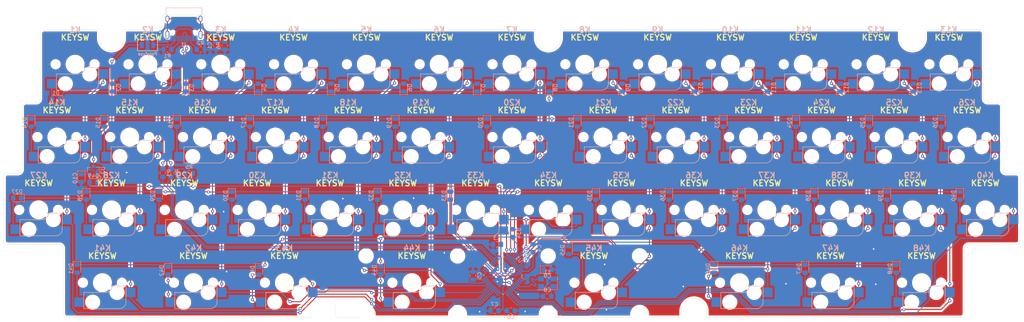
<source format=kicad_pcb>
(kicad_pcb (version 20171130) (host pcbnew 5.1.5)
  (layers (0 F.Cu signal) (31 B.Cu signal) (34 B.Paste user) (35 F.Paste user) (36 B.SilkS user) (37 F.SilkS user) (38 B.Mask user) (39 F.Mask user) (44 Edge.Cuts user))
  (net 0 "")
  (net 1 "Net-(D1-Pad2)")
  (net 2 "Net-(D2-Pad2)")
  (net 3 "Net-(D3-Pad2)")
  (net 4 "Net-(D4-Pad2)")
  (net 5 "Net-(D5-Pad2)")
  (net 6 "Net-(D6-Pad2)")
  (net 7 "Net-(D7-Pad2)")
  (net 8 "Net-(D8-Pad2)")
  (net 9 "Net-(D9-Pad2)")
  (net 10 "Net-(D10-Pad2)")
  (net 11 "Net-(D11-Pad2)")
  (net 12 "Net-(D12-Pad2)")
  (net 13 "Net-(D13-Pad2)")
  (net 14 "Net-(D14-Pad2)")
  (net 15 "Net-(D15-Pad2)")
  (net 16 "Net-(D16-Pad2)")
  (net 17 "Net-(D17-Pad2)")
  (net 18 "Net-(D18-Pad2)")
  (net 19 "Net-(D19-Pad2)")
  (net 20 "Net-(D20-Pad2)")
  (net 21 "Net-(D21-Pad2)")
  (net 22 "Net-(D22-Pad2)")
  (net 23 "Net-(D23-Pad2)")
  (net 24 "Net-(D24-Pad2)")
  (net 25 "Net-(D25-Pad2)")
  (net 26 "Net-(D26-Pad2)")
  (net 27 "Net-(D27-Pad2)")
  (net 28 "Net-(D28-Pad2)")
  (net 29 "Net-(D29-Pad2)")
  (net 30 "Net-(D30-Pad2)")
  (net 31 "Net-(D31-Pad2)")
  (net 32 "Net-(D32-Pad2)")
  (net 33 "Net-(D33-Pad2)")
  (net 34 "Net-(D34-Pad2)")
  (net 35 "Net-(D35-Pad2)")
  (net 36 "Net-(D36-Pad2)")
  (net 37 "Net-(D37-Pad2)")
  (net 38 "Net-(D38-Pad2)")
  (net 39 "Net-(D39-Pad2)")
  (net 40 "Net-(D40-Pad2)")
  (net 41 "Net-(D41-Pad2)")
  (net 42 "Net-(D42-Pad2)")
  (net 43 "Net-(D43-Pad2)")
  (net 44 "Net-(D44-Pad2)")
  (net 45 "Net-(D45-Pad2)")
  (net 46 "Net-(D46-Pad2)")
  (net 47 "Net-(D47-Pad2)")
  (net 48 "Net-(D48-Pad2)")
  (net 49 "Net-(U1-Pad2)")
  (net 50 "Net-(U1-Pad3)")
  (net 51 "Net-(U1-Pad4)")
  (net 52 "Net-(U1-Pad13)")
  (net 53 "Net-(U1-Pad14)")
  (net 54 "Net-(U1-Pad15)")
  (net 55 "Net-(U1-Pad25)")
  (net 56 "Net-(U1-Pad26)")
  (net 57 "Net-(U1-Pad27)")
  (net 58 "Net-(U1-Pad28)")
  (net 59 "Net-(U1-Pad29)")
  (net 60 "Net-(U1-Pad30)")
  (net 61 "Net-(U1-Pad31)")
  (net 62 "Net-(U1-Pad34)")
  (net 63 "Net-(U1-Pad43)")
  (net 64 +3V3)
  (net 65 GND)
  (net 66 XTAL2)
  (net 67 XTAL1)
  (net 68 Col_1)
  (net 69 Col_13)
  (net 70 Col_11)
  (net 71 Col_12)
  (net 72 Col_9)
  (net 73 Col_10)
  (net 74 Row_1)
  (net 75 Row_2)
  (net 76 Row_3)
  (net 77 Row_4)
  (net 78 Col_2)
  (net 79 Col_3)
  (net 80 Col_4)
  (net 81 Col_5)
  (net 82 Col_6)
  (net 83 Col_7)
  (net 84 Col_8)
  (net 85 D-)
  (net 86 D+)
  (net 87 NRST)
  (net 88 BOOT)
  (net 89 "Net-(U1-Pad22)")
  (net 90 "Net-(C1-Pad1)")
  (net 91 "Net-(J1-PadA6)")
  (net 92 "Net-(J1-PadB5)")
  (net 93 "Net-(J1-PadA8)")
  (net 94 "Net-(J1-PadA7)")
  (net 95 "Net-(J1-PadA5)")
  (net 96 "Net-(J1-PadB8)")
  (net 97 +5V)
  (net 98 VBUS)
  (module keyboard_parts:Kailh_MX_Socket (layer B.Cu) (at 171 76)
    (fp_text reference K34 (at 0 -9) (layer B.SilkS) (effects (font (size 1.524 1.524) (thickness 0.3048)) (justify mirror)))
    (fp_text value KEYSW (at 0 -7) (layer F.SilkS) (effects (font (size 1.524 1.524) (thickness 0.3048))))
    (pad 1 smd rect (at 7.36 2.54) (size 2.55 2.5) (layers B.Cu B.Paste B.Mask) (net 83 Col_7))
    (pad "" np_thru_hole circle (at 0 0) (size 3.98018 3.98018) (drill 3.98018) (layers *.Cu *.Mask))
    (pad "" np_thru_hole circle (at -2.54 5.08) (size 2.95 2.95) (drill 2.95) (layers *.Cu *.Mask))
    (pad "" np_thru_hole circle (at 3.81 2.54) (size 2.95 2.95) (drill 2.95) (layers *.Cu *.Mask))
    (pad 2 smd rect (at -6.09 5.08) (size 2.55 2.5) (layers B.Cu B.Paste B.Mask) (net 34 "Net-(D34-Pad2)"))
    (pad "" np_thru_hole circle (at -5.08 0) (size 1.7 1.7) (drill 1.7) (layers *.Cu *.Mask))
    (pad "" np_thru_hole circle (at 5.08 0) (size 1.7 1.7) (drill 1.7) (layers *.Cu *.Mask))
  )
  (module Keebio-Parts:2U-StabFlip (layer F.Cu) (at 182.877 95 180)
    (fp_text reference REF**)
    (fp_text value 2U)
    (pad "" np_thru_hole circle (at -11.938 6.985 180) (size 3.048 3.048) (drill 3.048) (layers *.Cu *.Mask))
    (pad "" np_thru_hole circle (at -11.938 -8.255 180) (size 3.9878 3.9878) (drill 3.9878) (layers *.Cu *.Mask))
    (pad "" np_thru_hole circle (at 11.938 6.985 180) (size 3.048 3.048) (drill 3.048) (layers *.Cu *.Mask))
    (pad "" np_thru_hole circle (at 11.938 -8.255 180) (size 3.9878 3.9878) (drill 3.9878) (layers *.Cu *.Mask))
  )
  (module Keebio-Parts:2U-StabFlip (layer F.Cu) (at 135.377 95 180)
    (fp_text reference REF**)
    (fp_text value 2U)
    (pad "" np_thru_hole circle (at -11.938 6.985 180) (size 3.048 3.048) (drill 3.048) (layers *.Cu *.Mask))
    (pad "" np_thru_hole circle (at -11.938 -8.255 180) (size 3.9878 3.9878) (drill 3.9878) (layers *.Cu *.Mask))
    (pad "" np_thru_hole circle (at 11.938 6.985 180) (size 3.048 3.048) (drill 3.048) (layers *.Cu *.Mask))
    (pad "" np_thru_hole circle (at 11.938 -8.255 180) (size 3.9878 3.9878) (drill 3.9878) (layers *.Cu *.Mask))
  )
  (module keyboard_parts:Kailh_MX_Socket (layer B.Cu) (at 47.5 38)
    (fp_text reference K1 (at 0 -9) (layer B.SilkS) (effects (font (size 1.524 1.524) (thickness 0.3048)) (justify mirror)))
    (fp_text value KEYSW (at 0 -7) (layer F.SilkS) (effects (font (size 1.524 1.524) (thickness 0.3048))))
    (pad "" np_thru_hole circle (at 5.08 0) (size 1.7 1.7) (drill 1.7) (layers *.Cu *.Mask))
    (pad "" np_thru_hole circle (at -5.08 0) (size 1.7 1.7) (drill 1.7) (layers *.Cu *.Mask))
    (pad 2 smd rect (at -6.09 5.08) (size 2.55 2.5) (layers B.Cu B.Paste B.Mask) (net 1 "Net-(D1-Pad2)"))
    (pad "" np_thru_hole circle (at 3.81 2.54) (size 2.95 2.95) (drill 2.95) (layers *.Cu *.Mask))
    (pad "" np_thru_hole circle (at -2.54 5.08) (size 2.95 2.95) (drill 2.95) (layers *.Cu *.Mask))
    (pad "" np_thru_hole circle (at 0 0) (size 3.98018 3.98018) (drill 3.98018) (layers *.Cu *.Mask))
    (pad 1 smd rect (at 7.36 2.54) (size 2.55 2.5) (layers B.Cu B.Paste B.Mask) (net 68 Col_1))
  )
  (module keyboard_parts:Kailh_MX_Socket (layer B.Cu) (at 66.5 38)
    (fp_text reference K2 (at 0 -9) (layer B.SilkS) (effects (font (size 1.524 1.524) (thickness 0.3048)) (justify mirror)))
    (fp_text value KEYSW (at 0 -7) (layer F.SilkS) (effects (font (size 1.524 1.524) (thickness 0.3048))))
    (pad 1 smd rect (at 7.36 2.54) (size 2.55 2.5) (layers B.Cu B.Paste B.Mask) (net 78 Col_2))
    (pad "" np_thru_hole circle (at 0 0) (size 3.98018 3.98018) (drill 3.98018) (layers *.Cu *.Mask))
    (pad "" np_thru_hole circle (at -2.54 5.08) (size 2.95 2.95) (drill 2.95) (layers *.Cu *.Mask))
    (pad "" np_thru_hole circle (at 3.81 2.54) (size 2.95 2.95) (drill 2.95) (layers *.Cu *.Mask))
    (pad 2 smd rect (at -6.09 5.08) (size 2.55 2.5) (layers B.Cu B.Paste B.Mask) (net 2 "Net-(D2-Pad2)"))
    (pad "" np_thru_hole circle (at -5.08 0) (size 1.7 1.7) (drill 1.7) (layers *.Cu *.Mask))
    (pad "" np_thru_hole circle (at 5.08 0) (size 1.7 1.7) (drill 1.7) (layers *.Cu *.Mask))
  )
  (module keyboard_parts:Kailh_MX_Socket (layer B.Cu) (at 85.5 38)
    (fp_text reference K3 (at 0 -9) (layer B.SilkS) (effects (font (size 1.524 1.524) (thickness 0.3048)) (justify mirror)))
    (fp_text value KEYSW (at 0 -7) (layer F.SilkS) (effects (font (size 1.524 1.524) (thickness 0.3048))))
    (pad 1 smd rect (at 7.36 2.54) (size 2.55 2.5) (layers B.Cu B.Paste B.Mask) (net 79 Col_3))
    (pad "" np_thru_hole circle (at 0 0) (size 3.98018 3.98018) (drill 3.98018) (layers *.Cu *.Mask))
    (pad "" np_thru_hole circle (at -2.54 5.08) (size 2.95 2.95) (drill 2.95) (layers *.Cu *.Mask))
    (pad "" np_thru_hole circle (at 3.81 2.54) (size 2.95 2.95) (drill 2.95) (layers *.Cu *.Mask))
    (pad 2 smd rect (at -6.09 5.08) (size 2.55 2.5) (layers B.Cu B.Paste B.Mask) (net 3 "Net-(D3-Pad2)"))
    (pad "" np_thru_hole circle (at -5.08 0) (size 1.7 1.7) (drill 1.7) (layers *.Cu *.Mask))
    (pad "" np_thru_hole circle (at 5.08 0) (size 1.7 1.7) (drill 1.7) (layers *.Cu *.Mask))
  )
  (module keyboard_parts:Kailh_MX_Socket (layer B.Cu) (at 104.5 38)
    (fp_text reference K4 (at 0 -9) (layer B.SilkS) (effects (font (size 1.524 1.524) (thickness 0.3048)) (justify mirror)))
    (fp_text value KEYSW (at 0 -7) (layer F.SilkS) (effects (font (size 1.524 1.524) (thickness 0.3048))))
    (pad "" np_thru_hole circle (at 5.08 0) (size 1.7 1.7) (drill 1.7) (layers *.Cu *.Mask))
    (pad "" np_thru_hole circle (at -5.08 0) (size 1.7 1.7) (drill 1.7) (layers *.Cu *.Mask))
    (pad 2 smd rect (at -6.09 5.08) (size 2.55 2.5) (layers B.Cu B.Paste B.Mask) (net 4 "Net-(D4-Pad2)"))
    (pad "" np_thru_hole circle (at 3.81 2.54) (size 2.95 2.95) (drill 2.95) (layers *.Cu *.Mask))
    (pad "" np_thru_hole circle (at -2.54 5.08) (size 2.95 2.95) (drill 2.95) (layers *.Cu *.Mask))
    (pad "" np_thru_hole circle (at 0 0) (size 3.98018 3.98018) (drill 3.98018) (layers *.Cu *.Mask))
    (pad 1 smd rect (at 7.36 2.54) (size 2.55 2.5) (layers B.Cu B.Paste B.Mask) (net 80 Col_4))
  )
  (module keyboard_parts:Kailh_MX_Socket (layer B.Cu) (at 123.5 38)
    (fp_text reference K5 (at 0 -9) (layer B.SilkS) (effects (font (size 1.524 1.524) (thickness 0.3048)) (justify mirror)))
    (fp_text value KEYSW (at 0 -7) (layer F.SilkS) (effects (font (size 1.524 1.524) (thickness 0.3048))))
    (pad 1 smd rect (at 7.36 2.54) (size 2.55 2.5) (layers B.Cu B.Paste B.Mask) (net 81 Col_5))
    (pad "" np_thru_hole circle (at 0 0) (size 3.98018 3.98018) (drill 3.98018) (layers *.Cu *.Mask))
    (pad "" np_thru_hole circle (at -2.54 5.08) (size 2.95 2.95) (drill 2.95) (layers *.Cu *.Mask))
    (pad "" np_thru_hole circle (at 3.81 2.54) (size 2.95 2.95) (drill 2.95) (layers *.Cu *.Mask))
    (pad 2 smd rect (at -6.09 5.08) (size 2.55 2.5) (layers B.Cu B.Paste B.Mask) (net 5 "Net-(D5-Pad2)"))
    (pad "" np_thru_hole circle (at -5.08 0) (size 1.7 1.7) (drill 1.7) (layers *.Cu *.Mask))
    (pad "" np_thru_hole circle (at 5.08 0) (size 1.7 1.7) (drill 1.7) (layers *.Cu *.Mask))
  )
  (module keyboard_parts:Kailh_MX_Socket (layer B.Cu) (at 142.5 38)
    (fp_text reference K6 (at 0 -9) (layer B.SilkS) (effects (font (size 1.524 1.524) (thickness 0.3048)) (justify mirror)))
    (fp_text value KEYSW (at 0 -7) (layer F.SilkS) (effects (font (size 1.524 1.524) (thickness 0.3048))))
    (pad "" np_thru_hole circle (at 5.08 0) (size 1.7 1.7) (drill 1.7) (layers *.Cu *.Mask))
    (pad "" np_thru_hole circle (at -5.08 0) (size 1.7 1.7) (drill 1.7) (layers *.Cu *.Mask))
    (pad 2 smd rect (at -6.09 5.08) (size 2.55 2.5) (layers B.Cu B.Paste B.Mask) (net 6 "Net-(D6-Pad2)"))
    (pad "" np_thru_hole circle (at 3.81 2.54) (size 2.95 2.95) (drill 2.95) (layers *.Cu *.Mask))
    (pad "" np_thru_hole circle (at -2.54 5.08) (size 2.95 2.95) (drill 2.95) (layers *.Cu *.Mask))
    (pad "" np_thru_hole circle (at 0 0) (size 3.98018 3.98018) (drill 3.98018) (layers *.Cu *.Mask))
    (pad 1 smd rect (at 7.36 2.54) (size 2.55 2.5) (layers B.Cu B.Paste B.Mask) (net 82 Col_6))
  )
  (module keyboard_parts:Kailh_MX_Socket (layer B.Cu) (at 161.5 38)
    (fp_text reference K7 (at 0 -9) (layer B.SilkS) (effects (font (size 1.524 1.524) (thickness 0.3048)) (justify mirror)))
    (fp_text value KEYSW (at 0 -7) (layer F.SilkS) (effects (font (size 1.524 1.524) (thickness 0.3048))))
    (pad 1 smd rect (at 7.36 2.54) (size 2.55 2.5) (layers B.Cu B.Paste B.Mask) (net 83 Col_7))
    (pad "" np_thru_hole circle (at 0 0) (size 3.98018 3.98018) (drill 3.98018) (layers *.Cu *.Mask))
    (pad "" np_thru_hole circle (at -2.54 5.08) (size 2.95 2.95) (drill 2.95) (layers *.Cu *.Mask))
    (pad "" np_thru_hole circle (at 3.81 2.54) (size 2.95 2.95) (drill 2.95) (layers *.Cu *.Mask))
    (pad 2 smd rect (at -6.09 5.08) (size 2.55 2.5) (layers B.Cu B.Paste B.Mask) (net 7 "Net-(D7-Pad2)"))
    (pad "" np_thru_hole circle (at -5.08 0) (size 1.7 1.7) (drill 1.7) (layers *.Cu *.Mask))
    (pad "" np_thru_hole circle (at 5.08 0) (size 1.7 1.7) (drill 1.7) (layers *.Cu *.Mask))
  )
  (module keyboard_parts:Kailh_MX_Socket (layer B.Cu) (at 180.5 38)
    (fp_text reference K8 (at 0 -9) (layer B.SilkS) (effects (font (size 1.524 1.524) (thickness 0.3048)) (justify mirror)))
    (fp_text value KEYSW (at 0 -7) (layer F.SilkS) (effects (font (size 1.524 1.524) (thickness 0.3048))))
    (pad "" np_thru_hole circle (at 5.08 0) (size 1.7 1.7) (drill 1.7) (layers *.Cu *.Mask))
    (pad "" np_thru_hole circle (at -5.08 0) (size 1.7 1.7) (drill 1.7) (layers *.Cu *.Mask))
    (pad 2 smd rect (at -6.09 5.08) (size 2.55 2.5) (layers B.Cu B.Paste B.Mask) (net 8 "Net-(D8-Pad2)"))
    (pad "" np_thru_hole circle (at 3.81 2.54) (size 2.95 2.95) (drill 2.95) (layers *.Cu *.Mask))
    (pad "" np_thru_hole circle (at -2.54 5.08) (size 2.95 2.95) (drill 2.95) (layers *.Cu *.Mask))
    (pad "" np_thru_hole circle (at 0 0) (size 3.98018 3.98018) (drill 3.98018) (layers *.Cu *.Mask))
    (pad 1 smd rect (at 7.36 2.54) (size 2.55 2.5) (layers B.Cu B.Paste B.Mask) (net 84 Col_8))
  )
  (module keyboard_parts:Kailh_MX_Socket (layer B.Cu) (at 199.5 38)
    (fp_text reference K9 (at 0 -9) (layer B.SilkS) (effects (font (size 1.524 1.524) (thickness 0.3048)) (justify mirror)))
    (fp_text value KEYSW (at 0 -7) (layer F.SilkS) (effects (font (size 1.524 1.524) (thickness 0.3048))))
    (pad 1 smd rect (at 7.36 2.54) (size 2.55 2.5) (layers B.Cu B.Paste B.Mask) (net 72 Col_9))
    (pad "" np_thru_hole circle (at 0 0) (size 3.98018 3.98018) (drill 3.98018) (layers *.Cu *.Mask))
    (pad "" np_thru_hole circle (at -2.54 5.08) (size 2.95 2.95) (drill 2.95) (layers *.Cu *.Mask))
    (pad "" np_thru_hole circle (at 3.81 2.54) (size 2.95 2.95) (drill 2.95) (layers *.Cu *.Mask))
    (pad 2 smd rect (at -6.09 5.08) (size 2.55 2.5) (layers B.Cu B.Paste B.Mask) (net 9 "Net-(D9-Pad2)"))
    (pad "" np_thru_hole circle (at -5.08 0) (size 1.7 1.7) (drill 1.7) (layers *.Cu *.Mask))
    (pad "" np_thru_hole circle (at 5.08 0) (size 1.7 1.7) (drill 1.7) (layers *.Cu *.Mask))
  )
  (module keyboard_parts:Kailh_MX_Socket (layer B.Cu) (at 218.5 38)
    (fp_text reference K10 (at 0 -9) (layer B.SilkS) (effects (font (size 1.524 1.524) (thickness 0.3048)) (justify mirror)))
    (fp_text value KEYSW (at 0 -7) (layer F.SilkS) (effects (font (size 1.524 1.524) (thickness 0.3048))))
    (pad "" np_thru_hole circle (at 5.08 0) (size 1.7 1.7) (drill 1.7) (layers *.Cu *.Mask))
    (pad "" np_thru_hole circle (at -5.08 0) (size 1.7 1.7) (drill 1.7) (layers *.Cu *.Mask))
    (pad 2 smd rect (at -6.09 5.08) (size 2.55 2.5) (layers B.Cu B.Paste B.Mask) (net 10 "Net-(D10-Pad2)"))
    (pad "" np_thru_hole circle (at 3.81 2.54) (size 2.95 2.95) (drill 2.95) (layers *.Cu *.Mask))
    (pad "" np_thru_hole circle (at -2.54 5.08) (size 2.95 2.95) (drill 2.95) (layers *.Cu *.Mask))
    (pad "" np_thru_hole circle (at 0 0) (size 3.98018 3.98018) (drill 3.98018) (layers *.Cu *.Mask))
    (pad 1 smd rect (at 7.36 2.54) (size 2.55 2.5) (layers B.Cu B.Paste B.Mask) (net 73 Col_10))
  )
  (module keyboard_parts:Kailh_MX_Socket (layer B.Cu) (at 237.5 38)
    (fp_text reference K11 (at 0 -9) (layer B.SilkS) (effects (font (size 1.524 1.524) (thickness 0.3048)) (justify mirror)))
    (fp_text value KEYSW (at 0 -7) (layer F.SilkS) (effects (font (size 1.524 1.524) (thickness 0.3048))))
    (pad 1 smd rect (at 7.36 2.54) (size 2.55 2.5) (layers B.Cu B.Paste B.Mask) (net 70 Col_11))
    (pad "" np_thru_hole circle (at 0 0) (size 3.98018 3.98018) (drill 3.98018) (layers *.Cu *.Mask))
    (pad "" np_thru_hole circle (at -2.54 5.08) (size 2.95 2.95) (drill 2.95) (layers *.Cu *.Mask))
    (pad "" np_thru_hole circle (at 3.81 2.54) (size 2.95 2.95) (drill 2.95) (layers *.Cu *.Mask))
    (pad 2 smd rect (at -6.09 5.08) (size 2.55 2.5) (layers B.Cu B.Paste B.Mask) (net 11 "Net-(D11-Pad2)"))
    (pad "" np_thru_hole circle (at -5.08 0) (size 1.7 1.7) (drill 1.7) (layers *.Cu *.Mask))
    (pad "" np_thru_hole circle (at 5.08 0) (size 1.7 1.7) (drill 1.7) (layers *.Cu *.Mask))
  )
  (module keyboard_parts:Kailh_MX_Socket (layer B.Cu) (at 256.5 38)
    (fp_text reference K12 (at 0 -9) (layer B.SilkS) (effects (font (size 1.524 1.524) (thickness 0.3048)) (justify mirror)))
    (fp_text value KEYSW (at 0 -7) (layer F.SilkS) (effects (font (size 1.524 1.524) (thickness 0.3048))))
    (pad "" np_thru_hole circle (at 5.08 0) (size 1.7 1.7) (drill 1.7) (layers *.Cu *.Mask))
    (pad "" np_thru_hole circle (at -5.08 0) (size 1.7 1.7) (drill 1.7) (layers *.Cu *.Mask))
    (pad 2 smd rect (at -6.09 5.08) (size 2.55 2.5) (layers B.Cu B.Paste B.Mask) (net 12 "Net-(D12-Pad2)"))
    (pad "" np_thru_hole circle (at 3.81 2.54) (size 2.95 2.95) (drill 2.95) (layers *.Cu *.Mask))
    (pad "" np_thru_hole circle (at -2.54 5.08) (size 2.95 2.95) (drill 2.95) (layers *.Cu *.Mask))
    (pad "" np_thru_hole circle (at 0 0) (size 3.98018 3.98018) (drill 3.98018) (layers *.Cu *.Mask))
    (pad 1 smd rect (at 7.36 2.54) (size 2.55 2.5) (layers B.Cu B.Paste B.Mask) (net 71 Col_12))
  )
  (module keyboard_parts:Kailh_MX_Socket (layer B.Cu) (at 275.5 38)
    (fp_text reference K13 (at 0 -9) (layer B.SilkS) (effects (font (size 1.524 1.524) (thickness 0.3048)) (justify mirror)))
    (fp_text value KEYSW (at 0 -7) (layer F.SilkS) (effects (font (size 1.524 1.524) (thickness 0.3048))))
    (pad "" np_thru_hole circle (at 5.08 0) (size 1.7 1.7) (drill 1.7) (layers *.Cu *.Mask))
    (pad "" np_thru_hole circle (at -5.08 0) (size 1.7 1.7) (drill 1.7) (layers *.Cu *.Mask))
    (pad 2 smd rect (at -6.09 5.08) (size 2.55 2.5) (layers B.Cu B.Paste B.Mask) (net 13 "Net-(D13-Pad2)"))
    (pad "" np_thru_hole circle (at 3.81 2.54) (size 2.95 2.95) (drill 2.95) (layers *.Cu *.Mask))
    (pad "" np_thru_hole circle (at -2.54 5.08) (size 2.95 2.95) (drill 2.95) (layers *.Cu *.Mask))
    (pad "" np_thru_hole circle (at 0 0) (size 3.98018 3.98018) (drill 3.98018) (layers *.Cu *.Mask))
    (pad 1 smd rect (at 7.36 2.54) (size 2.55 2.5) (layers B.Cu B.Paste B.Mask) (net 69 Col_13))
  )
  (module keyboard_parts:Kailh_MX_Socket (layer B.Cu) (at 42.75 57)
    (fp_text reference K14 (at 0 -9) (layer B.SilkS) (effects (font (size 1.524 1.524) (thickness 0.3048)) (justify mirror)))
    (fp_text value KEYSW (at 0 -7) (layer F.SilkS) (effects (font (size 1.524 1.524) (thickness 0.3048))))
    (pad 1 smd rect (at 7.36 2.54) (size 2.55 2.5) (layers B.Cu B.Paste B.Mask) (net 68 Col_1))
    (pad "" np_thru_hole circle (at 0 0) (size 3.98018 3.98018) (drill 3.98018) (layers *.Cu *.Mask))
    (pad "" np_thru_hole circle (at -2.54 5.08) (size 2.95 2.95) (drill 2.95) (layers *.Cu *.Mask))
    (pad "" np_thru_hole circle (at 3.81 2.54) (size 2.95 2.95) (drill 2.95) (layers *.Cu *.Mask))
    (pad 2 smd rect (at -6.09 5.08) (size 2.55 2.5) (layers B.Cu B.Paste B.Mask) (net 14 "Net-(D14-Pad2)"))
    (pad "" np_thru_hole circle (at -5.08 0) (size 1.7 1.7) (drill 1.7) (layers *.Cu *.Mask))
    (pad "" np_thru_hole circle (at 5.08 0) (size 1.7 1.7) (drill 1.7) (layers *.Cu *.Mask))
  )
  (module keyboard_parts:Kailh_MX_Socket (layer B.Cu) (at 61.75 57)
    (fp_text reference K15 (at 0 -9) (layer B.SilkS) (effects (font (size 1.524 1.524) (thickness 0.3048)) (justify mirror)))
    (fp_text value KEYSW (at 0 -7) (layer F.SilkS) (effects (font (size 1.524 1.524) (thickness 0.3048))))
    (pad 1 smd rect (at 7.36 2.54) (size 2.55 2.5) (layers B.Cu B.Paste B.Mask) (net 78 Col_2))
    (pad "" np_thru_hole circle (at 0 0) (size 3.98018 3.98018) (drill 3.98018) (layers *.Cu *.Mask))
    (pad "" np_thru_hole circle (at -2.54 5.08) (size 2.95 2.95) (drill 2.95) (layers *.Cu *.Mask))
    (pad "" np_thru_hole circle (at 3.81 2.54) (size 2.95 2.95) (drill 2.95) (layers *.Cu *.Mask))
    (pad 2 smd rect (at -6.09 5.08) (size 2.55 2.5) (layers B.Cu B.Paste B.Mask) (net 15 "Net-(D15-Pad2)"))
    (pad "" np_thru_hole circle (at -5.08 0) (size 1.7 1.7) (drill 1.7) (layers *.Cu *.Mask))
    (pad "" np_thru_hole circle (at 5.08 0) (size 1.7 1.7) (drill 1.7) (layers *.Cu *.Mask))
  )
  (module keyboard_parts:Kailh_MX_Socket (layer B.Cu) (at 80.75 57)
    (fp_text reference K16 (at 0 -9) (layer B.SilkS) (effects (font (size 1.524 1.524) (thickness 0.3048)) (justify mirror)))
    (fp_text value KEYSW (at 0 -7) (layer F.SilkS) (effects (font (size 1.524 1.524) (thickness 0.3048))))
    (pad "" np_thru_hole circle (at 5.08 0) (size 1.7 1.7) (drill 1.7) (layers *.Cu *.Mask))
    (pad "" np_thru_hole circle (at -5.08 0) (size 1.7 1.7) (drill 1.7) (layers *.Cu *.Mask))
    (pad 2 smd rect (at -6.09 5.08) (size 2.55 2.5) (layers B.Cu B.Paste B.Mask) (net 16 "Net-(D16-Pad2)"))
    (pad "" np_thru_hole circle (at 3.81 2.54) (size 2.95 2.95) (drill 2.95) (layers *.Cu *.Mask))
    (pad "" np_thru_hole circle (at -2.54 5.08) (size 2.95 2.95) (drill 2.95) (layers *.Cu *.Mask))
    (pad "" np_thru_hole circle (at 0 0) (size 3.98018 3.98018) (drill 3.98018) (layers *.Cu *.Mask))
    (pad 1 smd rect (at 7.36 2.54) (size 2.55 2.5) (layers B.Cu B.Paste B.Mask) (net 79 Col_3))
  )
  (module keyboard_parts:Kailh_MX_Socket (layer B.Cu) (at 99.75 57)
    (fp_text reference K17 (at 0 -9) (layer B.SilkS) (effects (font (size 1.524 1.524) (thickness 0.3048)) (justify mirror)))
    (fp_text value KEYSW (at 0 -7) (layer F.SilkS) (effects (font (size 1.524 1.524) (thickness 0.3048))))
    (pad 1 smd rect (at 7.36 2.54) (size 2.55 2.5) (layers B.Cu B.Paste B.Mask) (net 80 Col_4))
    (pad "" np_thru_hole circle (at 0 0) (size 3.98018 3.98018) (drill 3.98018) (layers *.Cu *.Mask))
    (pad "" np_thru_hole circle (at -2.54 5.08) (size 2.95 2.95) (drill 2.95) (layers *.Cu *.Mask))
    (pad "" np_thru_hole circle (at 3.81 2.54) (size 2.95 2.95) (drill 2.95) (layers *.Cu *.Mask))
    (pad 2 smd rect (at -6.09 5.08) (size 2.55 2.5) (layers B.Cu B.Paste B.Mask) (net 17 "Net-(D17-Pad2)"))
    (pad "" np_thru_hole circle (at -5.08 0) (size 1.7 1.7) (drill 1.7) (layers *.Cu *.Mask))
    (pad "" np_thru_hole circle (at 5.08 0) (size 1.7 1.7) (drill 1.7) (layers *.Cu *.Mask))
  )
  (module keyboard_parts:Kailh_MX_Socket (layer B.Cu) (at 118.75 57)
    (fp_text reference K18 (at 0 -9) (layer B.SilkS) (effects (font (size 1.524 1.524) (thickness 0.3048)) (justify mirror)))
    (fp_text value KEYSW (at 0 -7) (layer F.SilkS) (effects (font (size 1.524 1.524) (thickness 0.3048))))
    (pad "" np_thru_hole circle (at 5.08 0) (size 1.7 1.7) (drill 1.7) (layers *.Cu *.Mask))
    (pad "" np_thru_hole circle (at -5.08 0) (size 1.7 1.7) (drill 1.7) (layers *.Cu *.Mask))
    (pad 2 smd rect (at -6.09 5.08) (size 2.55 2.5) (layers B.Cu B.Paste B.Mask) (net 18 "Net-(D18-Pad2)"))
    (pad "" np_thru_hole circle (at 3.81 2.54) (size 2.95 2.95) (drill 2.95) (layers *.Cu *.Mask))
    (pad "" np_thru_hole circle (at -2.54 5.08) (size 2.95 2.95) (drill 2.95) (layers *.Cu *.Mask))
    (pad "" np_thru_hole circle (at 0 0) (size 3.98018 3.98018) (drill 3.98018) (layers *.Cu *.Mask))
    (pad 1 smd rect (at 7.36 2.54) (size 2.55 2.5) (layers B.Cu B.Paste B.Mask) (net 81 Col_5))
  )
  (module keyboard_parts:Kailh_MX_Socket (layer B.Cu) (at 137.75 57)
    (fp_text reference K19 (at 0 -9) (layer B.SilkS) (effects (font (size 1.524 1.524) (thickness 0.3048)) (justify mirror)))
    (fp_text value KEYSW (at 0 -7) (layer F.SilkS) (effects (font (size 1.524 1.524) (thickness 0.3048))))
    (pad 1 smd rect (at 7.36 2.54) (size 2.55 2.5) (layers B.Cu B.Paste B.Mask) (net 82 Col_6))
    (pad "" np_thru_hole circle (at 0 0) (size 3.98018 3.98018) (drill 3.98018) (layers *.Cu *.Mask))
    (pad "" np_thru_hole circle (at -2.54 5.08) (size 2.95 2.95) (drill 2.95) (layers *.Cu *.Mask))
    (pad "" np_thru_hole circle (at 3.81 2.54) (size 2.95 2.95) (drill 2.95) (layers *.Cu *.Mask))
    (pad 2 smd rect (at -6.09 5.08) (size 2.55 2.5) (layers B.Cu B.Paste B.Mask) (net 19 "Net-(D19-Pad2)"))
    (pad "" np_thru_hole circle (at -5.08 0) (size 1.7 1.7) (drill 1.7) (layers *.Cu *.Mask))
    (pad "" np_thru_hole circle (at 5.08 0) (size 1.7 1.7) (drill 1.7) (layers *.Cu *.Mask))
  )
  (module keyboard_parts:Kailh_MX_Socket (layer B.Cu) (at 161.5 57)
    (fp_text reference K20 (at 0 -9) (layer B.SilkS) (effects (font (size 1.524 1.524) (thickness 0.3048)) (justify mirror)))
    (fp_text value KEYSW (at 0 -7) (layer F.SilkS) (effects (font (size 1.524 1.524) (thickness 0.3048))))
    (pad "" np_thru_hole circle (at 5.08 0) (size 1.7 1.7) (drill 1.7) (layers *.Cu *.Mask))
    (pad "" np_thru_hole circle (at -5.08 0) (size 1.7 1.7) (drill 1.7) (layers *.Cu *.Mask))
    (pad 2 smd rect (at -6.09 5.08) (size 2.55 2.5) (layers B.Cu B.Paste B.Mask) (net 20 "Net-(D20-Pad2)"))
    (pad "" np_thru_hole circle (at 3.81 2.54) (size 2.95 2.95) (drill 2.95) (layers *.Cu *.Mask))
    (pad "" np_thru_hole circle (at -2.54 5.08) (size 2.95 2.95) (drill 2.95) (layers *.Cu *.Mask))
    (pad "" np_thru_hole circle (at 0 0) (size 3.98018 3.98018) (drill 3.98018) (layers *.Cu *.Mask))
    (pad 1 smd rect (at 7.36 2.54) (size 2.55 2.5) (layers B.Cu B.Paste B.Mask) (net 83 Col_7))
  )
  (module keyboard_parts:Kailh_MX_Socket (layer B.Cu) (at 185.25 57)
    (fp_text reference K21 (at 0 -9) (layer B.SilkS) (effects (font (size 1.524 1.524) (thickness 0.3048)) (justify mirror)))
    (fp_text value KEYSW (at 0 -7) (layer F.SilkS) (effects (font (size 1.524 1.524) (thickness 0.3048))))
    (pad 1 smd rect (at 7.36 2.54) (size 2.55 2.5) (layers B.Cu B.Paste B.Mask) (net 84 Col_8))
    (pad "" np_thru_hole circle (at 0 0) (size 3.98018 3.98018) (drill 3.98018) (layers *.Cu *.Mask))
    (pad "" np_thru_hole circle (at -2.54 5.08) (size 2.95 2.95) (drill 2.95) (layers *.Cu *.Mask))
    (pad "" np_thru_hole circle (at 3.81 2.54) (size 2.95 2.95) (drill 2.95) (layers *.Cu *.Mask))
    (pad 2 smd rect (at -6.09 5.08) (size 2.55 2.5) (layers B.Cu B.Paste B.Mask) (net 21 "Net-(D21-Pad2)"))
    (pad "" np_thru_hole circle (at -5.08 0) (size 1.7 1.7) (drill 1.7) (layers *.Cu *.Mask))
    (pad "" np_thru_hole circle (at 5.08 0) (size 1.7 1.7) (drill 1.7) (layers *.Cu *.Mask))
  )
  (module keyboard_parts:Kailh_MX_Socket (layer B.Cu) (at 204.25 57)
    (fp_text reference K22 (at 0 -9) (layer B.SilkS) (effects (font (size 1.524 1.524) (thickness 0.3048)) (justify mirror)))
    (fp_text value KEYSW (at 0 -7) (layer F.SilkS) (effects (font (size 1.524 1.524) (thickness 0.3048))))
    (pad "" np_thru_hole circle (at 5.08 0) (size 1.7 1.7) (drill 1.7) (layers *.Cu *.Mask))
    (pad "" np_thru_hole circle (at -5.08 0) (size 1.7 1.7) (drill 1.7) (layers *.Cu *.Mask))
    (pad 2 smd rect (at -6.09 5.08) (size 2.55 2.5) (layers B.Cu B.Paste B.Mask) (net 22 "Net-(D22-Pad2)"))
    (pad "" np_thru_hole circle (at 3.81 2.54) (size 2.95 2.95) (drill 2.95) (layers *.Cu *.Mask))
    (pad "" np_thru_hole circle (at -2.54 5.08) (size 2.95 2.95) (drill 2.95) (layers *.Cu *.Mask))
    (pad "" np_thru_hole circle (at 0 0) (size 3.98018 3.98018) (drill 3.98018) (layers *.Cu *.Mask))
    (pad 1 smd rect (at 7.36 2.54) (size 2.55 2.5) (layers B.Cu B.Paste B.Mask) (net 72 Col_9))
  )
  (module keyboard_parts:Kailh_MX_Socket (layer B.Cu) (at 223.25 57)
    (fp_text reference K23 (at 0 -9) (layer B.SilkS) (effects (font (size 1.524 1.524) (thickness 0.3048)) (justify mirror)))
    (fp_text value KEYSW (at 0 -7) (layer F.SilkS) (effects (font (size 1.524 1.524) (thickness 0.3048))))
    (pad 1 smd rect (at 7.36 2.54) (size 2.55 2.5) (layers B.Cu B.Paste B.Mask) (net 73 Col_10))
    (pad "" np_thru_hole circle (at 0 0) (size 3.98018 3.98018) (drill 3.98018) (layers *.Cu *.Mask))
    (pad "" np_thru_hole circle (at -2.54 5.08) (size 2.95 2.95) (drill 2.95) (layers *.Cu *.Mask))
    (pad "" np_thru_hole circle (at 3.81 2.54) (size 2.95 2.95) (drill 2.95) (layers *.Cu *.Mask))
    (pad 2 smd rect (at -6.09 5.08) (size 2.55 2.5) (layers B.Cu B.Paste B.Mask) (net 23 "Net-(D23-Pad2)"))
    (pad "" np_thru_hole circle (at -5.08 0) (size 1.7 1.7) (drill 1.7) (layers *.Cu *.Mask))
    (pad "" np_thru_hole circle (at 5.08 0) (size 1.7 1.7) (drill 1.7) (layers *.Cu *.Mask))
  )
  (module keyboard_parts:Kailh_MX_Socket (layer B.Cu) (at 242.25 57)
    (fp_text reference K24 (at 0 -9) (layer B.SilkS) (effects (font (size 1.524 1.524) (thickness 0.3048)) (justify mirror)))
    (fp_text value KEYSW (at 0 -7) (layer F.SilkS) (effects (font (size 1.524 1.524) (thickness 0.3048))))
    (pad 1 smd rect (at 7.36 2.54) (size 2.55 2.5) (layers B.Cu B.Paste B.Mask) (net 70 Col_11))
    (pad "" np_thru_hole circle (at 0 0) (size 3.98018 3.98018) (drill 3.98018) (layers *.Cu *.Mask))
    (pad "" np_thru_hole circle (at -2.54 5.08) (size 2.95 2.95) (drill 2.95) (layers *.Cu *.Mask))
    (pad "" np_thru_hole circle (at 3.81 2.54) (size 2.95 2.95) (drill 2.95) (layers *.Cu *.Mask))
    (pad 2 smd rect (at -6.09 5.08) (size 2.55 2.5) (layers B.Cu B.Paste B.Mask) (net 24 "Net-(D24-Pad2)"))
    (pad "" np_thru_hole circle (at -5.08 0) (size 1.7 1.7) (drill 1.7) (layers *.Cu *.Mask))
    (pad "" np_thru_hole circle (at 5.08 0) (size 1.7 1.7) (drill 1.7) (layers *.Cu *.Mask))
  )
  (module keyboard_parts:Kailh_MX_Socket (layer B.Cu) (at 261.25 57)
    (fp_text reference K25 (at 0 -9) (layer B.SilkS) (effects (font (size 1.524 1.524) (thickness 0.3048)) (justify mirror)))
    (fp_text value KEYSW (at 0 -7) (layer F.SilkS) (effects (font (size 1.524 1.524) (thickness 0.3048))))
    (pad "" np_thru_hole circle (at 5.08 0) (size 1.7 1.7) (drill 1.7) (layers *.Cu *.Mask))
    (pad "" np_thru_hole circle (at -5.08 0) (size 1.7 1.7) (drill 1.7) (layers *.Cu *.Mask))
    (pad 2 smd rect (at -6.09 5.08) (size 2.55 2.5) (layers B.Cu B.Paste B.Mask) (net 25 "Net-(D25-Pad2)"))
    (pad "" np_thru_hole circle (at 3.81 2.54) (size 2.95 2.95) (drill 2.95) (layers *.Cu *.Mask))
    (pad "" np_thru_hole circle (at -2.54 5.08) (size 2.95 2.95) (drill 2.95) (layers *.Cu *.Mask))
    (pad "" np_thru_hole circle (at 0 0) (size 3.98018 3.98018) (drill 3.98018) (layers *.Cu *.Mask))
    (pad 1 smd rect (at 7.36 2.54) (size 2.55 2.5) (layers B.Cu B.Paste B.Mask) (net 71 Col_12))
  )
  (module keyboard_parts:Kailh_MX_Socket (layer B.Cu) (at 280.25 57)
    (fp_text reference K26 (at 0 -9) (layer B.SilkS) (effects (font (size 1.524 1.524) (thickness 0.3048)) (justify mirror)))
    (fp_text value KEYSW (at 0 -7) (layer F.SilkS) (effects (font (size 1.524 1.524) (thickness 0.3048))))
    (pad 1 smd rect (at 7.36 2.54) (size 2.55 2.5) (layers B.Cu B.Paste B.Mask) (net 69 Col_13))
    (pad "" np_thru_hole circle (at 0 0) (size 3.98018 3.98018) (drill 3.98018) (layers *.Cu *.Mask))
    (pad "" np_thru_hole circle (at -2.54 5.08) (size 2.95 2.95) (drill 2.95) (layers *.Cu *.Mask))
    (pad "" np_thru_hole circle (at 3.81 2.54) (size 2.95 2.95) (drill 2.95) (layers *.Cu *.Mask))
    (pad 2 smd rect (at -6.09 5.08) (size 2.55 2.5) (layers B.Cu B.Paste B.Mask) (net 26 "Net-(D26-Pad2)"))
    (pad "" np_thru_hole circle (at -5.08 0) (size 1.7 1.7) (drill 1.7) (layers *.Cu *.Mask))
    (pad "" np_thru_hole circle (at 5.08 0) (size 1.7 1.7) (drill 1.7) (layers *.Cu *.Mask))
  )
  (module keyboard_parts:Kailh_MX_Socket (layer B.Cu) (at 38 76)
    (fp_text reference K27 (at 0 -9) (layer B.SilkS) (effects (font (size 1.524 1.524) (thickness 0.3048)) (justify mirror)))
    (fp_text value KEYSW (at 0 -7) (layer F.SilkS) (effects (font (size 1.524 1.524) (thickness 0.3048))))
    (pad "" np_thru_hole circle (at 5.08 0) (size 1.7 1.7) (drill 1.7) (layers *.Cu *.Mask))
    (pad "" np_thru_hole circle (at -5.08 0) (size 1.7 1.7) (drill 1.7) (layers *.Cu *.Mask))
    (pad 2 smd rect (at -6.09 5.08) (size 2.55 2.5) (layers B.Cu B.Paste B.Mask) (net 27 "Net-(D27-Pad2)"))
    (pad "" np_thru_hole circle (at 3.81 2.54) (size 2.95 2.95) (drill 2.95) (layers *.Cu *.Mask))
    (pad "" np_thru_hole circle (at -2.54 5.08) (size 2.95 2.95) (drill 2.95) (layers *.Cu *.Mask))
    (pad "" np_thru_hole circle (at 0 0) (size 3.98018 3.98018) (drill 3.98018) (layers *.Cu *.Mask))
    (pad 1 smd rect (at 7.36 2.54) (size 2.55 2.5) (layers B.Cu B.Paste B.Mask) (net 68 Col_1))
  )
  (module keyboard_parts:Kailh_MX_Socket (layer B.Cu) (at 57 76)
    (fp_text reference K28 (at 0 -9) (layer B.SilkS) (effects (font (size 1.524 1.524) (thickness 0.3048)) (justify mirror)))
    (fp_text value KEYSW (at 0 -7) (layer F.SilkS) (effects (font (size 1.524 1.524) (thickness 0.3048))))
    (pad 1 smd rect (at 7.36 2.54) (size 2.55 2.5) (layers B.Cu B.Paste B.Mask) (net 78 Col_2))
    (pad "" np_thru_hole circle (at 0 0) (size 3.98018 3.98018) (drill 3.98018) (layers *.Cu *.Mask))
    (pad "" np_thru_hole circle (at -2.54 5.08) (size 2.95 2.95) (drill 2.95) (layers *.Cu *.Mask))
    (pad "" np_thru_hole circle (at 3.81 2.54) (size 2.95 2.95) (drill 2.95) (layers *.Cu *.Mask))
    (pad 2 smd rect (at -6.09 5.08) (size 2.55 2.5) (layers B.Cu B.Paste B.Mask) (net 28 "Net-(D28-Pad2)"))
    (pad "" np_thru_hole circle (at -5.08 0) (size 1.7 1.7) (drill 1.7) (layers *.Cu *.Mask))
    (pad "" np_thru_hole circle (at 5.08 0) (size 1.7 1.7) (drill 1.7) (layers *.Cu *.Mask))
  )
  (module keyboard_parts:Kailh_MX_Socket (layer B.Cu) (at 76 76)
    (fp_text reference K29 (at 0 -9) (layer B.SilkS) (effects (font (size 1.524 1.524) (thickness 0.3048)) (justify mirror)))
    (fp_text value KEYSW (at 0 -7) (layer F.SilkS) (effects (font (size 1.524 1.524) (thickness 0.3048))))
    (pad "" np_thru_hole circle (at 5.08 0) (size 1.7 1.7) (drill 1.7) (layers *.Cu *.Mask))
    (pad "" np_thru_hole circle (at -5.08 0) (size 1.7 1.7) (drill 1.7) (layers *.Cu *.Mask))
    (pad 2 smd rect (at -6.09 5.08) (size 2.55 2.5) (layers B.Cu B.Paste B.Mask) (net 29 "Net-(D29-Pad2)"))
    (pad "" np_thru_hole circle (at 3.81 2.54) (size 2.95 2.95) (drill 2.95) (layers *.Cu *.Mask))
    (pad "" np_thru_hole circle (at -2.54 5.08) (size 2.95 2.95) (drill 2.95) (layers *.Cu *.Mask))
    (pad "" np_thru_hole circle (at 0 0) (size 3.98018 3.98018) (drill 3.98018) (layers *.Cu *.Mask))
    (pad 1 smd rect (at 7.36 2.54) (size 2.55 2.5) (layers B.Cu B.Paste B.Mask) (net 79 Col_3))
  )
  (module keyboard_parts:Kailh_MX_Socket (layer B.Cu) (at 95 76)
    (fp_text reference K30 (at 0 -9) (layer B.SilkS) (effects (font (size 1.524 1.524) (thickness 0.3048)) (justify mirror)))
    (fp_text value KEYSW (at 0 -7) (layer F.SilkS) (effects (font (size 1.524 1.524) (thickness 0.3048))))
    (pad 1 smd rect (at 7.36 2.54) (size 2.55 2.5) (layers B.Cu B.Paste B.Mask) (net 80 Col_4))
    (pad "" np_thru_hole circle (at 0 0) (size 3.98018 3.98018) (drill 3.98018) (layers *.Cu *.Mask))
    (pad "" np_thru_hole circle (at -2.54 5.08) (size 2.95 2.95) (drill 2.95) (layers *.Cu *.Mask))
    (pad "" np_thru_hole circle (at 3.81 2.54) (size 2.95 2.95) (drill 2.95) (layers *.Cu *.Mask))
    (pad 2 smd rect (at -6.09 5.08) (size 2.55 2.5) (layers B.Cu B.Paste B.Mask) (net 30 "Net-(D30-Pad2)"))
    (pad "" np_thru_hole circle (at -5.08 0) (size 1.7 1.7) (drill 1.7) (layers *.Cu *.Mask))
    (pad "" np_thru_hole circle (at 5.08 0) (size 1.7 1.7) (drill 1.7) (layers *.Cu *.Mask))
  )
  (module keyboard_parts:Kailh_MX_Socket (layer B.Cu) (at 114 76)
    (fp_text reference K31 (at 0 -9) (layer B.SilkS) (effects (font (size 1.524 1.524) (thickness 0.3048)) (justify mirror)))
    (fp_text value KEYSW (at 0 -7) (layer F.SilkS) (effects (font (size 1.524 1.524) (thickness 0.3048))))
    (pad "" np_thru_hole circle (at 5.08 0) (size 1.7 1.7) (drill 1.7) (layers *.Cu *.Mask))
    (pad "" np_thru_hole circle (at -5.08 0) (size 1.7 1.7) (drill 1.7) (layers *.Cu *.Mask))
    (pad 2 smd rect (at -6.09 5.08) (size 2.55 2.5) (layers B.Cu B.Paste B.Mask) (net 31 "Net-(D31-Pad2)"))
    (pad "" np_thru_hole circle (at 3.81 2.54) (size 2.95 2.95) (drill 2.95) (layers *.Cu *.Mask))
    (pad "" np_thru_hole circle (at -2.54 5.08) (size 2.95 2.95) (drill 2.95) (layers *.Cu *.Mask))
    (pad "" np_thru_hole circle (at 0 0) (size 3.98018 3.98018) (drill 3.98018) (layers *.Cu *.Mask))
    (pad 1 smd rect (at 7.36 2.54) (size 2.55 2.5) (layers B.Cu B.Paste B.Mask) (net 81 Col_5))
  )
  (module keyboard_parts:Kailh_MX_Socket (layer B.Cu) (at 133 76)
    (fp_text reference K32 (at 0 -9) (layer B.SilkS) (effects (font (size 1.524 1.524) (thickness 0.3048)) (justify mirror)))
    (fp_text value KEYSW (at 0 -7) (layer F.SilkS) (effects (font (size 1.524 1.524) (thickness 0.3048))))
    (pad 1 smd rect (at 7.36 2.54) (size 2.55 2.5) (layers B.Cu B.Paste B.Mask) (net 82 Col_6))
    (pad "" np_thru_hole circle (at 0 0) (size 3.98018 3.98018) (drill 3.98018) (layers *.Cu *.Mask))
    (pad "" np_thru_hole circle (at -2.54 5.08) (size 2.95 2.95) (drill 2.95) (layers *.Cu *.Mask))
    (pad "" np_thru_hole circle (at 3.81 2.54) (size 2.95 2.95) (drill 2.95) (layers *.Cu *.Mask))
    (pad 2 smd rect (at -6.09 5.08) (size 2.55 2.5) (layers B.Cu B.Paste B.Mask) (net 32 "Net-(D32-Pad2)"))
    (pad "" np_thru_hole circle (at -5.08 0) (size 1.7 1.7) (drill 1.7) (layers *.Cu *.Mask))
    (pad "" np_thru_hole circle (at 5.08 0) (size 1.7 1.7) (drill 1.7) (layers *.Cu *.Mask))
  )
  (module keyboard_parts:Kailh_MX_Socket (layer B.Cu) (at 152 76)
    (fp_text reference K33 (at 0 -9) (layer B.SilkS) (effects (font (size 1.524 1.524) (thickness 0.3048)) (justify mirror)))
    (fp_text value KEYSW (at 0 -7) (layer F.SilkS) (effects (font (size 1.524 1.524) (thickness 0.3048))))
    (pad "" np_thru_hole circle (at 5.08 0) (size 1.7 1.7) (drill 1.7) (layers *.Cu *.Mask))
    (pad "" np_thru_hole circle (at -5.08 0) (size 1.7 1.7) (drill 1.7) (layers *.Cu *.Mask))
    (pad 2 smd rect (at -6.09 5.08) (size 2.55 2.5) (layers B.Cu B.Paste B.Mask) (net 33 "Net-(D33-Pad2)"))
    (pad "" np_thru_hole circle (at 3.81 2.54) (size 2.95 2.95) (drill 2.95) (layers *.Cu *.Mask))
    (pad "" np_thru_hole circle (at -2.54 5.08) (size 2.95 2.95) (drill 2.95) (layers *.Cu *.Mask))
    (pad "" np_thru_hole circle (at 0 0) (size 3.98018 3.98018) (drill 3.98018) (layers *.Cu *.Mask))
    (pad 1 smd rect (at 7.36 2.54) (size 2.55 2.5) (layers B.Cu B.Paste B.Mask) (net 83 Col_7))
  )
  (module keyboard_parts:Kailh_MX_Socket (layer B.Cu) (at 190 76)
    (fp_text reference K35 (at 0 -9) (layer B.SilkS) (effects (font (size 1.524 1.524) (thickness 0.3048)) (justify mirror)))
    (fp_text value KEYSW (at 0 -7) (layer F.SilkS) (effects (font (size 1.524 1.524) (thickness 0.3048))))
    (pad 1 smd rect (at 7.36 2.54) (size 2.55 2.5) (layers B.Cu B.Paste B.Mask) (net 84 Col_8))
    (pad "" np_thru_hole circle (at 0 0) (size 3.98018 3.98018) (drill 3.98018) (layers *.Cu *.Mask))
    (pad "" np_thru_hole circle (at -2.54 5.08) (size 2.95 2.95) (drill 2.95) (layers *.Cu *.Mask))
    (pad "" np_thru_hole circle (at 3.81 2.54) (size 2.95 2.95) (drill 2.95) (layers *.Cu *.Mask))
    (pad 2 smd rect (at -6.09 5.08) (size 2.55 2.5) (layers B.Cu B.Paste B.Mask) (net 35 "Net-(D35-Pad2)"))
    (pad "" np_thru_hole circle (at -5.08 0) (size 1.7 1.7) (drill 1.7) (layers *.Cu *.Mask))
    (pad "" np_thru_hole circle (at 5.08 0) (size 1.7 1.7) (drill 1.7) (layers *.Cu *.Mask))
  )
  (module keyboard_parts:Kailh_MX_Socket (layer B.Cu) (at 209 76)
    (fp_text reference K36 (at 0 -9) (layer B.SilkS) (effects (font (size 1.524 1.524) (thickness 0.3048)) (justify mirror)))
    (fp_text value KEYSW (at 0 -7) (layer F.SilkS) (effects (font (size 1.524 1.524) (thickness 0.3048))))
    (pad "" np_thru_hole circle (at 5.08 0) (size 1.7 1.7) (drill 1.7) (layers *.Cu *.Mask))
    (pad "" np_thru_hole circle (at -5.08 0) (size 1.7 1.7) (drill 1.7) (layers *.Cu *.Mask))
    (pad 2 smd rect (at -6.09 5.08) (size 2.55 2.5) (layers B.Cu B.Paste B.Mask) (net 36 "Net-(D36-Pad2)"))
    (pad "" np_thru_hole circle (at 3.81 2.54) (size 2.95 2.95) (drill 2.95) (layers *.Cu *.Mask))
    (pad "" np_thru_hole circle (at -2.54 5.08) (size 2.95 2.95) (drill 2.95) (layers *.Cu *.Mask))
    (pad "" np_thru_hole circle (at 0 0) (size 3.98018 3.98018) (drill 3.98018) (layers *.Cu *.Mask))
    (pad 1 smd rect (at 7.36 2.54) (size 2.55 2.5) (layers B.Cu B.Paste B.Mask) (net 72 Col_9))
  )
  (module keyboard_parts:Kailh_MX_Socket (layer B.Cu) (at 228 76)
    (fp_text reference K37 (at 0 -9) (layer B.SilkS) (effects (font (size 1.524 1.524) (thickness 0.3048)) (justify mirror)))
    (fp_text value KEYSW (at 0 -7) (layer F.SilkS) (effects (font (size 1.524 1.524) (thickness 0.3048))))
    (pad 1 smd rect (at 7.36 2.54) (size 2.55 2.5) (layers B.Cu B.Paste B.Mask) (net 73 Col_10))
    (pad "" np_thru_hole circle (at 0 0) (size 3.98018 3.98018) (drill 3.98018) (layers *.Cu *.Mask))
    (pad "" np_thru_hole circle (at -2.54 5.08) (size 2.95 2.95) (drill 2.95) (layers *.Cu *.Mask))
    (pad "" np_thru_hole circle (at 3.81 2.54) (size 2.95 2.95) (drill 2.95) (layers *.Cu *.Mask))
    (pad 2 smd rect (at -6.09 5.08) (size 2.55 2.5) (layers B.Cu B.Paste B.Mask) (net 37 "Net-(D37-Pad2)"))
    (pad "" np_thru_hole circle (at -5.08 0) (size 1.7 1.7) (drill 1.7) (layers *.Cu *.Mask))
    (pad "" np_thru_hole circle (at 5.08 0) (size 1.7 1.7) (drill 1.7) (layers *.Cu *.Mask))
  )
  (module keyboard_parts:Kailh_MX_Socket (layer B.Cu) (at 247 76)
    (fp_text reference K38 (at 0 -9) (layer B.SilkS) (effects (font (size 1.524 1.524) (thickness 0.3048)) (justify mirror)))
    (fp_text value KEYSW (at 0 -7) (layer F.SilkS) (effects (font (size 1.524 1.524) (thickness 0.3048))))
    (pad "" np_thru_hole circle (at 5.08 0) (size 1.7 1.7) (drill 1.7) (layers *.Cu *.Mask))
    (pad "" np_thru_hole circle (at -5.08 0) (size 1.7 1.7) (drill 1.7) (layers *.Cu *.Mask))
    (pad 2 smd rect (at -6.09 5.08) (size 2.55 2.5) (layers B.Cu B.Paste B.Mask) (net 38 "Net-(D38-Pad2)"))
    (pad "" np_thru_hole circle (at 3.81 2.54) (size 2.95 2.95) (drill 2.95) (layers *.Cu *.Mask))
    (pad "" np_thru_hole circle (at -2.54 5.08) (size 2.95 2.95) (drill 2.95) (layers *.Cu *.Mask))
    (pad "" np_thru_hole circle (at 0 0) (size 3.98018 3.98018) (drill 3.98018) (layers *.Cu *.Mask))
    (pad 1 smd rect (at 7.36 2.54) (size 2.55 2.5) (layers B.Cu B.Paste B.Mask) (net 70 Col_11))
  )
  (module keyboard_parts:Kailh_MX_Socket (layer B.Cu) (at 266 76)
    (fp_text reference K39 (at 0 -9) (layer B.SilkS) (effects (font (size 1.524 1.524) (thickness 0.3048)) (justify mirror)))
    (fp_text value KEYSW (at 0 -7) (layer F.SilkS) (effects (font (size 1.524 1.524) (thickness 0.3048))))
    (pad "" np_thru_hole circle (at 5.08 0) (size 1.7 1.7) (drill 1.7) (layers *.Cu *.Mask))
    (pad "" np_thru_hole circle (at -5.08 0) (size 1.7 1.7) (drill 1.7) (layers *.Cu *.Mask))
    (pad 2 smd rect (at -6.09 5.08) (size 2.55 2.5) (layers B.Cu B.Paste B.Mask) (net 39 "Net-(D39-Pad2)"))
    (pad "" np_thru_hole circle (at 3.81 2.54) (size 2.95 2.95) (drill 2.95) (layers *.Cu *.Mask))
    (pad "" np_thru_hole circle (at -2.54 5.08) (size 2.95 2.95) (drill 2.95) (layers *.Cu *.Mask))
    (pad "" np_thru_hole circle (at 0 0) (size 3.98018 3.98018) (drill 3.98018) (layers *.Cu *.Mask))
    (pad 1 smd rect (at 7.36 2.54) (size 2.55 2.5) (layers B.Cu B.Paste B.Mask) (net 71 Col_12))
  )
  (module keyboard_parts:Kailh_MX_Socket (layer B.Cu) (at 285 76)
    (fp_text reference K40 (at 0 -9) (layer B.SilkS) (effects (font (size 1.524 1.524) (thickness 0.3048)) (justify mirror)))
    (fp_text value KEYSW (at 0 -7) (layer F.SilkS) (effects (font (size 1.524 1.524) (thickness 0.3048))))
    (pad "" np_thru_hole circle (at 5.08 0) (size 1.7 1.7) (drill 1.7) (layers *.Cu *.Mask))
    (pad "" np_thru_hole circle (at -5.08 0) (size 1.7 1.7) (drill 1.7) (layers *.Cu *.Mask))
    (pad 2 smd rect (at -6.09 5.08) (size 2.55 2.5) (layers B.Cu B.Paste B.Mask) (net 40 "Net-(D40-Pad2)"))
    (pad "" np_thru_hole circle (at 3.81 2.54) (size 2.95 2.95) (drill 2.95) (layers *.Cu *.Mask))
    (pad "" np_thru_hole circle (at -2.54 5.08) (size 2.95 2.95) (drill 2.95) (layers *.Cu *.Mask))
    (pad "" np_thru_hole circle (at 0 0) (size 3.98018 3.98018) (drill 3.98018) (layers *.Cu *.Mask))
    (pad 1 smd rect (at 7.36 2.54) (size 2.55 2.5) (layers B.Cu B.Paste B.Mask) (net 69 Col_13))
  )
  (module keyboard_parts:Kailh_MX_Socket (layer B.Cu) (at 54.627 95)
    (fp_text reference K41 (at 0 -9) (layer B.SilkS) (effects (font (size 1.524 1.524) (thickness 0.3048)) (justify mirror)))
    (fp_text value KEYSW (at 0 -7) (layer F.SilkS) (effects (font (size 1.524 1.524) (thickness 0.3048))))
    (pad "" np_thru_hole circle (at 5.08 0) (size 1.7 1.7) (drill 1.7) (layers *.Cu *.Mask))
    (pad "" np_thru_hole circle (at -5.08 0) (size 1.7 1.7) (drill 1.7) (layers *.Cu *.Mask))
    (pad 2 smd rect (at -6.09 5.08) (size 2.55 2.5) (layers B.Cu B.Paste B.Mask) (net 41 "Net-(D41-Pad2)"))
    (pad "" np_thru_hole circle (at 3.81 2.54) (size 2.95 2.95) (drill 2.95) (layers *.Cu *.Mask))
    (pad "" np_thru_hole circle (at -2.54 5.08) (size 2.95 2.95) (drill 2.95) (layers *.Cu *.Mask))
    (pad "" np_thru_hole circle (at 0 0) (size 3.98018 3.98018) (drill 3.98018) (layers *.Cu *.Mask))
    (pad 1 smd rect (at 7.36 2.54) (size 2.55 2.5) (layers B.Cu B.Paste B.Mask) (net 78 Col_2))
  )
  (module keyboard_parts:Kailh_MX_Socket (layer B.Cu) (at 78.377 95)
    (fp_text reference K42 (at 0 -9) (layer B.SilkS) (effects (font (size 1.524 1.524) (thickness 0.3048)) (justify mirror)))
    (fp_text value KEYSW (at 0 -7) (layer F.SilkS) (effects (font (size 1.524 1.524) (thickness 0.3048))))
    (pad 1 smd rect (at 7.36 2.54) (size 2.55 2.5) (layers B.Cu B.Paste B.Mask) (net 79 Col_3))
    (pad "" np_thru_hole circle (at 0 0) (size 3.98018 3.98018) (drill 3.98018) (layers *.Cu *.Mask))
    (pad "" np_thru_hole circle (at -2.54 5.08) (size 2.95 2.95) (drill 2.95) (layers *.Cu *.Mask))
    (pad "" np_thru_hole circle (at 3.81 2.54) (size 2.95 2.95) (drill 2.95) (layers *.Cu *.Mask))
    (pad 2 smd rect (at -6.09 5.08) (size 2.55 2.5) (layers B.Cu B.Paste B.Mask) (net 42 "Net-(D42-Pad2)"))
    (pad "" np_thru_hole circle (at -5.08 0) (size 1.7 1.7) (drill 1.7) (layers *.Cu *.Mask))
    (pad "" np_thru_hole circle (at 5.08 0) (size 1.7 1.7) (drill 1.7) (layers *.Cu *.Mask))
  )
  (module keyboard_parts:Kailh_MX_Socket (layer B.Cu) (at 102.127 95)
    (fp_text reference K43 (at 0 -9) (layer B.SilkS) (effects (font (size 1.524 1.524) (thickness 0.3048)) (justify mirror)))
    (fp_text value KEYSW (at 0 -7) (layer F.SilkS) (effects (font (size 1.524 1.524) (thickness 0.3048))))
    (pad "" np_thru_hole circle (at 5.08 0) (size 1.7 1.7) (drill 1.7) (layers *.Cu *.Mask))
    (pad "" np_thru_hole circle (at -5.08 0) (size 1.7 1.7) (drill 1.7) (layers *.Cu *.Mask))
    (pad 2 smd rect (at -6.09 5.08) (size 2.55 2.5) (layers B.Cu B.Paste B.Mask) (net 43 "Net-(D43-Pad2)"))
    (pad "" np_thru_hole circle (at 3.81 2.54) (size 2.95 2.95) (drill 2.95) (layers *.Cu *.Mask))
    (pad "" np_thru_hole circle (at -2.54 5.08) (size 2.95 2.95) (drill 2.95) (layers *.Cu *.Mask))
    (pad "" np_thru_hole circle (at 0 0) (size 3.98018 3.98018) (drill 3.98018) (layers *.Cu *.Mask))
    (pad 1 smd rect (at 7.36 2.54) (size 2.55 2.5) (layers B.Cu B.Paste B.Mask) (net 80 Col_4))
  )
  (module keyboard_parts:Kailh_MX_Socket (layer B.Cu) (at 135.377 95)
    (fp_text reference K44 (at 0 -9) (layer B.SilkS) (effects (font (size 1.524 1.524) (thickness 0.3048)) (justify mirror)))
    (fp_text value KEYSW (at 0 -7) (layer F.SilkS) (effects (font (size 1.524 1.524) (thickness 0.3048))))
    (pad 1 smd rect (at 7.36 2.54) (size 2.55 2.5) (layers B.Cu B.Paste B.Mask) (net 82 Col_6))
    (pad "" np_thru_hole circle (at 0 0) (size 3.98018 3.98018) (drill 3.98018) (layers *.Cu *.Mask))
    (pad "" np_thru_hole circle (at -2.54 5.08) (size 2.95 2.95) (drill 2.95) (layers *.Cu *.Mask))
    (pad "" np_thru_hole circle (at 3.81 2.54) (size 2.95 2.95) (drill 2.95) (layers *.Cu *.Mask))
    (pad 2 smd rect (at -6.09 5.08) (size 2.55 2.5) (layers B.Cu B.Paste B.Mask) (net 44 "Net-(D44-Pad2)"))
    (pad "" np_thru_hole circle (at -5.08 0) (size 1.7 1.7) (drill 1.7) (layers *.Cu *.Mask))
    (pad "" np_thru_hole circle (at 5.08 0) (size 1.7 1.7) (drill 1.7) (layers *.Cu *.Mask))
  )
  (module keyboard_parts:Kailh_MX_Socket (layer B.Cu) (at 182.877 95)
    (fp_text reference K45 (at 0 -9) (layer B.SilkS) (effects (font (size 1.524 1.524) (thickness 0.3048)) (justify mirror)))
    (fp_text value KEYSW (at 0 -7) (layer F.SilkS) (effects (font (size 1.524 1.524) (thickness 0.3048))))
    (pad "" np_thru_hole circle (at 5.08 0) (size 1.7 1.7) (drill 1.7) (layers *.Cu *.Mask))
    (pad "" np_thru_hole circle (at -5.08 0) (size 1.7 1.7) (drill 1.7) (layers *.Cu *.Mask))
    (pad 2 smd rect (at -6.09 5.08) (size 2.55 2.5) (layers B.Cu B.Paste B.Mask) (net 45 "Net-(D45-Pad2)"))
    (pad "" np_thru_hole circle (at 3.81 2.54) (size 2.95 2.95) (drill 2.95) (layers *.Cu *.Mask))
    (pad "" np_thru_hole circle (at -2.54 5.08) (size 2.95 2.95) (drill 2.95) (layers *.Cu *.Mask))
    (pad "" np_thru_hole circle (at 0 0) (size 3.98018 3.98018) (drill 3.98018) (layers *.Cu *.Mask))
    (pad 1 smd rect (at 7.36 2.54) (size 2.55 2.5) (layers B.Cu B.Paste B.Mask) (net 84 Col_8))
  )
  (module keyboard_parts:Kailh_MX_Socket (layer B.Cu) (at 220.877 95)
    (fp_text reference K46 (at 0 -9) (layer B.SilkS) (effects (font (size 1.524 1.524) (thickness 0.3048)) (justify mirror)))
    (fp_text value KEYSW (at 0 -7) (layer F.SilkS) (effects (font (size 1.524 1.524) (thickness 0.3048))))
    (pad 1 smd rect (at 7.36 2.54) (size 2.55 2.5) (layers B.Cu B.Paste B.Mask) (net 73 Col_10))
    (pad "" np_thru_hole circle (at 0 0) (size 3.98018 3.98018) (drill 3.98018) (layers *.Cu *.Mask))
    (pad "" np_thru_hole circle (at -2.54 5.08) (size 2.95 2.95) (drill 2.95) (layers *.Cu *.Mask))
    (pad "" np_thru_hole circle (at 3.81 2.54) (size 2.95 2.95) (drill 2.95) (layers *.Cu *.Mask))
    (pad 2 smd rect (at -6.09 5.08) (size 2.55 2.5) (layers B.Cu B.Paste B.Mask) (net 46 "Net-(D46-Pad2)"))
    (pad "" np_thru_hole circle (at -5.08 0) (size 1.7 1.7) (drill 1.7) (layers *.Cu *.Mask))
    (pad "" np_thru_hole circle (at 5.08 0) (size 1.7 1.7) (drill 1.7) (layers *.Cu *.Mask))
  )
  (module keyboard_parts:Kailh_MX_Socket (layer B.Cu) (at 244.627 95)
    (fp_text reference K47 (at 0 -9) (layer B.SilkS) (effects (font (size 1.524 1.524) (thickness 0.3048)) (justify mirror)))
    (fp_text value KEYSW (at 0 -7) (layer F.SilkS) (effects (font (size 1.524 1.524) (thickness 0.3048))))
    (pad "" np_thru_hole circle (at 5.08 0) (size 1.7 1.7) (drill 1.7) (layers *.Cu *.Mask))
    (pad "" np_thru_hole circle (at -5.08 0) (size 1.7 1.7) (drill 1.7) (layers *.Cu *.Mask))
    (pad 2 smd rect (at -6.09 5.08) (size 2.55 2.5) (layers B.Cu B.Paste B.Mask) (net 47 "Net-(D47-Pad2)"))
    (pad "" np_thru_hole circle (at 3.81 2.54) (size 2.95 2.95) (drill 2.95) (layers *.Cu *.Mask))
    (pad "" np_thru_hole circle (at -2.54 5.08) (size 2.95 2.95) (drill 2.95) (layers *.Cu *.Mask))
    (pad "" np_thru_hole circle (at 0 0) (size 3.98018 3.98018) (drill 3.98018) (layers *.Cu *.Mask))
    (pad 1 smd rect (at 7.36 2.54) (size 2.55 2.5) (layers B.Cu B.Paste B.Mask) (net 70 Col_11))
  )
  (module keyboard_parts:Kailh_MX_Socket (layer B.Cu) (at 268.377 95)
    (fp_text reference K48 (at 0 -9) (layer B.SilkS) (effects (font (size 1.524 1.524) (thickness 0.3048)) (justify mirror)))
    (fp_text value KEYSW (at 0 -7) (layer F.SilkS) (effects (font (size 1.524 1.524) (thickness 0.3048))))
    (pad 1 smd rect (at 7.36 2.54) (size 2.55 2.5) (layers B.Cu B.Paste B.Mask) (net 71 Col_12))
    (pad "" np_thru_hole circle (at 0 0) (size 3.98018 3.98018) (drill 3.98018) (layers *.Cu *.Mask))
    (pad "" np_thru_hole circle (at -2.54 5.08) (size 2.95 2.95) (drill 2.95) (layers *.Cu *.Mask))
    (pad "" np_thru_hole circle (at 3.81 2.54) (size 2.95 2.95) (drill 2.95) (layers *.Cu *.Mask))
    (pad 2 smd rect (at -6.09 5.08) (size 2.55 2.5) (layers B.Cu B.Paste B.Mask) (net 48 "Net-(D48-Pad2)"))
    (pad "" np_thru_hole circle (at -5.08 0) (size 1.7 1.7) (drill 1.7) (layers *.Cu *.Mask))
    (pad "" np_thru_hole circle (at 5.08 0) (size 1.7 1.7) (drill 1.7) (layers *.Cu *.Mask))
  )
  (module Package_QFP:LQFP-48_7x7mm_P0.5mm (layer B.Cu) (at 159.1584 93.0291 135)
    (fp_text reference U1 (at 0 5.85 135) (layer B.SilkS) (effects (justify mirror)))
    (fp_text value STM32F303CCTx)
    (pad 1 smd roundrect (at -4.1625 2.75 135) (size 1.475 0.3) (layers B.Cu B.Paste B.Mask) (net 64 +3V3))
    (pad 2 smd roundrect (at -4.1625 2.25 135) (size 1.475 0.3) (layers B.Cu B.Paste B.Mask) (net 49 "Net-(U1-Pad2)"))
    (pad 3 smd roundrect (at -4.1625 1.75 135) (size 1.475 0.3) (layers B.Cu B.Paste B.Mask) (net 50 "Net-(U1-Pad3)"))
    (pad 4 smd roundrect (at -4.1625 1.25 135) (size 1.475 0.3) (layers B.Cu B.Paste B.Mask) (net 51 "Net-(U1-Pad4)"))
    (pad 5 smd roundrect (at -4.1625 0.75 135) (size 1.475 0.3) (layers B.Cu B.Paste B.Mask) (net 67 XTAL1))
    (pad 6 smd roundrect (at -4.1625 0.25 135) (size 1.475 0.3) (layers B.Cu B.Paste B.Mask) (net 66 XTAL2))
    (pad 7 smd roundrect (at -4.1625 -0.25 135) (size 1.475 0.3) (layers B.Cu B.Paste B.Mask) (net 87 NRST))
    (pad 8 smd roundrect (at -4.1625 -0.75 135) (size 1.475 0.3) (layers B.Cu B.Paste B.Mask) (net 65 GND))
    (pad 9 smd roundrect (at -4.1625 -1.25 135) (size 1.475 0.3) (layers B.Cu B.Paste B.Mask) (net 64 +3V3))
    (pad 10 smd roundrect (at -4.1625 -1.75 135) (size 1.475 0.3) (layers B.Cu B.Paste B.Mask) (net 70 Col_11))
    (pad 11 smd roundrect (at -4.1625 -2.25 135) (size 1.475 0.3) (layers B.Cu B.Paste B.Mask) (net 71 Col_12))
    (pad 12 smd roundrect (at -4.1625 -2.75 135) (size 1.475 0.3) (layers B.Cu B.Paste B.Mask) (net 69 Col_13))
    (pad 13 smd roundrect (at -2.75 -4.1625 135) (size 0.3 1.475) (layers B.Cu B.Paste B.Mask) (net 52 "Net-(U1-Pad13)"))
    (pad 14 smd roundrect (at -2.25 -4.1625 135) (size 0.3 1.475) (layers B.Cu B.Paste B.Mask) (net 53 "Net-(U1-Pad14)"))
    (pad 15 smd roundrect (at -1.75 -4.1625 135) (size 0.3 1.475) (layers B.Cu B.Paste B.Mask) (net 54 "Net-(U1-Pad15)"))
    (pad 16 smd roundrect (at -1.25 -4.1625 135) (size 0.3 1.475) (layers B.Cu B.Paste B.Mask) (net 68 Col_1))
    (pad 17 smd roundrect (at -0.75 -4.1625 135) (size 0.3 1.475) (layers B.Cu B.Paste B.Mask) (net 78 Col_2))
    (pad 18 smd roundrect (at -0.25 -4.1625 135) (size 0.3 1.475) (layers B.Cu B.Paste B.Mask) (net 79 Col_3))
    (pad 19 smd roundrect (at 0.25 -4.1625 135) (size 0.3 1.475) (layers B.Cu B.Paste B.Mask) (net 80 Col_4))
    (pad 20 smd roundrect (at 0.75 -4.1625 135) (size 0.3 1.475) (layers B.Cu B.Paste B.Mask) (net 82 Col_6))
    (pad 21 smd roundrect (at 1.25 -4.1625 135) (size 0.3 1.475) (layers B.Cu B.Paste B.Mask) (net 81 Col_5))
    (pad 22 smd roundrect (at 1.75 -4.1625 135) (size 0.3 1.475) (layers B.Cu B.Paste B.Mask) (net 89 "Net-(U1-Pad22)"))
    (pad 23 smd roundrect (at 2.25 -4.1625 135) (size 0.3 1.475) (layers B.Cu B.Paste B.Mask) (net 65 GND))
    (pad 24 smd roundrect (at 2.75 -4.1625 135) (size 0.3 1.475) (layers B.Cu B.Paste B.Mask) (net 64 +3V3))
    (pad 25 smd roundrect (at 4.1625 -2.75 135) (size 1.475 0.3) (layers B.Cu B.Paste B.Mask) (net 55 "Net-(U1-Pad25)"))
    (pad 26 smd roundrect (at 4.1625 -2.25 135) (size 1.475 0.3) (layers B.Cu B.Paste B.Mask) (net 56 "Net-(U1-Pad26)"))
    (pad 27 smd roundrect (at 4.1625 -1.75 135) (size 1.475 0.3) (layers B.Cu B.Paste B.Mask) (net 57 "Net-(U1-Pad27)"))
    (pad 28 smd roundrect (at 4.1625 -1.25 135) (size 1.475 0.3) (layers B.Cu B.Paste B.Mask) (net 58 "Net-(U1-Pad28)"))
    (pad 29 smd roundrect (at 4.1625 -0.75 135) (size 1.475 0.3) (layers B.Cu B.Paste B.Mask) (net 59 "Net-(U1-Pad29)"))
    (pad 30 smd roundrect (at 4.1625 -0.25 135) (size 1.475 0.3) (layers B.Cu B.Paste B.Mask) (net 60 "Net-(U1-Pad30)"))
    (pad 31 smd roundrect (at 4.1625 0.25 135) (size 1.475 0.3) (layers B.Cu B.Paste B.Mask) (net 61 "Net-(U1-Pad31)"))
    (pad 32 smd roundrect (at 4.1625 0.75 135) (size 1.475 0.3) (layers B.Cu B.Paste B.Mask) (net 85 D-))
    (pad 33 smd roundrect (at 4.1625 1.25 135) (size 1.475 0.3) (layers B.Cu B.Paste B.Mask) (net 86 D+))
    (pad 34 smd roundrect (at 4.1625 1.75 135) (size 1.475 0.3) (layers B.Cu B.Paste B.Mask) (net 62 "Net-(U1-Pad34)"))
    (pad 35 smd roundrect (at 4.1625 2.25 135) (size 1.475 0.3) (layers B.Cu B.Paste B.Mask) (net 65 GND))
    (pad 36 smd roundrect (at 4.1625 2.75 135) (size 1.475 0.3) (layers B.Cu B.Paste B.Mask) (net 64 +3V3))
    (pad 37 smd roundrect (at 2.75 4.1625 135) (size 0.3 1.475) (layers B.Cu B.Paste B.Mask) (net 74 Row_1))
    (pad 38 smd roundrect (at 2.25 4.1625 135) (size 0.3 1.475) (layers B.Cu B.Paste B.Mask) (net 75 Row_2))
    (pad 39 smd roundrect (at 1.75 4.1625 135) (size 0.3 1.475) (layers B.Cu B.Paste B.Mask) (net 76 Row_3))
    (pad 40 smd roundrect (at 1.25 4.1625 135) (size 0.3 1.475) (layers B.Cu B.Paste B.Mask) (net 77 Row_4))
    (pad 41 smd roundrect (at 0.75 4.1625 135) (size 0.3 1.475) (layers B.Cu B.Paste B.Mask) (net 83 Col_7))
    (pad 42 smd roundrect (at 0.25 4.1625 135) (size 0.3 1.475) (layers B.Cu B.Paste B.Mask) (net 84 Col_8))
    (pad 43 smd roundrect (at -0.25 4.1625 135) (size 0.3 1.475) (layers B.Cu B.Paste B.Mask) (net 63 "Net-(U1-Pad43)"))
    (pad 44 smd roundrect (at -0.75 4.1625 135) (size 0.3 1.475) (layers B.Cu B.Paste B.Mask) (net 88 BOOT))
    (pad 45 smd roundrect (at -1.25 4.1625 135) (size 0.3 1.475) (layers B.Cu B.Paste B.Mask) (net 72 Col_9))
    (pad 46 smd roundrect (at -1.75 4.1625 135) (size 0.3 1.475) (layers B.Cu B.Paste B.Mask) (net 73 Col_10))
    (pad 47 smd roundrect (at -2.25 4.1625 135) (size 0.3 1.475) (layers B.Cu B.Paste B.Mask) (net 65 GND))
    (pad 48 smd roundrect (at -2.75 4.1625 135) (size 0.3 1.475) (layers B.Cu B.Paste B.Mask) (net 64 +3V3))
  )
  (module Crystal:Crystal_SMD_5032-4Pin_5.0x3.2mm (layer B.Cu) (at 170.730882 94.995466 180)
    (fp_text reference Y1 (at 0 2.8 180) (layer B.SilkS) (effects (justify mirror)))
    (fp_text value Crystal_GND24)
    (pad 1 smd rect (at -1.65 -1 180) (size 1.6 1.3) (layers B.Cu B.Paste B.Mask) (net 66 XTAL2))
    (pad 2 smd rect (at 1.65 -1 180) (size 1.6 1.3) (layers B.Cu B.Paste B.Mask) (net 65 GND))
    (pad 3 smd rect (at 1.65 1 180) (size 1.6 1.3) (layers B.Cu B.Paste B.Mask) (net 67 XTAL1))
    (pad 4 smd rect (at -1.65 1 180) (size 1.6 1.3) (layers B.Cu B.Paste B.Mask) (net 65 GND))
  )
  (module keyboard_parts:PPTC_nano (layer B.Cu) (at 66.3976 32.9708)
    (fp_text reference F1 (at 0 -2.3) (layer B.SilkS) (effects (font (size 0.8 0.8)) (justify mirror)))
    (fp_text value Polyfuse (at 0 2.35) (layer B.SilkS) (effects (font (size 0.8 0.8)) (justify mirror)))
    (pad 1 smd rect (at -1.5 0) (size 1 1.6) (layers B.Cu B.Paste B.Mask) (net 97 +5V))
    (pad 2 smd rect (at 1.5 0) (size 1 1.6) (layers B.Cu B.Paste B.Mask) (net 98 VBUS))
  )
  (module Connector_USB:USB_C_Receptacle_HRO_TYPE-C-31-M-12 (layer B.Cu) (at 75.8972 27.1796)
    (fp_text reference J1 (at 0 5.645) (layer B.SilkS) (effects (justify mirror)))
    (fp_text value USB_C_Receptacle_USB2.0)
    (pad S1 thru_hole oval (at 4.32 -1.05) (size 1 1.6) (drill oval 0.6 1.2) (layers *.Cu *.Mask) (net 90 "Net-(C1-Pad1)"))
    (pad "" np_thru_hole circle (at 2.89 2.6) (size 0.65 0.65) (drill 0.65) (layers *.Cu *.Mask))
    (pad S1 thru_hole oval (at -4.32 -1.05) (size 1 1.6) (drill oval 0.6 1.2) (layers *.Cu *.Mask) (net 90 "Net-(C1-Pad1)"))
    (pad "" np_thru_hole circle (at -2.89 2.6) (size 0.65 0.65) (drill 0.65) (layers *.Cu *.Mask))
    (pad S1 thru_hole oval (at -4.32 3.13) (size 1 2.1) (drill oval 0.6 1.7) (layers *.Cu *.Mask) (net 90 "Net-(C1-Pad1)"))
    (pad S1 thru_hole oval (at 4.32 3.13) (size 1 2.1) (drill oval 0.6 1.7) (layers *.Cu *.Mask) (net 90 "Net-(C1-Pad1)"))
    (pad A6 smd rect (at -0.25 4.045) (size 0.3 1.45) (layers B.Cu B.Paste B.Mask) (net 91 "Net-(J1-PadA6)"))
    (pad B5 smd rect (at 1.75 4.045) (size 0.3 1.45) (layers B.Cu B.Paste B.Mask) (net 92 "Net-(J1-PadB5)"))
    (pad A8 smd rect (at 1.25 4.045) (size 0.3 1.45) (layers B.Cu B.Paste B.Mask) (net 93 "Net-(J1-PadA8)"))
    (pad B6 smd rect (at 0.75 4.045) (size 0.3 1.45) (layers B.Cu B.Paste B.Mask) (net 91 "Net-(J1-PadA6)"))
    (pad A7 smd rect (at 0.25 4.045) (size 0.3 1.45) (layers B.Cu B.Paste B.Mask) (net 94 "Net-(J1-PadA7)"))
    (pad B7 smd rect (at -0.75 4.045) (size 0.3 1.45) (layers B.Cu B.Paste B.Mask) (net 94 "Net-(J1-PadA7)"))
    (pad A5 smd rect (at -1.25 4.045) (size 0.3 1.45) (layers B.Cu B.Paste B.Mask) (net 95 "Net-(J1-PadA5)"))
    (pad B8 smd rect (at -1.75 4.045) (size 0.3 1.45) (layers B.Cu B.Paste B.Mask) (net 96 "Net-(J1-PadB8)"))
    (pad A12 smd rect (at 3.25 4.045) (size 0.6 1.45) (layers B.Cu B.Paste B.Mask) (net 65 GND))
    (pad B4 smd rect (at 2.45 4.045) (size 0.6 1.45) (layers B.Cu B.Paste B.Mask) (net 98 VBUS))
    (pad A4 smd rect (at -2.45 4.045) (size 0.6 1.45) (layers B.Cu B.Paste B.Mask) (net 98 VBUS))
    (pad A1 smd rect (at -3.25 4.045) (size 0.6 1.45) (layers B.Cu B.Paste B.Mask) (net 65 GND))
    (pad B12 smd rect (at -3.25 4.045) (size 0.6 1.45) (layers B.Cu B.Paste B.Mask) (net 65 GND))
    (pad B9 smd rect (at -2.45 4.045) (size 0.6 1.45) (layers B.Cu B.Paste B.Mask) (net 98 VBUS))
    (pad A9 smd rect (at 2.45 4.045) (size 0.6 1.45) (layers B.Cu B.Paste B.Mask) (net 98 VBUS))
    (pad B1 smd rect (at 3.25 4.045) (size 0.6 1.45) (layers B.Cu B.Paste B.Mask) (net 65 GND))
  )
  (module Package_TO_SOT_SMD:SOT-23 (layer B.Cu) (at 52.2752 65.686 90)
    (fp_text reference U2 (at 0 2.5 90) (layer B.SilkS) (effects (justify mirror)))
    (fp_text value MCP1700-3302E_SOT23)
    (pad 1 smd rect (at -1 0.95 90) (size 0.9 0.8) (layers B.Cu B.Paste B.Mask) (net 65 GND))
    (pad 2 smd rect (at -1 -0.95 90) (size 0.9 0.8) (layers B.Cu B.Paste B.Mask) (net 64 +3V3))
    (pad 3 smd rect (at 1 0 90) (size 0.9 0.8) (layers B.Cu B.Paste B.Mask) (net 97 +5V))
  )
  (module Capacitor_SMD:C_0805_2012Metric_Pad1.15x1.40mm_HandSolder (layer B.Cu) (at 84.2792 33.1232 270)
    (fp_text reference C1 (at 0 1.65 90) (layer B.SilkS) (effects (justify mirror)))
    (fp_text value 4.7n)
    (pad 1 smd roundrect (at -1.025 0 270) (size 1.15 1.4) (layers B.Cu B.Paste B.Mask) (roundrect_rratio 0.217391) (net 90 "Net-(C1-Pad1)"))
    (pad 2 smd roundrect (at 1.025 0 270) (size 1.15 1.4) (layers B.Cu B.Paste B.Mask) (roundrect_rratio 0.217391) (net 65 GND))
  )
  (module Capacitor_SMD:C_0805_2012Metric_Pad1.15x1.40mm_HandSolder (layer B.Cu) (at 55.4248 67.9212 270)
    (fp_text reference C2 (at 0 1.65 90) (layer B.SilkS) (effects (justify mirror)))
    (fp_text value 100n)
    (pad 2 smd roundrect (at 1.025 0 270) (size 1.15 1.4) (layers B.Cu B.Paste B.Mask) (roundrect_rratio 0.217391) (net 65 GND))
    (pad 1 smd roundrect (at -1.025 0 270) (size 1.15 1.4) (layers B.Cu B.Paste B.Mask) (roundrect_rratio 0.217391) (net 97 +5V))
  )
  (module Capacitor_SMD:C_0805_2012Metric_Pad1.15x1.40mm_HandSolder (layer B.Cu) (at 157.5836 84.99 180)
    (fp_text reference C3 (at 0 1.65) (layer B.SilkS) (effects (justify mirror)))
    (fp_text value 100n)
    (pad 1 smd roundrect (at -1.025 0 180) (size 1.15 1.4) (layers B.Cu B.Paste B.Mask) (roundrect_rratio 0.217391) (net 64 +3V3))
    (pad 2 smd roundrect (at 1.025 0 180) (size 1.15 1.4) (layers B.Cu B.Paste B.Mask) (roundrect_rratio 0.217391) (net 65 GND))
  )
  (module Capacitor_SMD:C_0805_2012Metric_Pad1.15x1.40mm_HandSolder (layer B.Cu) (at 166.9816 86.006 90)
    (fp_text reference C4 (at 0 1.65 90) (layer B.SilkS) (effects (justify mirror)))
    (fp_text value 100n)
    (pad 2 smd roundrect (at 1.025 0 90) (size 1.15 1.4) (layers B.Cu B.Paste B.Mask) (roundrect_rratio 0.217391) (net 65 GND))
    (pad 1 smd roundrect (at -1.025 0 90) (size 1.15 1.4) (layers B.Cu B.Paste B.Mask) (roundrect_rratio 0.217391) (net 64 +3V3))
  )
  (module Capacitor_SMD:C_0805_2012Metric_Pad1.15x1.40mm_HandSolder (layer B.Cu) (at 151.3352 93.1688 90)
    (fp_text reference C5 (at 0 1.65 90) (layer B.SilkS) (effects (justify mirror)))
    (fp_text value 100n)
    (pad 1 smd roundrect (at -1.025 0 90) (size 1.15 1.4) (layers B.Cu B.Paste B.Mask) (roundrect_rratio 0.217391) (net 64 +3V3))
    (pad 2 smd roundrect (at 1.025 0 90) (size 1.15 1.4) (layers B.Cu B.Paste B.Mask) (roundrect_rratio 0.217391) (net 65 GND))
  )
  (module Capacitor_SMD:C_0805_2012Metric_Pad1.15x1.40mm_HandSolder (layer B.Cu) (at 161.1992 102.2966)
    (fp_text reference C6 (at 0 1.65) (layer B.SilkS) (effects (justify mirror)))
    (fp_text value 100n)
    (pad 2 smd roundrect (at 1.025 0) (size 1.15 1.4) (layers B.Cu B.Paste B.Mask) (roundrect_rratio 0.217391) (net 65 GND))
    (pad 1 smd roundrect (at -1.025 0) (size 1.15 1.4) (layers B.Cu B.Paste B.Mask) (roundrect_rratio 0.217391) (net 64 +3V3))
  )
  (module Capacitor_SMD:C_0805_2012Metric_Pad1.15x1.40mm_HandSolder (layer B.Cu) (at 156.9574 102.2966 180)
    (fp_text reference C7 (at 0 1.65) (layer B.SilkS) (effects (justify mirror)))
    (fp_text value 4.7u)
    (pad 1 smd roundrect (at -1.025 0 180) (size 1.15 1.4) (layers B.Cu B.Paste B.Mask) (roundrect_rratio 0.217391) (net 64 +3V3))
    (pad 2 smd roundrect (at 1.025 0 180) (size 1.15 1.4) (layers B.Cu B.Paste B.Mask) (roundrect_rratio 0.217391) (net 65 GND))
  )
  (module Capacitor_SMD:C_0805_2012Metric_Pad1.15x1.40mm_HandSolder (layer B.Cu) (at 170.7154 98.5409 180)
    (fp_text reference C8 (at 0 1.65) (layer B.SilkS) (effects (justify mirror)))
    (fp_text value 22p)
    (pad 2 smd roundrect (at 1.025 0 180) (size 1.15 1.4) (layers B.Cu B.Paste B.Mask) (roundrect_rratio 0.217391) (net 65 GND))
    (pad 1 smd roundrect (at -1.025 0 180) (size 1.15 1.4) (layers B.Cu B.Paste B.Mask) (roundrect_rratio 0.217391) (net 66 XTAL2))
  )
  (module Diode_SMD:D_0805_2012Metric_Pad1.15x1.40mm_HandSolder (layer B.Cu) (at 170.7662 91.5813)
    (fp_text reference C9 (at 0 1.65) (layer B.SilkS) (effects (justify mirror)))
    (fp_text value 22p)
    (pad 2 smd roundrect (at 1.025 0) (size 1.15 1.4) (layers B.Cu B.Paste B.Mask) (roundrect_rratio 0.217391) (net 65 GND))
    (pad 1 smd roundrect (at -1.025 0) (size 1.15 1.4) (layers B.Cu B.Paste B.Mask) (roundrect_rratio 0.217391) (net 67 XTAL1))
  )
  (module Diode_SMD:D_0805_2012Metric_Pad1.15x1.40mm_HandSolder (layer B.Cu) (at 49.1256 67.718 270)
    (fp_text reference C10 (at 0 1.65 90) (layer B.SilkS) (effects (justify mirror)))
    (fp_text value 100n)
    (pad 1 smd roundrect (at -1.025 0 270) (size 1.15 1.4) (layers B.Cu B.Paste B.Mask) (roundrect_rratio 0.217391) (net 64 +3V3))
    (pad 2 smd roundrect (at 1.025 0 270) (size 1.15 1.4) (layers B.Cu B.Paste B.Mask) (roundrect_rratio 0.217391) (net 65 GND))
  )
  (module Diode_SMD:D_0805_2012Metric_Pad1.15x1.40mm_HandSolder (layer B.Cu) (at 42.4708 47.144 180)
    (fp_text reference D1 (at 0 1.65) (layer B.SilkS) (effects (justify mirror)))
    (fp_text value D)
    (pad 1 smd roundrect (at -1.025 0 180) (size 1.15 1.4) (layers B.Cu B.Paste B.Mask) (roundrect_rratio 0.217391) (net 74 Row_1))
    (pad 2 smd roundrect (at 1.025 0 180) (size 1.15 1.4) (layers B.Cu B.Paste B.Mask) (roundrect_rratio 0.217391) (net 1 "Net-(D1-Pad2)"))
  )
  (module Diode_SMD:D_0805_2012Metric_Pad1.15x1.40mm_HandSolder (layer B.Cu) (at 57.279 44.096 90)
    (fp_text reference D2 (at 0 1.65 90) (layer B.SilkS) (effects (justify mirror)))
    (fp_text value D)
    (pad 2 smd roundrect (at 1.025 0 90) (size 1.15 1.4) (layers B.Cu B.Paste B.Mask) (roundrect_rratio 0.217391) (net 2 "Net-(D2-Pad2)"))
    (pad 1 smd roundrect (at -1.025 0 90) (size 1.15 1.4) (layers B.Cu B.Paste B.Mask) (roundrect_rratio 0.217391) (net 74 Row_1))
  )
  (module Diode_SMD:D_0805_2012Metric_Pad1.15x1.40mm_HandSolder (layer B.Cu) (at 76.329 44.096 90)
    (fp_text reference D3 (at 0 1.65 90) (layer B.SilkS) (effects (justify mirror)))
    (fp_text value D)
    (pad 1 smd roundrect (at -1.025 0 90) (size 1.15 1.4) (layers B.Cu B.Paste B.Mask) (roundrect_rratio 0.217391) (net 74 Row_1))
    (pad 2 smd roundrect (at 1.025 0 90) (size 1.15 1.4) (layers B.Cu B.Paste B.Mask) (roundrect_rratio 0.217391) (net 3 "Net-(D3-Pad2)"))
  )
  (module Diode_SMD:D_0805_2012Metric_Pad1.15x1.40mm_HandSolder (layer B.Cu) (at 95.252 44.096 90)
    (fp_text reference D4 (at 0 1.65 90) (layer B.SilkS) (effects (justify mirror)))
    (fp_text value D)
    (pad 2 smd roundrect (at 1.025 0 90) (size 1.15 1.4) (layers B.Cu B.Paste B.Mask) (roundrect_rratio 0.217391) (net 4 "Net-(D4-Pad2)"))
    (pad 1 smd roundrect (at -1.025 0 90) (size 1.15 1.4) (layers B.Cu B.Paste B.Mask) (roundrect_rratio 0.217391) (net 74 Row_1))
  )
  (module Diode_SMD:D_0805_2012Metric_Pad1.15x1.40mm_HandSolder (layer B.Cu) (at 114.302 44.096 90)
    (fp_text reference D5 (at 0 1.65 90) (layer B.SilkS) (effects (justify mirror)))
    (fp_text value D)
    (pad 1 smd roundrect (at -1.025 0 90) (size 1.15 1.4) (layers B.Cu B.Paste B.Mask) (roundrect_rratio 0.217391) (net 74 Row_1))
    (pad 2 smd roundrect (at 1.025 0 90) (size 1.15 1.4) (layers B.Cu B.Paste B.Mask) (roundrect_rratio 0.217391) (net 5 "Net-(D5-Pad2)"))
  )
  (module Diode_SMD:D_0805_2012Metric_Pad1.15x1.40mm_HandSolder (layer B.Cu) (at 133.225 44.096 90)
    (fp_text reference D6 (at 0 1.65 90) (layer B.SilkS) (effects (justify mirror)))
    (fp_text value D)
    (pad 2 smd roundrect (at 1.025 0 90) (size 1.15 1.4) (layers B.Cu B.Paste B.Mask) (roundrect_rratio 0.217391) (net 6 "Net-(D6-Pad2)"))
    (pad 1 smd roundrect (at -1.025 0 90) (size 1.15 1.4) (layers B.Cu B.Paste B.Mask) (roundrect_rratio 0.217391) (net 74 Row_1))
  )
  (module Diode_SMD:D_0805_2012Metric_Pad1.15x1.40mm_HandSolder (layer B.Cu) (at 152.402 44.096 90)
    (fp_text reference D7 (at 0 1.65 90) (layer B.SilkS) (effects (justify mirror)))
    (fp_text value D)
    (pad 1 smd roundrect (at -1.025 0 90) (size 1.15 1.4) (layers B.Cu B.Paste B.Mask) (roundrect_rratio 0.217391) (net 74 Row_1))
    (pad 2 smd roundrect (at 1.025 0 90) (size 1.15 1.4) (layers B.Cu B.Paste B.Mask) (roundrect_rratio 0.217391) (net 7 "Net-(D7-Pad2)"))
  )
  (module Diode_SMD:D_0805_2012Metric_Pad1.15x1.40mm_HandSolder (layer B.Cu) (at 171.198 44.096 90)
    (fp_text reference D8 (at 0 1.65 90) (layer B.SilkS) (effects (justify mirror)))
    (fp_text value D)
    (pad 2 smd roundrect (at 1.025 0 90) (size 1.15 1.4) (layers B.Cu B.Paste B.Mask) (roundrect_rratio 0.217391) (net 8 "Net-(D8-Pad2)"))
    (pad 1 smd roundrect (at -1.025 0 90) (size 1.15 1.4) (layers B.Cu B.Paste B.Mask) (roundrect_rratio 0.217391) (net 74 Row_1))
  )
  (module Diode_SMD:D_0805_2012Metric_Pad1.15x1.40mm_HandSolder (layer B.Cu) (at 190.248 44.096 90)
    (fp_text reference D9 (at 0 1.65 90) (layer B.SilkS) (effects (justify mirror)))
    (fp_text value D)
    (pad 2 smd roundrect (at 1.025 0 90) (size 1.15 1.4) (layers B.Cu B.Paste B.Mask) (roundrect_rratio 0.217391) (net 9 "Net-(D9-Pad2)"))
    (pad 1 smd roundrect (at -1.025 0 90) (size 1.15 1.4) (layers B.Cu B.Paste B.Mask) (roundrect_rratio 0.217391) (net 74 Row_1))
  )
  (module Diode_SMD:D_0805_2012Metric_Pad1.15x1.40mm_HandSolder (layer B.Cu) (at 209.171 44.096 90)
    (fp_text reference D10 (at 0 1.65 90) (layer B.SilkS) (effects (justify mirror)))
    (fp_text value D)
    (pad 1 smd roundrect (at -1.025 0 90) (size 1.15 1.4) (layers B.Cu B.Paste B.Mask) (roundrect_rratio 0.217391) (net 74 Row_1))
    (pad 2 smd roundrect (at 1.025 0 90) (size 1.15 1.4) (layers B.Cu B.Paste B.Mask) (roundrect_rratio 0.217391) (net 10 "Net-(D10-Pad2)"))
  )
  (module Diode_SMD:D_0805_2012Metric_Pad1.15x1.40mm_HandSolder (layer B.Cu) (at 228.221 44.096 90)
    (fp_text reference D11 (at 0 1.65 90) (layer B.SilkS) (effects (justify mirror)))
    (fp_text value D)
    (pad 2 smd roundrect (at 1.025 0 90) (size 1.15 1.4) (layers B.Cu B.Paste B.Mask) (roundrect_rratio 0.217391) (net 11 "Net-(D11-Pad2)"))
    (pad 1 smd roundrect (at -1.025 0 90) (size 1.15 1.4) (layers B.Cu B.Paste B.Mask) (roundrect_rratio 0.217391) (net 74 Row_1))
  )
  (module Diode_SMD:D_0805_2012Metric_Pad1.15x1.40mm_HandSolder (layer B.Cu) (at 247.144 44.096 90)
    (fp_text reference D12 (at 0 1.65 90) (layer B.SilkS) (effects (justify mirror)))
    (fp_text value D)
    (pad 1 smd roundrect (at -1.025 0 90) (size 1.15 1.4) (layers B.Cu B.Paste B.Mask) (roundrect_rratio 0.217391) (net 74 Row_1))
    (pad 2 smd roundrect (at 1.025 0 90) (size 1.15 1.4) (layers B.Cu B.Paste B.Mask) (roundrect_rratio 0.217391) (net 12 "Net-(D12-Pad2)"))
  )
  (module Diode_SMD:D_0805_2012Metric_Pad1.15x1.40mm_HandSolder (layer B.Cu) (at 266.194 44.096 90)
    (fp_text reference D13 (at 0 1.65 90) (layer B.SilkS) (effects (justify mirror)))
    (fp_text value D)
    (pad 2 smd roundrect (at 1.025 0 90) (size 1.15 1.4) (layers B.Cu B.Paste B.Mask) (roundrect_rratio 0.217391) (net 13 "Net-(D13-Pad2)"))
    (pad 1 smd roundrect (at -1.025 0 90) (size 1.15 1.4) (layers B.Cu B.Paste B.Mask) (roundrect_rratio 0.217391) (net 74 Row_1))
  )
  (module Diode_SMD:D_0805_2012Metric_Pad1.15x1.40mm_HandSolder (layer B.Cu) (at 36.07 53.24 270)
    (fp_text reference D14 (at 0 1.65 90) (layer B.SilkS) (effects (justify mirror)))
    (fp_text value D)
    (pad 1 smd roundrect (at -1.025 0 270) (size 1.15 1.4) (layers B.Cu B.Paste B.Mask) (roundrect_rratio 0.217391) (net 75 Row_2))
    (pad 2 smd roundrect (at 1.025 0 270) (size 1.15 1.4) (layers B.Cu B.Paste B.Mask) (roundrect_rratio 0.217391) (net 14 "Net-(D14-Pad2)"))
  )
  (module Diode_SMD:D_0805_2012Metric_Pad1.15x1.40mm_HandSolder (layer B.Cu) (at 55.12 53.24 270)
    (fp_text reference D15 (at 0 1.65 90) (layer B.SilkS) (effects (justify mirror)))
    (fp_text value D)
    (pad 2 smd roundrect (at 1.025 0 270) (size 1.15 1.4) (layers B.Cu B.Paste B.Mask) (roundrect_rratio 0.217391) (net 15 "Net-(D15-Pad2)"))
    (pad 1 smd roundrect (at -1.025 0 270) (size 1.15 1.4) (layers B.Cu B.Paste B.Mask) (roundrect_rratio 0.217391) (net 75 Row_2))
  )
  (module Diode_SMD:D_0805_2012Metric_Pad1.15x1.40mm_HandSolder (layer B.Cu) (at 74.043 53.24 270)
    (fp_text reference D16 (at 0 1.65 90) (layer B.SilkS) (effects (justify mirror)))
    (fp_text value D)
    (pad 1 smd roundrect (at -1.025 0 270) (size 1.15 1.4) (layers B.Cu B.Paste B.Mask) (roundrect_rratio 0.217391) (net 75 Row_2))
    (pad 2 smd roundrect (at 1.025 0 270) (size 1.15 1.4) (layers B.Cu B.Paste B.Mask) (roundrect_rratio 0.217391) (net 16 "Net-(D16-Pad2)"))
  )
  (module Diode_SMD:D_0805_2012Metric_Pad1.15x1.40mm_HandSolder (layer B.Cu) (at 93.093 53.24 270)
    (fp_text reference D17 (at 0 1.65 90) (layer B.SilkS) (effects (justify mirror)))
    (fp_text value D)
    (pad 1 smd roundrect (at -1.025 0 270) (size 1.15 1.4) (layers B.Cu B.Paste B.Mask) (roundrect_rratio 0.217391) (net 75 Row_2))
    (pad 2 smd roundrect (at 1.025 0 270) (size 1.15 1.4) (layers B.Cu B.Paste B.Mask) (roundrect_rratio 0.217391) (net 17 "Net-(D17-Pad2)"))
  )
  (module Diode_SMD:D_0805_2012Metric_Pad1.15x1.40mm_HandSolder (layer B.Cu) (at 112.143 53.24 270)
    (fp_text reference D18 (at 0 1.65 90) (layer B.SilkS) (effects (justify mirror)))
    (fp_text value D)
    (pad 1 smd roundrect (at -1.025 0 270) (size 1.15 1.4) (layers B.Cu B.Paste B.Mask) (roundrect_rratio 0.217391) (net 75 Row_2))
    (pad 2 smd roundrect (at 1.025 0 270) (size 1.15 1.4) (layers B.Cu B.Paste B.Mask) (roundrect_rratio 0.217391) (net 18 "Net-(D18-Pad2)"))
  )
  (module Diode_SMD:D_0805_2012Metric_Pad1.15x1.40mm_HandSolder (layer B.Cu) (at 131.066 53.24 270)
    (fp_text reference D19 (at 0 1.65 90) (layer B.SilkS) (effects (justify mirror)))
    (fp_text value D)
    (pad 1 smd roundrect (at -1.025 0 270) (size 1.15 1.4) (layers B.Cu B.Paste B.Mask) (roundrect_rratio 0.217391) (net 75 Row_2))
    (pad 2 smd roundrect (at 1.025 0 270) (size 1.15 1.4) (layers B.Cu B.Paste B.Mask) (roundrect_rratio 0.217391) (net 19 "Net-(D19-Pad2)"))
  )
  (module Diode_SMD:D_0805_2012Metric_Pad1.15x1.40mm_HandSolder (layer B.Cu) (at 154.942 53.24 270)
    (fp_text reference D20 (at 0 1.65 90) (layer B.SilkS) (effects (justify mirror)))
    (fp_text value D)
    (pad 2 smd roundrect (at 1.025 0 270) (size 1.15 1.4) (layers B.Cu B.Paste B.Mask) (roundrect_rratio 0.217391) (net 20 "Net-(D20-Pad2)"))
    (pad 1 smd roundrect (at -1.025 0 270) (size 1.15 1.4) (layers B.Cu B.Paste B.Mask) (roundrect_rratio 0.217391) (net 75 Row_2))
  )
  (module Diode_SMD:D_0805_2012Metric_Pad1.15x1.40mm_HandSolder (layer B.Cu) (at 178.564 53.24 270)
    (fp_text reference D21 (at 0 1.65 90) (layer B.SilkS) (effects (justify mirror)))
    (fp_text value D)
    (pad 1 smd roundrect (at -1.025 0 270) (size 1.15 1.4) (layers B.Cu B.Paste B.Mask) (roundrect_rratio 0.217391) (net 75 Row_2))
    (pad 2 smd roundrect (at 1.025 0 270) (size 1.15 1.4) (layers B.Cu B.Paste B.Mask) (roundrect_rratio 0.217391) (net 21 "Net-(D21-Pad2)"))
  )
  (module Diode_SMD:D_0805_2012Metric_Pad1.15x1.40mm_HandSolder (layer B.Cu) (at 197.614 53.24 270)
    (fp_text reference D22 (at 0 1.65 90) (layer B.SilkS) (effects (justify mirror)))
    (fp_text value D)
    (pad 2 smd roundrect (at 1.025 0 270) (size 1.15 1.4) (layers B.Cu B.Paste B.Mask) (roundrect_rratio 0.217391) (net 22 "Net-(D22-Pad2)"))
    (pad 1 smd roundrect (at -1.025 0 270) (size 1.15 1.4) (layers B.Cu B.Paste B.Mask) (roundrect_rratio 0.217391) (net 75 Row_2))
  )
  (module Diode_SMD:D_0805_2012Metric_Pad1.15x1.40mm_HandSolder (layer B.Cu) (at 216.664 53.24 270)
    (fp_text reference D23 (at 0 1.65 90) (layer B.SilkS) (effects (justify mirror)))
    (fp_text value D)
    (pad 1 smd roundrect (at -1.025 0 270) (size 1.15 1.4) (layers B.Cu B.Paste B.Mask) (roundrect_rratio 0.217391) (net 75 Row_2))
    (pad 2 smd roundrect (at 1.025 0 270) (size 1.15 1.4) (layers B.Cu B.Paste B.Mask) (roundrect_rratio 0.217391) (net 23 "Net-(D23-Pad2)"))
  )
  (module Diode_SMD:D_0805_2012Metric_Pad1.15x1.40mm_HandSolder (layer B.Cu) (at 235.587 53.24 270)
    (fp_text reference D24 (at 0 1.65 90) (layer B.SilkS) (effects (justify mirror)))
    (fp_text value D)
    (pad 2 smd roundrect (at 1.025 0 270) (size 1.15 1.4) (layers B.Cu B.Paste B.Mask) (roundrect_rratio 0.217391) (net 24 "Net-(D24-Pad2)"))
    (pad 1 smd roundrect (at -1.025 0 270) (size 1.15 1.4) (layers B.Cu B.Paste B.Mask) (roundrect_rratio 0.217391) (net 75 Row_2))
  )
  (module Diode_SMD:D_0805_2012Metric_Pad1.15x1.40mm_HandSolder (layer B.Cu) (at 254.637 53.24 270)
    (fp_text reference D25 (at 0 1.65 90) (layer B.SilkS) (effects (justify mirror)))
    (fp_text value D)
    (pad 1 smd roundrect (at -1.025 0 270) (size 1.15 1.4) (layers B.Cu B.Paste B.Mask) (roundrect_rratio 0.217391) (net 75 Row_2))
    (pad 2 smd roundrect (at 1.025 0 270) (size 1.15 1.4) (layers B.Cu B.Paste B.Mask) (roundrect_rratio 0.217391) (net 25 "Net-(D25-Pad2)"))
  )
  (module Diode_SMD:D_0805_2012Metric_Pad1.15x1.40mm_HandSolder (layer B.Cu) (at 273.56 53.24 270)
    (fp_text reference D26 (at 0 1.65 90) (layer B.SilkS) (effects (justify mirror)))
    (fp_text value D)
    (pad 2 smd roundrect (at 1.025 0 270) (size 1.15 1.4) (layers B.Cu B.Paste B.Mask) (roundrect_rratio 0.217391) (net 26 "Net-(D26-Pad2)"))
    (pad 1 smd roundrect (at -1.025 0 270) (size 1.15 1.4) (layers B.Cu B.Paste B.Mask) (roundrect_rratio 0.217391) (net 75 Row_2))
  )
  (module Diode_SMD:D_0805_2012Metric_Pad1.15x1.40mm_HandSolder (layer B.Cu) (at 32.3728 72.9088 180)
    (fp_text reference D27 (at 0 1.65) (layer B.SilkS) (effects (justify mirror)))
    (fp_text value D)
    (pad 1 smd roundrect (at -1.025 0 180) (size 1.15 1.4) (layers B.Cu B.Paste B.Mask) (roundrect_rratio 0.217391) (net 76 Row_3))
    (pad 2 smd roundrect (at 1.025 0 180) (size 1.15 1.4) (layers B.Cu B.Paste B.Mask) (roundrect_rratio 0.217391) (net 27 "Net-(D27-Pad2)"))
  )
  (module Diode_SMD:D_0805_2012Metric_Pad1.15x1.40mm_HandSolder (layer B.Cu) (at 50.421 72.29 270)
    (fp_text reference D28 (at 0 1.65 90) (layer B.SilkS) (effects (justify mirror)))
    (fp_text value D)
    (pad 2 smd roundrect (at 1.025 0 270) (size 1.15 1.4) (layers B.Cu B.Paste B.Mask) (roundrect_rratio 0.217391) (net 28 "Net-(D28-Pad2)"))
    (pad 1 smd roundrect (at -1.025 0 270) (size 1.15 1.4) (layers B.Cu B.Paste B.Mask) (roundrect_rratio 0.217391) (net 76 Row_3))
  )
  (module Diode_SMD:D_0805_2012Metric_Pad1.15x1.40mm_HandSolder (layer B.Cu) (at 69.344 72.29 270)
    (fp_text reference D29 (at 0 1.65 90) (layer B.SilkS) (effects (justify mirror)))
    (fp_text value D)
    (pad 1 smd roundrect (at -1.025 0 270) (size 1.15 1.4) (layers B.Cu B.Paste B.Mask) (roundrect_rratio 0.217391) (net 76 Row_3))
    (pad 2 smd roundrect (at 1.025 0 270) (size 1.15 1.4) (layers B.Cu B.Paste B.Mask) (roundrect_rratio 0.217391) (net 29 "Net-(D29-Pad2)"))
  )
  (module Diode_SMD:D_0805_2012Metric_Pad1.15x1.40mm_HandSolder (layer B.Cu) (at 88.394 72.29 270)
    (fp_text reference D30 (at 0 1.65 90) (layer B.SilkS) (effects (justify mirror)))
    (fp_text value D)
    (pad 2 smd roundrect (at 1.025 0 270) (size 1.15 1.4) (layers B.Cu B.Paste B.Mask) (roundrect_rratio 0.217391) (net 30 "Net-(D30-Pad2)"))
    (pad 1 smd roundrect (at -1.025 0 270) (size 1.15 1.4) (layers B.Cu B.Paste B.Mask) (roundrect_rratio 0.217391) (net 76 Row_3))
  )
  (module Diode_SMD:D_0805_2012Metric_Pad1.15x1.40mm_HandSolder (layer B.Cu) (at 107.444 72.29 270)
    (fp_text reference D31 (at 0 1.65 90) (layer B.SilkS) (effects (justify mirror)))
    (fp_text value D)
    (pad 2 smd roundrect (at 1.025 0 270) (size 1.15 1.4) (layers B.Cu B.Paste B.Mask) (roundrect_rratio 0.217391) (net 31 "Net-(D31-Pad2)"))
    (pad 1 smd roundrect (at -1.025 0 270) (size 1.15 1.4) (layers B.Cu B.Paste B.Mask) (roundrect_rratio 0.217391) (net 76 Row_3))
  )
  (module Diode_SMD:D_0805_2012Metric_Pad1.15x1.40mm_HandSolder (layer B.Cu) (at 126.367 72.29 270)
    (fp_text reference D32 (at 0 1.65 90) (layer B.SilkS) (effects (justify mirror)))
    (fp_text value D)
    (pad 1 smd roundrect (at -1.025 0 270) (size 1.15 1.4) (layers B.Cu B.Paste B.Mask) (roundrect_rratio 0.217391) (net 76 Row_3))
    (pad 2 smd roundrect (at 1.025 0 270) (size 1.15 1.4) (layers B.Cu B.Paste B.Mask) (roundrect_rratio 0.217391) (net 32 "Net-(D32-Pad2)"))
  )
  (module Diode_SMD:D_0805_2012Metric_Pad1.15x1.40mm_HandSolder (layer B.Cu) (at 145.417 72.29 270)
    (fp_text reference D33 (at 0 1.65 90) (layer B.SilkS) (effects (justify mirror)))
    (fp_text value D)
    (pad 2 smd roundrect (at 1.025 0 270) (size 1.15 1.4) (layers B.Cu B.Paste B.Mask) (roundrect_rratio 0.217391) (net 33 "Net-(D33-Pad2)"))
    (pad 1 smd roundrect (at -1.025 0 270) (size 1.15 1.4) (layers B.Cu B.Paste B.Mask) (roundrect_rratio 0.217391) (net 76 Row_3))
  )
  (module Diode_SMD:D_0805_2012Metric_Pad1.15x1.40mm_HandSolder (layer B.Cu) (at 161.673 82.069 90)
    (fp_text reference D34 (at 0 1.65 90) (layer B.SilkS) (effects (justify mirror)))
    (fp_text value D)
    (pad 1 smd roundrect (at -1.025 0 90) (size 1.15 1.4) (layers B.Cu B.Paste B.Mask) (roundrect_rratio 0.217391) (net 77 Row_4))
    (pad 2 smd roundrect (at 1.025 0 90) (size 1.15 1.4) (layers B.Cu B.Paste B.Mask) (roundrect_rratio 0.217391) (net 34 "Net-(D34-Pad2)"))
  )
  (module Diode_SMD:D_0805_2012Metric_Pad1.15x1.40mm_HandSolder (layer B.Cu) (at 183.39 72.29 270)
    (fp_text reference D35 (at 0 1.65 90) (layer B.SilkS) (effects (justify mirror)))
    (fp_text value D)
    (pad 1 smd roundrect (at -1.025 0 270) (size 1.15 1.4) (layers B.Cu B.Paste B.Mask) (roundrect_rratio 0.217391) (net 76 Row_3))
    (pad 2 smd roundrect (at 1.025 0 270) (size 1.15 1.4) (layers B.Cu B.Paste B.Mask) (roundrect_rratio 0.217391) (net 35 "Net-(D35-Pad2)"))
  )
  (module Diode_SMD:D_0805_2012Metric_Pad1.15x1.40mm_HandSolder (layer B.Cu) (at 202.44 72.29 270)
    (fp_text reference D36 (at 0 1.65 90) (layer B.SilkS) (effects (justify mirror)))
    (fp_text value D)
    (pad 2 smd roundrect (at 1.025 0 270) (size 1.15 1.4) (layers B.Cu B.Paste B.Mask) (roundrect_rratio 0.217391) (net 36 "Net-(D36-Pad2)"))
    (pad 1 smd roundrect (at -1.025 0 270) (size 1.15 1.4) (layers B.Cu B.Paste B.Mask) (roundrect_rratio 0.217391) (net 76 Row_3))
  )
  (module Diode_SMD:D_0805_2012Metric_Pad1.15x1.40mm_HandSolder (layer B.Cu) (at 221.363 72.29 270)
    (fp_text reference D37 (at 0 1.65 90) (layer B.SilkS) (effects (justify mirror)))
    (fp_text value D)
    (pad 1 smd roundrect (at -1.025 0 270) (size 1.15 1.4) (layers B.Cu B.Paste B.Mask) (roundrect_rratio 0.217391) (net 76 Row_3))
    (pad 2 smd roundrect (at 1.025 0 270) (size 1.15 1.4) (layers B.Cu B.Paste B.Mask) (roundrect_rratio 0.217391) (net 37 "Net-(D37-Pad2)"))
  )
  (module Diode_SMD:D_0805_2012Metric_Pad1.15x1.40mm_HandSolder (layer B.Cu) (at 240.413 72.29 270)
    (fp_text reference D38 (at 0 1.65 90) (layer B.SilkS) (effects (justify mirror)))
    (fp_text value D)
    (pad 2 smd roundrect (at 1.025 0 270) (size 1.15 1.4) (layers B.Cu B.Paste B.Mask) (roundrect_rratio 0.217391) (net 38 "Net-(D38-Pad2)"))
    (pad 1 smd roundrect (at -1.025 0 270) (size 1.15 1.4) (layers B.Cu B.Paste B.Mask) (roundrect_rratio 0.217391) (net 76 Row_3))
  )
  (module Diode_SMD:D_0805_2012Metric_Pad1.15x1.40mm_HandSolder (layer B.Cu) (at 259.336 72.29 270)
    (fp_text reference D39 (at 0 1.65 90) (layer B.SilkS) (effects (justify mirror)))
    (fp_text value D)
    (pad 1 smd roundrect (at -1.025 0 270) (size 1.15 1.4) (layers B.Cu B.Paste B.Mask) (roundrect_rratio 0.217391) (net 76 Row_3))
    (pad 2 smd roundrect (at 1.025 0 270) (size 1.15 1.4) (layers B.Cu B.Paste B.Mask) (roundrect_rratio 0.217391) (net 39 "Net-(D39-Pad2)"))
  )
  (module Diode_SMD:D_0805_2012Metric_Pad1.15x1.40mm_HandSolder (layer B.Cu) (at 278.386 72.29 270)
    (fp_text reference D40 (at 0 1.65 90) (layer B.SilkS) (effects (justify mirror)))
    (fp_text value D)
    (pad 2 smd roundrect (at 1.025 0 270) (size 1.15 1.4) (layers B.Cu B.Paste B.Mask) (roundrect_rratio 0.217391) (net 40 "Net-(D40-Pad2)"))
    (pad 1 smd roundrect (at -1.025 0 270) (size 1.15 1.4) (layers B.Cu B.Paste B.Mask) (roundrect_rratio 0.217391) (net 76 Row_3))
  )
  (module Diode_SMD:D_0805_2012Metric_Pad1.15x1.40mm_HandSolder (layer B.Cu) (at 48.008 91.34 270)
    (fp_text reference D41 (at 0 1.65 90) (layer B.SilkS) (effects (justify mirror)))
    (fp_text value D)
    (pad 2 smd roundrect (at 1.025 0 270) (size 1.15 1.4) (layers B.Cu B.Paste B.Mask) (roundrect_rratio 0.217391) (net 41 "Net-(D41-Pad2)"))
    (pad 1 smd roundrect (at -1.025 0 270) (size 1.15 1.4) (layers B.Cu B.Paste B.Mask) (roundrect_rratio 0.217391) (net 77 Row_4))
  )
  (module Diode_SMD:D_0805_2012Metric_Pad1.15x1.40mm_HandSolder (layer B.Cu) (at 71.757 91.848 270)
    (fp_text reference D42 (at 0 1.65 90) (layer B.SilkS) (effects (justify mirror)))
    (fp_text value D)
    (pad 1 smd roundrect (at -1.025 0 270) (size 1.15 1.4) (layers B.Cu B.Paste B.Mask) (roundrect_rratio 0.217391) (net 77 Row_4))
    (pad 2 smd roundrect (at 1.025 0 270) (size 1.15 1.4) (layers B.Cu B.Paste B.Mask) (roundrect_rratio 0.217391) (net 42 "Net-(D42-Pad2)"))
  )
  (module Diode_SMD:D_0805_2012Metric_Pad1.15x1.40mm_HandSolder (layer B.Cu) (at 95.4552 91.8988 270)
    (fp_text reference D43 (at 0 1.65 90) (layer B.SilkS) (effects (justify mirror)))
    (fp_text value D)
    (pad 2 smd roundrect (at 1.025 0 270) (size 1.15 1.4) (layers B.Cu B.Paste B.Mask) (roundrect_rratio 0.217391) (net 43 "Net-(D43-Pad2)"))
    (pad 1 smd roundrect (at -1.025 0 270) (size 1.15 1.4) (layers B.Cu B.Paste B.Mask) (roundrect_rratio 0.217391) (net 77 Row_4))
  )
  (module Diode_SMD:D_0805_2012Metric_Pad1.15x1.40mm_HandSolder (layer B.Cu) (at 127.214 91.781 270)
    (fp_text reference D44 (at 0 1.65 90) (layer B.SilkS) (effects (justify mirror)))
    (fp_text value D)
    (pad 1 smd roundrect (at -1.025 0 270) (size 1.15 1.4) (layers B.Cu B.Paste B.Mask) (roundrect_rratio 0.217391) (net 77 Row_4))
    (pad 2 smd roundrect (at 1.025 0 270) (size 1.15 1.4) (layers B.Cu B.Paste B.Mask) (roundrect_rratio 0.217391) (net 44 "Net-(D44-Pad2)"))
  )
  (module Diode_SMD:D_0805_2012Metric_Pad1.15x1.40mm_HandSolder (layer B.Cu) (at 176.278 86.514 270)
    (fp_text reference D45 (at 0 1.65 90) (layer B.SilkS) (effects (justify mirror)))
    (fp_text value D)
    (pad 2 smd roundrect (at 1.025 0 270) (size 1.15 1.4) (layers B.Cu B.Paste B.Mask) (roundrect_rratio 0.217391) (net 45 "Net-(D45-Pad2)"))
    (pad 1 smd roundrect (at -1.025 0 270) (size 1.15 1.4) (layers B.Cu B.Paste B.Mask) (roundrect_rratio 0.217391) (net 77 Row_4))
  )
  (module Diode_SMD:D_0805_2012Metric_Pad1.15x1.40mm_HandSolder (layer B.Cu) (at 214.251 91.34 270)
    (fp_text reference D46 (at 0 1.65 90) (layer B.SilkS) (effects (justify mirror)))
    (fp_text value D)
    (pad 1 smd roundrect (at -1.025 0 270) (size 1.15 1.4) (layers B.Cu B.Paste B.Mask) (roundrect_rratio 0.217391) (net 77 Row_4))
    (pad 2 smd roundrect (at 1.025 0 270) (size 1.15 1.4) (layers B.Cu B.Paste B.Mask) (roundrect_rratio 0.217391) (net 46 "Net-(D46-Pad2)"))
  )
  (module Diode_SMD:D_0805_2012Metric_Pad1.15x1.40mm_HandSolder (layer B.Cu) (at 238 91.34 270)
    (fp_text reference D47 (at 0 1.65 90) (layer B.SilkS) (effects (justify mirror)))
    (fp_text value D)
    (pad 2 smd roundrect (at 1.025 0 270) (size 1.15 1.4) (layers B.Cu B.Paste B.Mask) (roundrect_rratio 0.217391) (net 47 "Net-(D47-Pad2)"))
    (pad 1 smd roundrect (at -1.025 0 270) (size 1.15 1.4) (layers B.Cu B.Paste B.Mask) (roundrect_rratio 0.217391) (net 77 Row_4))
  )
  (module Diode_SMD:D_0805_2012Metric_Pad1.15x1.40mm_HandSolder (layer B.Cu) (at 261.749 91.34 270)
    (fp_text reference D48 (at 0 1.65 90) (layer B.SilkS) (effects (justify mirror)))
    (fp_text value D)
    (pad 1 smd roundrect (at -1.025 0 270) (size 1.15 1.4) (layers B.Cu B.Paste B.Mask) (roundrect_rratio 0.217391) (net 77 Row_4))
    (pad 2 smd roundrect (at 1.025 0 270) (size 1.15 1.4) (layers B.Cu B.Paste B.Mask) (roundrect_rratio 0.217391) (net 48 "Net-(D48-Pad2)"))
  )
  (module Diode_SMD:D_0805_2012Metric_Pad1.15x1.40mm_HandSolder (layer B.Cu) (at 52.2752 68.7848 180)
    (fp_text reference D49 (at 0 1.65) (layer B.SilkS) (effects (justify mirror)))
    (fp_text value 1N4148)
    (pad 2 smd roundrect (at 1.025 0 180) (size 1.15 1.4) (layers B.Cu B.Paste B.Mask) (roundrect_rratio 0.217391) (net 64 +3V3))
    (pad 1 smd roundrect (at -1.025 0 180) (size 1.15 1.4) (layers B.Cu B.Paste B.Mask) (roundrect_rratio 0.217391) (net 97 +5V))
  )
  (module Resistor_SMD:R_0805_2012Metric_Pad1.15x1.40mm_HandSolder (layer B.Cu) (at 71.5792 34.1392)
    (fp_text reference R1 (at 0 1.65) (layer B.SilkS) (effects (justify mirror)))
    (fp_text value 5.1k)
    (pad 1 smd roundrect (at -1.025 0) (size 1.15 1.4) (layers B.Cu B.Paste B.Mask) (roundrect_rratio 0.217391) (net 65 GND))
    (pad 2 smd roundrect (at 1.025 0) (size 1.15 1.4) (layers B.Cu B.Paste B.Mask) (roundrect_rratio 0.217391) (net 95 "Net-(J1-PadA5)"))
  )
  (module Resistor_SMD:R_0805_2012Metric_Pad1.15x1.40mm_HandSolder (layer B.Cu) (at 80.266 34.1392 180)
    (fp_text reference R2 (at 0 1.65) (layer B.SilkS) (effects (justify mirror)))
    (fp_text value 5.1k)
    (pad 2 smd roundrect (at 1.025 0 180) (size 1.15 1.4) (layers B.Cu B.Paste B.Mask) (roundrect_rratio 0.217391) (net 92 "Net-(J1-PadB5)"))
    (pad 1 smd roundrect (at -1.025 0 180) (size 1.15 1.4) (layers B.Cu B.Paste B.Mask) (roundrect_rratio 0.217391) (net 65 GND))
  )
  (module Resistor_SMD:R_0805_2012Metric_Pad1.15x1.40mm_HandSolder (layer B.Cu) (at 70.3981 66.3337 90)
    (fp_text reference R3 (at 0 1.65 90) (layer B.SilkS) (effects (justify mirror)))
    (fp_text value 22)
    (pad 1 smd roundrect (at -1.025 0 90) (size 1.15 1.4) (layers B.Cu B.Paste B.Mask) (roundrect_rratio 0.217391) (net 85 D-))
    (pad 2 smd roundrect (at 1.025 0 90) (size 1.15 1.4) (layers B.Cu B.Paste B.Mask) (roundrect_rratio 0.217391) (net 94 "Net-(J1-PadA7)"))
  )
  (module Resistor_SMD:R_0805_2012Metric_Pad1.15x1.40mm_HandSolder (layer B.Cu) (at 72.4809 66.3337 90)
    (fp_text reference R4 (at 0 1.65 90) (layer B.SilkS) (effects (justify mirror)))
    (fp_text value 22)
    (pad 2 smd roundrect (at 1.025 0 90) (size 1.15 1.4) (layers B.Cu B.Paste B.Mask) (roundrect_rratio 0.217391) (net 91 "Net-(J1-PadA6)"))
    (pad 1 smd roundrect (at -1.025 0 90) (size 1.15 1.4) (layers B.Cu B.Paste B.Mask) (roundrect_rratio 0.217391) (net 86 D+))
  )
  (module Resistor_SMD:R_0805_2012Metric_Pad1.15x1.40mm_HandSolder (layer B.Cu) (at 77.2395 66.4445 180)
    (fp_text reference R5 (at 0 1.65) (layer B.SilkS) (effects (justify mirror)))
    (fp_text value 1.5k)
    (pad 1 smd roundrect (at -1.025 0 180) (size 1.15 1.4) (layers B.Cu B.Paste B.Mask) (roundrect_rratio 0.217391) (net 64 +3V3))
    (pad 2 smd roundrect (at 1.025 0 180) (size 1.15 1.4) (layers B.Cu B.Paste B.Mask) (roundrect_rratio 0.217391) (net 91 "Net-(J1-PadA6)"))
  )
  (module Resistor_SMD:R_0805_2012Metric_Pad1.15x1.40mm_HandSolder (layer B.Cu) (at 86.5652 33.1232 270)
    (fp_text reference R6 (at 0 1.65 90) (layer B.SilkS) (effects (justify mirror)))
    (fp_text value 1M)
    (pad 2 smd roundrect (at 1.025 0 270) (size 1.15 1.4) (layers B.Cu B.Paste B.Mask) (roundrect_rratio 0.217391) (net 65 GND))
    (pad 1 smd roundrect (at -1.025 0 270) (size 1.15 1.4) (layers B.Cu B.Paste B.Mask) (roundrect_rratio 0.217391) (net 90 "Net-(C1-Pad1)"))
  )
  (gr_line (start 29.9344 66.498) (end 32.6408 66.498) (layer Edge.Cuts) (width 0.05))
  (gr_arc (start 32.6408 65.482) (end 32.6408 66.498) (angle -90) (layer Edge.Cuts) (width 0.05))
  (gr_line (start 293.0656 66.49916) (end 290.3592 66.49916) (layer Edge.Cuts) (width 0.05))
  (gr_line (start 294.0816 67.51516) (end 294.0816 71.188) (layer Edge.Cuts) (width 0.05))
  (gr_arc (start 290.3592 65.48316) (end 289.3432 65.48316) (angle -90) (layer Edge.Cuts) (width 0.05))
  (gr_line (start 294.0816 71.188) (end 294.0816 71.588) (layer Edge.Cuts) (width 0.05))
  (gr_line (start 167.698 28.9182) (end 82.764 28.916) (layer Edge.Cuts) (width 0.05))
  (gr_line (start 262.698 28.9182) (end 174.302 28.9182) (layer Edge.Cuts) (width 0.05))
  (gr_line (start 283.5768 28.9182) (end 269.302 28.9182) (layer Edge.Cuts) (width 0.05))
  (gr_line (start 284.5932 46.992) (end 284.5928 29.9342) (layer Edge.Cuts) (width 0.05))
  (gr_line (start 289.3432 65.48316) (end 289.3432 49.024) (layer Edge.Cuts) (width 0.05))
  (gr_line (start 294.084 83.976) (end 294.0816 71.588) (layer Edge.Cuts) (width 0.05))
  (gr_line (start 280.6362 84.992) (end 293.068 84.992) (layer Edge.Cuts) (width 0.05))
  (gr_line (start 279.6202 103.0772) (end 279.6202 86.008) (layer Edge.Cuts) (width 0.05))
  (gr_line (start 212.304 104.0818) (end 278.6042 104.0932) (layer Edge.Cuts) (width 0.05))
  (gr_line (start 115.53 104.0818) (end 205.7 104.0818) (layer Edge.Cuts) (width 0.05))
  (gr_line (start 45.4068 104.0932) (end 108.926 104.0818) (layer Edge.Cuts) (width 0.05))
  (gr_line (start 44.3908 86.0084) (end 44.3908 103.0772) (layer Edge.Cuts) (width 0.05))
  (gr_line (start 29.9228 84.992) (end 43.3748 84.9924) (layer Edge.Cuts) (width 0.05))
  (gr_line (start 28.9184 67.514) (end 28.9068 83.976) (layer Edge.Cuts) (width 0.05))
  (gr_line (start 33.6568 49.0244) (end 33.6568 65.482) (layer Edge.Cuts) (width 0.05))
  (gr_line (start 38.4068 29.932) (end 38.4068 46.9924) (layer Edge.Cuts) (width 0.05))
  (gr_line (start 53.698 28.916) (end 39.4228 28.916) (layer Edge.Cuts) (width 0.05))
  (gr_line (start 69.048 28.916) (end 60.302 28.916) (layer Edge.Cuts) (width 0.05))
  (gr_arc (start 283.5768 29.9342) (end 284.5928 29.9342) (angle -90) (layer Edge.Cuts) (width 0.05))
  (gr_arc (start 285.6092 46.992) (end 284.5932 46.992) (angle -90) (layer Edge.Cuts) (width 0.05))
  (gr_arc (start 288.3272 49.024) (end 289.3432 49.024) (angle -90) (layer Edge.Cuts) (width 0.05))
  (gr_arc (start 293.0656 67.51516) (end 294.0816 67.51516) (angle -90) (layer Edge.Cuts) (width 0.05))
  (gr_arc (start 293.068 83.976) (end 293.068 84.992) (angle -90) (layer Edge.Cuts) (width 0.05))
  (gr_arc (start 280.6362 86.008) (end 280.6362 84.992) (angle -90) (layer Edge.Cuts) (width 0.05))
  (gr_arc (start 278.6042 103.0772) (end 278.6042 104.0932) (angle -90) (layer Edge.Cuts) (width 0.05))
  (gr_arc (start 45.4068 103.0772) (end 44.3908 103.0772) (angle -90) (layer Edge.Cuts) (width 0.05))
  (gr_arc (start 43.3748 86.0084) (end 44.3908 86.0084) (angle -90) (layer Edge.Cuts) (width 0.05))
  (gr_arc (start 29.9228 83.976) (end 28.9068 83.976) (angle -90) (layer Edge.Cuts) (width 0.05))
  (gr_arc (start 29.9344 67.514) (end 29.9344 66.498) (angle -90) (layer Edge.Cuts) (width 0.05))
  (gr_line (start 37.3908 48.0084) (end 34.6728 48.0084) (layer Edge.Cuts) (width 0.05))
  (gr_arc (start 34.6728 49.0244) (end 34.6728 48.0084) (angle -90) (layer Edge.Cuts) (width 0.05))
  (gr_arc (start 37.3908 46.9924) (end 37.3908 48.0084) (angle -90) (layer Edge.Cuts) (width 0.05))
  (gr_arc (start 39.4228 29.932) (end 39.4228 28.916) (angle -90) (layer Edge.Cuts) (width 0.05))
  (gr_line (start 285.6092 48.008) (end 288.3272 48.008) (layer Edge.Cuts) (width 0.05))
  (gr_line (start 108.926 102.38) (end 108.926 104.0818) (layer Edge.Cuts) (width 0.05))
  (gr_line (start 115.53 102.38) (end 115.53 104.0818) (layer Edge.Cuts) (width 0.05))
  (gr_line (start 205.7 102.38) (end 205.7 104.0818) (layer Edge.Cuts) (width 0.05))
  (gr_line (start 212.304 102.38) (end 212.304 104.0818) (layer Edge.Cuts) (width 0.05))
  (gr_line (start 269.302 31.12) (end 269.302 28.9182) (layer Edge.Cuts) (width 0.05))
  (gr_line (start 262.698 31.12) (end 262.698 28.9182) (layer Edge.Cuts) (width 0.05))
  (gr_line (start 174.302 31.12) (end 174.302 28.9182) (layer Edge.Cuts) (width 0.05))
  (gr_line (start 167.698 31.12) (end 167.698 28.9182) (layer Edge.Cuts) (width 0.05))
  (gr_arc (start 171 31.12) (end 167.698 31.12) (angle -180) (layer Edge.Cuts) (width 0.05))
  (gr_arc (start 266 31.12) (end 262.698 31.12) (angle -180) (layer Edge.Cuts) (width 0.05))
  (gr_arc (start 112.228 102.38) (end 115.53 102.38) (angle -180) (layer Edge.Cuts) (width 0.05))
  (gr_arc (start 209.002 102.38) (end 212.304 102.38) (angle -180) (layer Edge.Cuts) (width 0.05))
  (gr_line (start 60.302 31.12) (end 60.302 28.916) (layer Edge.Cuts) (width 0.05))
  (gr_line (start 53.698 31.12) (end 53.698 28.916) (layer Edge.Cuts) (width 0.05))
  (gr_arc (start 57 31.12) (end 53.698 31.12) (angle -180) (layer Edge.Cuts) (width 0.05))
  (gr_line (start 81.494 25.106) (end 81.494 27.646) (layer Edge.Cuts) (width 0.05))
  (gr_line (start 70.318 25.106) (end 81.494 25.106) (layer Edge.Cuts) (width 0.05))
  (gr_line (start 70.318 27.646) (end 70.318 25.106) (layer Edge.Cuts) (width 0.05))
  (gr_arc (start 82.764 27.646) (end 81.494 27.646) (angle -90) (layer Edge.Cuts) (width 0.05))
  (gr_arc (start 69.048 27.646) (end 69.048 28.916) (angle -90) (layer Edge.Cuts) (width 0.05))
  (segment (start 41.41 47.1082) (end 41.4458 47.144) (width 0.25) (layer B.Cu) (net 1))
  (segment (start 41.41 43.08) (end 41.41 47.1082) (width 0.25) (layer B.Cu) (net 1))
  (segment (start 57.288 43.08) (end 57.279 43.071) (width 0.25) (layer B.Cu) (net 2))
  (segment (start 60.41 43.08) (end 57.288 43.08) (width 0.25) (layer B.Cu) (net 2))
  (segment (start 76.338 43.08) (end 76.329 43.071) (width 0.25) (layer B.Cu) (net 3))
  (segment (start 79.41 43.08) (end 76.338 43.08) (width 0.25) (layer B.Cu) (net 3))
  (segment (start 95.261 43.08) (end 95.252 43.071) (width 0.25) (layer B.Cu) (net 4))
  (segment (start 98.41 43.08) (end 95.261 43.08) (width 0.25) (layer B.Cu) (net 4))
  (segment (start 114.311 43.08) (end 114.302 43.071) (width 0.25) (layer B.Cu) (net 5))
  (segment (start 117.41 43.08) (end 114.311 43.08) (width 0.25) (layer B.Cu) (net 5))
  (segment (start 133.234 43.08) (end 133.225 43.071) (width 0.25) (layer B.Cu) (net 6))
  (segment (start 136.41 43.08) (end 133.234 43.08) (width 0.25) (layer B.Cu) (net 6))
  (segment (start 152.411 43.08) (end 152.402 43.071) (width 0.25) (layer B.Cu) (net 7))
  (segment (start 155.41 43.08) (end 152.411 43.08) (width 0.25) (layer B.Cu) (net 7))
  (segment (start 171.207 43.08) (end 171.198 43.071) (width 0.25) (layer B.Cu) (net 8))
  (segment (start 174.41 43.08) (end 171.207 43.08) (width 0.25) (layer B.Cu) (net 8))
  (segment (start 190.257 43.08) (end 190.248 43.071) (width 0.25) (layer B.Cu) (net 9))
  (segment (start 193.41 43.08) (end 190.257 43.08) (width 0.25) (layer B.Cu) (net 9))
  (segment (start 209.18 43.08) (end 209.171 43.071) (width 0.25) (layer B.Cu) (net 10))
  (segment (start 212.41 43.08) (end 209.18 43.08) (width 0.25) (layer B.Cu) (net 10))
  (segment (start 228.23 43.08) (end 228.221 43.071) (width 0.25) (layer B.Cu) (net 11))
  (segment (start 231.41 43.08) (end 228.23 43.08) (width 0.25) (layer B.Cu) (net 11))
  (segment (start 247.153 43.08) (end 247.144 43.071) (width 0.25) (layer B.Cu) (net 12))
  (segment (start 250.41 43.08) (end 247.153 43.08) (width 0.25) (layer B.Cu) (net 12))
  (segment (start 266.203 43.08) (end 266.194 43.071) (width 0.25) (layer B.Cu) (net 13))
  (segment (start 269.41 43.08) (end 266.203 43.08) (width 0.25) (layer B.Cu) (net 13))
  (segment (start 36.07 61.49) (end 36.66 62.08) (width 0.25) (layer B.Cu) (net 14))
  (segment (start 36.07 54.265) (end 36.07 61.49) (width 0.25) (layer B.Cu) (net 14))
  (segment (start 55.12 61.54) (end 55.66 62.08) (width 0.25) (layer B.Cu) (net 15))
  (segment (start 55.12 54.265) (end 55.12 61.54) (width 0.25) (layer B.Cu) (net 15))
  (segment (start 74.043 61.463) (end 74.66 62.08) (width 0.25) (layer B.Cu) (net 16))
  (segment (start 74.043 54.265) (end 74.043 61.463) (width 0.25) (layer B.Cu) (net 16))
  (segment (start 93.093 61.513) (end 93.66 62.08) (width 0.25) (layer B.Cu) (net 17))
  (segment (start 93.093 54.265) (end 93.093 61.513) (width 0.25) (layer B.Cu) (net 17))
  (segment (start 112.143 61.563) (end 112.66 62.08) (width 0.25) (layer B.Cu) (net 18))
  (segment (start 112.143 54.265) (end 112.143 61.563) (width 0.25) (layer B.Cu) (net 18))
  (segment (start 131.066 61.486) (end 131.66 62.08) (width 0.25) (layer B.Cu) (net 19))
  (segment (start 131.066 54.265) (end 131.066 61.486) (width 0.25) (layer B.Cu) (net 19))
  (segment (start 154.942 61.612) (end 155.41 62.08) (width 0.25) (layer B.Cu) (net 20))
  (segment (start 154.942 54.265) (end 154.942 61.612) (width 0.25) (layer B.Cu) (net 20))
  (segment (start 178.564 61.484) (end 179.16 62.08) (width 0.25) (layer B.Cu) (net 21))
  (segment (start 178.564 54.265) (end 178.564 61.484) (width 0.25) (layer B.Cu) (net 21))
  (segment (start 197.614 61.534) (end 198.16 62.08) (width 0.25) (layer B.Cu) (net 22))
  (segment (start 197.614 54.265) (end 197.614 61.534) (width 0.25) (layer B.Cu) (net 22))
  (segment (start 216.664 61.584) (end 217.16 62.08) (width 0.25) (layer B.Cu) (net 23))
  (segment (start 216.664 54.265) (end 216.664 61.584) (width 0.25) (layer B.Cu) (net 23))
  (segment (start 235.587 61.507) (end 236.16 62.08) (width 0.25) (layer B.Cu) (net 24))
  (segment (start 235.587 54.265) (end 235.587 61.507) (width 0.25) (layer B.Cu) (net 24))
  (segment (start 254.637 61.557) (end 255.16 62.08) (width 0.25) (layer B.Cu) (net 25))
  (segment (start 254.637 54.265) (end 254.637 61.557) (width 0.25) (layer B.Cu) (net 25))
  (segment (start 273.56 61.48) (end 274.16 62.08) (width 0.25) (layer B.Cu) (net 26))
  (segment (start 273.56 54.265) (end 273.56 61.48) (width 0.25) (layer B.Cu) (net 26))
  (segment (start 31.371 80.541) (end 31.91 81.08) (width 0.25) (layer B.Cu) (net 27))
  (segment (start 31.3478 80.5178) (end 31.91 81.08) (width 0.25) (layer B.Cu) (net 27))
  (segment (start 31.3478 72.9088) (end 31.3478 80.5178) (width 0.25) (layer B.Cu) (net 27))
  (segment (start 50.421 80.591) (end 50.91 81.08) (width 0.25) (layer B.Cu) (net 28))
  (segment (start 50.421 73.315) (end 50.421 80.591) (width 0.25) (layer B.Cu) (net 28))
  (segment (start 69.344 80.514) (end 69.91 81.08) (width 0.25) (layer B.Cu) (net 29))
  (segment (start 69.344 73.315) (end 69.344 80.514) (width 0.25) (layer B.Cu) (net 29))
  (segment (start 88.394 80.564) (end 88.91 81.08) (width 0.25) (layer B.Cu) (net 30))
  (segment (start 88.394 73.315) (end 88.394 80.564) (width 0.25) (layer B.Cu) (net 30))
  (segment (start 107.444 80.614) (end 107.91 81.08) (width 0.25) (layer B.Cu) (net 31))
  (segment (start 107.444 73.315) (end 107.444 80.614) (width 0.25) (layer B.Cu) (net 31))
  (segment (start 126.367 80.537) (end 126.91 81.08) (width 0.25) (layer B.Cu) (net 32))
  (segment (start 126.367 73.315) (end 126.367 80.537) (width 0.25) (layer B.Cu) (net 32))
  (segment (start 145.417 80.587) (end 145.91 81.08) (width 0.25) (layer B.Cu) (net 33))
  (segment (start 145.417 73.315) (end 145.417 80.587) (width 0.25) (layer B.Cu) (net 33))
  (segment (start 161.709 81.08) (end 161.673 81.044) (width 0.25) (layer B.Cu) (net 34))
  (segment (start 164.91 81.08) (end 161.709 81.08) (width 0.25) (layer B.Cu) (net 34))
  (segment (start 183.39 80.56) (end 183.91 81.08) (width 0.25) (layer B.Cu) (net 35))
  (segment (start 183.39 73.315) (end 183.39 80.56) (width 0.25) (layer B.Cu) (net 35))
  (segment (start 202.44 80.61) (end 202.91 81.08) (width 0.25) (layer B.Cu) (net 36))
  (segment (start 202.44 73.315) (end 202.44 80.61) (width 0.25) (layer B.Cu) (net 36))
  (segment (start 221.363 80.533) (end 221.91 81.08) (width 0.25) (layer B.Cu) (net 37))
  (segment (start 221.363 73.315) (end 221.363 80.533) (width 0.25) (layer B.Cu) (net 37))
  (segment (start 240.413 80.583) (end 240.91 81.08) (width 0.25) (layer B.Cu) (net 38))
  (segment (start 240.413 73.315) (end 240.413 80.583) (width 0.25) (layer B.Cu) (net 38))
  (segment (start 259.336 80.506) (end 259.91 81.08) (width 0.25) (layer B.Cu) (net 39))
  (segment (start 259.336 73.315) (end 259.336 80.506) (width 0.25) (layer B.Cu) (net 39))
  (segment (start 278.386 80.556) (end 278.91 81.08) (width 0.25) (layer B.Cu) (net 40))
  (segment (start 278.386 73.315) (end 278.386 80.556) (width 0.25) (layer B.Cu) (net 40))
  (segment (start 48.008 99.551) (end 48.537 100.08) (width 0.25) (layer B.Cu) (net 41))
  (segment (start 48.008 92.365) (end 48.008 99.551) (width 0.25) (layer B.Cu) (net 41))
  (segment (start 71.757 99.55) (end 72.287 100.08) (width 0.25) (layer B.Cu) (net 42))
  (via (at 71.8332 97.9948) (size 0.8) (drill 0.4) (layers F.Cu B.Cu) (net 42))
  (segment (start 71.8332 99.6262) (end 72.287 100.08) (width 0.25) (layer B.Cu) (net 42))
  (segment (start 71.8332 97.9948) (end 71.8332 99.6262) (width 0.25) (layer B.Cu) (net 42))
  (via (at 71.7824 94.4388) (size 0.8) (drill 0.4) (layers F.Cu B.Cu) (net 42))
  (segment (start 71.8332 97.9948) (end 71.8332 94.4896) (width 0.25) (layer F.Cu) (net 42))
  (segment (start 71.8332 94.4896) (end 71.7824 94.4388) (width 0.25) (layer F.Cu) (net 42))
  (segment (start 71.757 94.4134) (end 71.7824 94.4388) (width 0.25) (layer B.Cu) (net 42))
  (segment (start 71.757 92.873) (end 71.757 94.4134) (width 0.25) (layer B.Cu) (net 42))
  (segment (start 95.506 99.549) (end 96.037 100.08) (width 0.25) (layer B.Cu) (net 43))
  (via (at 93.778796 92.9656) (size 0.8) (drill 0.4) (layers F.Cu B.Cu) (net 43))
  (via (at 93.778792 99.4172) (size 0.8) (drill 0.4) (layers F.Cu B.Cu) (net 43))
  (segment (start 96.037 100.08) (end 94.441592 100.08) (width 0.25) (layer B.Cu) (net 43))
  (segment (start 94.441592 100.08) (end 93.778792 99.4172) (width 0.25) (layer B.Cu) (net 43))
  (segment (start 93.778796 92.9656) (end 93.778796 99.417196) (width 0.25) (layer F.Cu) (net 43))
  (segment (start 93.778796 99.417196) (end 93.778792 99.4172) (width 0.25) (layer F.Cu) (net 43))
  (segment (start 93.820596 92.9238) (end 93.778796 92.9656) (width 0.25) (layer B.Cu) (net 43))
  (segment (start 95.4552 92.9238) (end 93.820596 92.9238) (width 0.25) (layer B.Cu) (net 43))
  (segment (start 128.78 99.573) (end 129.287 100.08) (width 0.25) (layer B.Cu) (net 44))
  (via (at 127.214 99.02) (size 0.8) (drill 0.4) (layers F.Cu B.Cu) (net 44))
  (segment (start 127.214 99.532) (end 127.214 99.02) (width 0.25) (layer B.Cu) (net 44))
  (segment (start 129.287 100.08) (end 127.762 100.08) (width 0.25) (layer B.Cu) (net 44))
  (segment (start 127.762 100.08) (end 127.214 99.532) (width 0.25) (layer B.Cu) (net 44))
  (via (at 127.214 94.5115) (size 0.8) (drill 0.4) (layers F.Cu B.Cu) (net 44))
  (segment (start 127.214 99.02) (end 127.214 94.5115) (width 0.25) (layer F.Cu) (net 44))
  (segment (start 127.214 94.5115) (end 127.214 92.806) (width 0.25) (layer B.Cu) (net 44))
  (segment (start 176.278 99.571) (end 176.787 100.08) (width 0.25) (layer B.Cu) (net 45))
  (segment (start 176.787 98.58) (end 176.787 100.08) (width 0.25) (layer B.Cu) (net 45))
  (segment (start 179.9229 95.4441) (end 176.787 98.58) (width 0.25) (layer B.Cu) (net 45))
  (segment (start 176.278 87.539) (end 176.978 87.539) (width 0.25) (layer B.Cu) (net 45))
  (segment (start 176.978 87.539) (end 177.0124 87.5046) (width 0.25) (layer B.Cu) (net 45))
  (segment (start 177.0124 87.5046) (end 178.7291 87.5046) (width 0.25) (layer B.Cu) (net 45))
  (segment (start 178.7291 87.5046) (end 179.9229 88.6984) (width 0.25) (layer B.Cu) (net 45))
  (segment (start 179.9229 88.6984) (end 179.9229 95.4441) (width 0.25) (layer B.Cu) (net 45))
  (segment (start 214.251 99.544) (end 214.787 100.08) (width 0.25) (layer B.Cu) (net 46))
  (via (at 212.7612 93.3304) (size 0.8) (drill 0.4) (layers F.Cu B.Cu) (net 46))
  (segment (start 214.251 92.365) (end 213.7266 92.365) (width 0.25) (layer B.Cu) (net 46))
  (segment (start 213.7266 92.365) (end 212.7612 93.3304) (width 0.25) (layer B.Cu) (net 46))
  (via (at 212.7612 98.4358) (size 0.8) (drill 0.4) (layers F.Cu B.Cu) (net 46))
  (segment (start 212.7612 93.3304) (end 212.7612 98.4358) (width 0.25) (layer F.Cu) (net 46))
  (segment (start 214.4054 100.08) (end 214.787 100.08) (width 0.25) (layer B.Cu) (net 46))
  (segment (start 212.7612 98.4358) (end 214.4054 100.08) (width 0.25) (layer B.Cu) (net 46))
  (segment (start 238 99.543) (end 238.537 100.08) (width 0.25) (layer B.Cu) (net 47))
  (segment (start 238 92.365) (end 238 99.543) (width 0.25) (layer B.Cu) (net 47))
  (segment (start 261.749 99.542) (end 262.287 100.08) (width 0.25) (layer B.Cu) (net 48))
  (segment (start 261.749 92.365) (end 261.749 99.542) (width 0.25) (layer B.Cu) (net 48))
  (segment (start 158.6086 87.692236) (end 158.6086 84.99) (width 0.25) (layer B.Cu) (net 64))
  (segment (start 158.159612 88.141224) (end 158.6086 87.692236) (width 0.25) (layer B.Cu) (net 64))
  (segment (start 164.046276 92.040124) (end 164.046276 92.030312) (width 0.25) (layer B.Cu) (net 64))
  (segment (start 158.727559 88.497039) (end 158.727559 92.532841) (width 0.25) (layer B.Cu) (net 64))
  (segment (start 158.371744 88.141224) (end 158.727559 88.497039) (width 0.25) (layer B.Cu) (net 64))
  (segment (start 158.159612 88.141224) (end 158.371744 88.141224) (width 0.25) (layer B.Cu) (net 64))
  (segment (start 158.727559 92.553857) (end 158.771961 92.598259) (width 0.25) (layer B.Cu) (net 64))
  (segment (start 164.046276 92.954074) (end 163.690461 92.598259) (width 0.25) (layer B.Cu) (net 64))
  (segment (start 164.046276 94.027888) (end 164.046276 92.954074) (width 0.25) (layer B.Cu) (net 64))
  (segment (start 164.010934 92.030312) (end 164.046276 92.030312) (width 0.25) (layer B.Cu) (net 64))
  (segment (start 163.6288 92.412446) (end 164.010934 92.030312) (width 0.25) (layer B.Cu) (net 64))
  (segment (start 163.690461 92.598259) (end 163.6288 92.536598) (width 0.25) (layer B.Cu) (net 64))
  (segment (start 163.6288 92.536598) (end 163.6288 92.412446) (width 0.25) (layer B.Cu) (net 64))
  (segment (start 154.104612 94.1938) (end 154.270524 94.027888) (width 0.25) (layer B.Cu) (net 64))
  (segment (start 151.3352 94.1938) (end 154.104612 94.1938) (width 0.25) (layer B.Cu) (net 64))
  (segment (start 165.73869 92.030312) (end 164.046276 92.030312) (width 0.25) (layer B.Cu) (net 64))
  (segment (start 166.9816 90.787402) (end 165.73869 92.030312) (width 0.25) (layer B.Cu) (net 64))
  (segment (start 166.9816 87.031) (end 166.9816 90.787402) (width 0.25) (layer B.Cu) (net 64))
  (segment (start 51.2502 66.761) (end 51.3252 66.686) (width 0.25) (layer B.Cu) (net 64))
  (segment (start 51.2502 68.7848) (end 51.2502 66.761) (width 0.25) (layer B.Cu) (net 64))
  (segment (start 51.3182 66.693) (end 51.3252 66.686) (width 0.25) (layer B.Cu) (net 64))
  (segment (start 49.1256 66.693) (end 51.3182 66.693) (width 0.25) (layer B.Cu) (net 64))
  (segment (start 51.2502 69.4848) (end 51.2502 68.7848) (width 0.25) (layer B.Cu) (net 64))
  (segment (start 51.61161 69.84621) (end 51.2502 69.4848) (width 0.25) (layer B.Cu) (net 64))
  (segment (start 158.727559 92.532841) (end 158.727559 92.553857) (width 0.25) (layer B.Cu) (net 64))
  (via (at 158.727559 92.532841) (size 0.8) (drill 0.4) (layers F.Cu B.Cu) (net 64))
  (segment (start 161.182507 96.856315) (end 161.217849 96.856315) (width 0.25) (layer B.Cu) (net 64))
  (segment (start 154.803259 93.459941) (end 154.270524 93.992676) (width 0.25) (layer B.Cu) (net 64))
  (segment (start 158.727559 92.553857) (end 157.741343 92.553857) (width 0.25) (layer B.Cu) (net 64))
  (segment (start 154.270524 93.992676) (end 154.270524 94.027888) (width 0.25) (layer B.Cu) (net 64))
  (segment (start 156.835259 93.459941) (end 154.803259 93.459941) (width 0.25) (layer B.Cu) (net 64))
  (segment (start 157.741343 92.553857) (end 156.835259 93.459941) (width 0.25) (layer B.Cu) (net 64))
  (segment (start 158.727559 92.532841) (end 158.7012 92.5592) (width 0.25) (layer B.Cu) (net 64))
  (segment (start 161.182507 96.856315) (end 159.8188 95.492608) (width 0.25) (layer B.Cu) (net 64))
  (segment (start 159.8188 93.624082) (end 158.727559 92.532841) (width 0.25) (layer B.Cu) (net 64))
  (segment (start 159.8188 95.492608) (end 159.8188 93.624082) (width 0.25) (layer B.Cu) (net 64))
  (segment (start 159.127558 96.18385) (end 159.8188 95.492608) (width 0.25) (layer B.Cu) (net 64))
  (via (at 158.2948 69.8516) (size 0.8) (drill 0.4) (layers F.Cu B.Cu) (net 64))
  (segment (start 158.28941 69.84621) (end 158.2948 69.8516) (width 0.25) (layer B.Cu) (net 64))
  (segment (start 158.5996 70.1564) (end 158.2948 69.8516) (width 0.25) (layer F.Cu) (net 64))
  (segment (start 158.727559 92.532841) (end 158.5996 92.404882) (width 0.25) (layer F.Cu) (net 64))
  (segment (start 158.5996 92.404882) (end 158.5996 70.1564) (width 0.25) (layer F.Cu) (net 64))
  (segment (start 159.995641 92.532841) (end 160.53 93.0672) (width 0.25) (layer B.Cu) (net 64))
  (segment (start 163.442987 92.598259) (end 164.010934 92.030312) (width 0.25) (layer B.Cu) (net 64))
  (segment (start 160.53 93.0672) (end 162.9684 93.0672) (width 0.25) (layer B.Cu) (net 64))
  (segment (start 162.9684 93.0672) (end 163.437341 92.598259) (width 0.25) (layer B.Cu) (net 64))
  (segment (start 158.727559 92.532841) (end 159.995641 92.532841) (width 0.25) (layer B.Cu) (net 64))
  (segment (start 163.437341 92.598259) (end 163.442987 92.598259) (width 0.25) (layer B.Cu) (net 64))
  (via (at 78.2555 69.81) (size 0.8) (drill 0.4) (layers F.Cu B.Cu) (net 64))
  (segment (start 78.2645 69.801) (end 78.2555 69.81) (width 0.25) (layer B.Cu) (net 64))
  (segment (start 78.2645 66.4445) (end 78.2645 69.801) (width 0.25) (layer B.Cu) (net 64))
  (segment (start 78.2555 69.81) (end 158.28941 69.84621) (width 0.25) (layer B.Cu) (net 64))
  (segment (start 66.847802 69.851198) (end 51.61161 69.84621) (width 0.25) (layer B.Cu) (net 64))
  (via (at 66.847802 69.851198) (size 0.8) (drill 0.4) (layers F.Cu B.Cu) (net 64))
  (segment (start 78.214302 69.851198) (end 78.2555 69.81) (width 0.25) (layer F.Cu) (net 64))
  (segment (start 66.847802 69.851198) (end 78.214302 69.851198) (width 0.25) (layer F.Cu) (net 64))
  (segment (start 159.5992 102.2966) (end 160.1742 102.2966) (width 0.25) (layer B.Cu) (net 64))
  (segment (start 159.127558 101.824958) (end 159.5992 102.2966) (width 0.25) (layer B.Cu) (net 64))
  (segment (start 159.127558 96.18385) (end 159.127558 101.824958) (width 0.25) (layer B.Cu) (net 64))
  (segment (start 158.655916 102.2966) (end 157.9824 102.2966) (width 0.25) (layer B.Cu) (net 64))
  (segment (start 159.127558 101.824958) (end 158.655916 102.2966) (width 0.25) (layer B.Cu) (net 64))
  (segment (start 157.806058 88.494778) (end 157.806058 88.463658) (width 0.25) (layer B.Cu) (net 65))
  (via (at 143.851 87.209) (size 0.8) (drill 0.4) (layers F.Cu B.Cu) (net 65))
  (via (at 135.8412 72.9504) (size 0.8) (drill 0.4) (layers F.Cu B.Cu) (net 65))
  (via (at 87.0224 92.102) (size 0.8) (drill 0.4) (layers F.Cu B.Cu) (net 65))
  (via (at 185.676 90.2224) (size 0.8) (drill 0.4) (layers F.Cu B.Cu) (net 65))
  (via (at 159.7172 91.2892) (size 0.8) (drill 0.4) (layers F.Cu B.Cu) (net 65))
  (via (at 157.7868 91.3908) (size 0.8) (drill 0.4) (layers F.Cu B.Cu) (net 65))
  (via (at 69.6488 29.618) (size 0.8) (drill 0.4) (layers F.Cu B.Cu) (net 65))
  (segment (start 69.6488 30.09794) (end 69.6488 29.618) (width 0.25) (layer B.Cu) (net 65))
  (segment (start 72.6472 31.2246) (end 72.18719 31.68461) (width 0.25) (layer B.Cu) (net 65))
  (segment (start 71.23547 31.68461) (end 69.6488 30.09794) (width 0.25) (layer B.Cu) (net 65))
  (segment (start 72.18719 31.68461) (end 71.23547 31.68461) (width 0.25) (layer B.Cu) (net 65))
  (segment (start 79.3 31.8024) (end 82.0948 31.8024) (width 0.25) (layer B.Cu) (net 65))
  (segment (start 79.1472 31.2246) (end 79.1472 31.6496) (width 0.25) (layer B.Cu) (net 65))
  (via (at 82.0948 31.8024) (size 0.8) (drill 0.4) (layers F.Cu B.Cu) (net 65))
  (segment (start 79.1472 31.6496) (end 79.3 31.8024) (width 0.25) (layer B.Cu) (net 65))
  (via (at 86.2604 76.4556) (size 0.8) (drill 0.4) (layers F.Cu B.Cu) (net 65))
  (segment (start 48.3218 68.743) (end 49.1256 68.743) (width 0.25) (layer B.Cu) (net 65))
  (segment (start 47.8556 68.2768) (end 48.3218 68.743) (width 0.25) (layer B.Cu) (net 65))
  (segment (start 53.2252 66.636) (end 52.1736 65.5844) (width 0.25) (layer B.Cu) (net 65))
  (segment (start 53.2252 66.686) (end 53.2252 66.636) (width 0.25) (layer B.Cu) (net 65))
  (segment (start 52.1736 65.5844) (end 48.3636 65.5844) (width 0.25) (layer B.Cu) (net 65))
  (segment (start 48.3636 65.5844) (end 47.8556 66.0924) (width 0.25) (layer B.Cu) (net 65))
  (segment (start 47.8556 66.0924) (end 47.8556 68.2768) (width 0.25) (layer B.Cu) (net 65))
  (segment (start 156.5586 87.24732) (end 156.5586 84.99) (width 0.25) (layer B.Cu) (net 65))
  (segment (start 157.806058 88.494778) (end 156.5586 87.24732) (width 0.25) (layer B.Cu) (net 65))
  (segment (start 150.31019 92.46881) (end 150.6352 92.1438) (width 0.25) (layer B.Cu) (net 65))
  (segment (start 150.31019 94.75698) (end 150.31019 92.46881) (width 0.25) (layer B.Cu) (net 65))
  (segment (start 150.6352 92.1438) (end 151.3352 92.1438) (width 0.25) (layer B.Cu) (net 65))
  (segment (start 150.64702 95.09381) (end 150.31019 94.75698) (width 0.25) (layer B.Cu) (net 65))
  (segment (start 153.91171 95.09381) (end 150.64702 95.09381) (width 0.25) (layer B.Cu) (net 65))
  (segment (start 154.624078 94.381442) (end 153.91171 95.09381) (width 0.25) (layer B.Cu) (net 65))
  (segment (start 160.950206 92.522206) (end 160.117199 91.689199) (width 0.25) (layer B.Cu) (net 65))
  (segment (start 162.847274 92.522206) (end 160.950206 92.522206) (width 0.25) (layer B.Cu) (net 65))
  (segment (start 160.117199 91.689199) (end 159.7172 91.2892) (width 0.25) (layer B.Cu) (net 65))
  (segment (start 163.692722 91.676758) (end 162.847274 92.522206) (width 0.25) (layer B.Cu) (net 65))
  (via (at 163.1208 98.0456) (size 0.8) (drill 0.4) (layers F.Cu B.Cu) (net 65))
  (segment (start 161.571402 96.502762) (end 161.577962 96.502762) (width 0.25) (layer B.Cu) (net 65))
  (segment (start 161.577962 96.502762) (end 163.1208 98.0456) (width 0.25) (layer B.Cu) (net 65))
  (via (at 161.6476 94.0324) (size 0.8) (drill 0.4) (layers F.Cu B.Cu) (net 65))
  (segment (start 165.930359 89.439121) (end 163.692722 91.676758) (width 0.25) (layer B.Cu) (net 65))
  (segment (start 166.9816 84.981) (end 165.930359 86.032241) (width 0.25) (layer B.Cu) (net 65))
  (segment (start 165.930359 86.032241) (end 165.930359 89.439121) (width 0.25) (layer B.Cu) (net 65))
  (via (at 206.208 95.972) (size 0.8) (drill 0.4) (layers F.Cu B.Cu) (net 65))
  (via (at 186.142 102.068) (size 0.8) (drill 0.4) (layers F.Cu B.Cu) (net 65))
  (via (at 164.933 102.5125) (size 0.8) (drill 0.4) (layers F.Cu B.Cu) (net 65))
  (via (at 233.005 95.2735) (size 0.8) (drill 0.4) (layers F.Cu B.Cu) (net 65))
  (via (at 256.4365 95.4005) (size 0.8) (drill 0.4) (layers F.Cu B.Cu) (net 65))
  (via (at 255.865 86.193) (size 0.8) (drill 0.4) (layers F.Cu B.Cu) (net 65))
  (via (at 117.3715 73.0485) (size 0.8) (drill 0.4) (layers F.Cu B.Cu) (net 65))
  (segment (start 171.330882 94.895466) (end 172.230882 93.995466) (width 0.25) (layer B.Cu) (net 65))
  (segment (start 171.330882 95.045466) (end 171.330882 94.895466) (width 0.25) (layer B.Cu) (net 65))
  (segment (start 172.230882 93.995466) (end 172.380882 93.995466) (width 0.25) (layer B.Cu) (net 65))
  (segment (start 170.380882 95.995466) (end 171.330882 95.045466) (width 0.25) (layer B.Cu) (net 65))
  (segment (start 169.080882 95.995466) (end 170.380882 95.995466) (width 0.25) (layer B.Cu) (net 65))
  (via (at 157.694 94.702) (size 0.8) (drill 0.4) (layers F.Cu B.Cu) (net 65))
  (via (at 153.0585 102.576) (size 0.8) (drill 0.4) (layers F.Cu B.Cu) (net 65))
  (via (at 60.9204 66.2562) (size 0.8) (drill 0.4) (layers F.Cu B.Cu) (net 65))
  (segment (start 55.4248 68.9462) (end 58.2304 68.9462) (width 0.25) (layer B.Cu) (net 65))
  (segment (start 58.2304 68.9462) (end 60.9204 66.2562) (width 0.25) (layer B.Cu) (net 65))
  (segment (start 171.7404 96.635948) (end 172.380882 95.995466) (width 0.25) (layer B.Cu) (net 66))
  (segment (start 171.7404 98.5409) (end 171.7404 96.635948) (width 0.25) (layer B.Cu) (net 66))
  (segment (start 163.453321 96.970467) (end 162.278509 95.795655) (width 0.25) (layer B.Cu) (net 66))
  (segment (start 170.355881 96.970467) (end 163.453321 96.970467) (width 0.25) (layer B.Cu) (net 66))
  (segment (start 171.330882 95.995466) (end 170.355881 96.970467) (width 0.25) (layer B.Cu) (net 66))
  (segment (start 172.380882 95.995466) (end 171.330882 95.995466) (width 0.25) (layer B.Cu) (net 66))
  (segment (start 169.7412 93.335148) (end 169.080882 93.995466) (width 0.25) (layer B.Cu) (net 67))
  (segment (start 169.7412 91.5813) (end 169.7412 93.335148) (width 0.25) (layer B.Cu) (net 67))
  (segment (start 167.07536 93.961041) (end 167.358203 94.243884) (width 0.25) (layer B.Cu) (net 67))
  (segment (start 168.030882 93.995466) (end 169.080882 93.995466) (width 0.25) (layer B.Cu) (net 67))
  (segment (start 167.641044 95.799516) (end 167.682929 95.746993) (width 0.25) (layer B.Cu) (net 67))
  (segment (start 167.527996 95.870549) (end 167.588522 95.841401) (width 0.25) (layer B.Cu) (net 67))
  (segment (start 167.462502 95.885498) (end 167.527996 95.870549) (width 0.25) (layer B.Cu) (net 67))
  (segment (start 167.269303 95.841401) (end 167.329829 95.870549) (width 0.25) (layer B.Cu) (net 67))
  (segment (start 166.933938 95.516674) (end 167.21678 95.799516) (width 0.25) (layer B.Cu) (net 67))
  (segment (start 166.509674 95.516674) (end 166.562196 95.474788) (width 0.25) (layer B.Cu) (net 67))
  (segment (start 166.755395 95.430692) (end 166.820889 95.445641) (width 0.25) (layer B.Cu) (net 67))
  (segment (start 167.682929 95.746993) (end 167.712076 95.686467) (width 0.25) (layer B.Cu) (net 67))
  (segment (start 166.622722 95.445641) (end 166.688216 95.430692) (width 0.25) (layer B.Cu) (net 67))
  (segment (start 167.727025 95.620973) (end 167.727025 95.553794) (width 0.25) (layer B.Cu) (net 67))
  (segment (start 167.712076 95.686467) (end 167.727025 95.620973) (width 0.25) (layer B.Cu) (net 67))
  (segment (start 162.667402 95.442102) (end 163.23535 96.01005) (width 0.25) (layer B.Cu) (net 67))
  (segment (start 166.580063 94.272255) (end 166.565113 94.206762) (width 0.25) (layer B.Cu) (net 67))
  (segment (start 163.23535 96.01005) (end 166.016298 96.01005) (width 0.25) (layer B.Cu) (net 67))
  (segment (start 167.712076 95.4883) (end 167.682929 95.427774) (width 0.25) (layer B.Cu) (net 67))
  (segment (start 167.395323 95.885498) (end 167.462502 95.885498) (width 0.25) (layer B.Cu) (net 67))
  (segment (start 167.641044 95.375251) (end 166.651096 94.385304) (width 0.25) (layer B.Cu) (net 67))
  (segment (start 166.565113 94.206762) (end 166.565114 94.139582) (width 0.25) (layer B.Cu) (net 67))
  (segment (start 166.703619 93.919155) (end 166.764144 93.890009) (width 0.25) (layer B.Cu) (net 67))
  (segment (start 166.651096 94.385304) (end 166.609211 94.332781) (width 0.25) (layer B.Cu) (net 67))
  (segment (start 166.896817 93.87506) (end 166.962312 93.890008) (width 0.25) (layer B.Cu) (net 67))
  (segment (start 167.588522 95.841401) (end 167.641044 95.799516) (width 0.25) (layer B.Cu) (net 67))
  (segment (start 166.609211 94.332781) (end 166.580063 94.272255) (width 0.25) (layer B.Cu) (net 67))
  (segment (start 166.565114 94.139582) (end 166.580062 94.074089) (width 0.25) (layer B.Cu) (net 67))
  (segment (start 167.782467 94.243884) (end 168.030882 93.995466) (width 0.25) (layer B.Cu) (net 67))
  (segment (start 166.688216 95.430692) (end 166.755395 95.430692) (width 0.25) (layer B.Cu) (net 67))
  (segment (start 166.016298 96.01005) (end 166.509674 95.516674) (width 0.25) (layer B.Cu) (net 67))
  (segment (start 167.022837 93.919156) (end 167.07536 93.961041) (width 0.25) (layer B.Cu) (net 67))
  (segment (start 167.603925 94.329866) (end 167.66942 94.314916) (width 0.25) (layer B.Cu) (net 67))
  (segment (start 166.562196 95.474788) (end 166.622722 95.445641) (width 0.25) (layer B.Cu) (net 67))
  (segment (start 167.66942 94.314916) (end 167.729946 94.285768) (width 0.25) (layer B.Cu) (net 67))
  (segment (start 166.820889 95.445641) (end 166.881415 95.474788) (width 0.25) (layer B.Cu) (net 67))
  (segment (start 167.410726 94.285769) (end 167.471252 94.314917) (width 0.25) (layer B.Cu) (net 67))
  (segment (start 166.881415 95.474788) (end 166.933938 95.516674) (width 0.25) (layer B.Cu) (net 67))
  (segment (start 167.727025 95.553794) (end 167.712076 95.4883) (width 0.25) (layer B.Cu) (net 67))
  (segment (start 167.729946 94.285768) (end 167.782467 94.243884) (width 0.25) (layer B.Cu) (net 67))
  (segment (start 167.329829 95.870549) (end 167.395323 95.885498) (width 0.25) (layer B.Cu) (net 67))
  (segment (start 166.60921 94.013563) (end 166.651096 93.96104) (width 0.25) (layer B.Cu) (net 67))
  (segment (start 167.682929 95.427774) (end 167.641044 95.375251) (width 0.25) (layer B.Cu) (net 67))
  (segment (start 166.580062 94.074089) (end 166.60921 94.013563) (width 0.25) (layer B.Cu) (net 67))
  (segment (start 166.651096 93.96104) (end 166.703619 93.919155) (width 0.25) (layer B.Cu) (net 67))
  (segment (start 166.962312 93.890008) (end 167.022837 93.919156) (width 0.25) (layer B.Cu) (net 67))
  (segment (start 166.764144 93.890009) (end 166.829639 93.875059) (width 0.25) (layer B.Cu) (net 67))
  (segment (start 166.829639 93.875059) (end 166.896817 93.87506) (width 0.25) (layer B.Cu) (net 67))
  (segment (start 167.358203 94.243884) (end 167.410726 94.285769) (width 0.25) (layer B.Cu) (net 67))
  (segment (start 167.21678 95.799516) (end 167.269303 95.841401) (width 0.25) (layer B.Cu) (net 67))
  (segment (start 167.471252 94.314917) (end 167.536747 94.329865) (width 0.25) (layer B.Cu) (net 67))
  (segment (start 162.632062 95.442102) (end 162.667402 95.442102) (width 0.25) (layer B.Cu) (net 67))
  (segment (start 167.536747 94.329865) (end 167.603925 94.329866) (width 0.25) (layer B.Cu) (net 67))
  (via (at 50.1035 57.3675) (size 0.8) (drill 0.4) (layers F.Cu B.Cu) (net 68))
  (segment (start 50.1035 59.5335) (end 50.11 59.54) (width 0.25) (layer B.Cu) (net 68))
  (segment (start 50.1035 57.3675) (end 50.1035 59.5335) (width 0.25) (layer B.Cu) (net 68))
  (segment (start 50.11 59.54) (end 50.11 61.8695) (width 0.25) (layer B.Cu) (net 68))
  (via (at 50.1035 61.876) (size 0.8) (drill 0.4) (layers F.Cu B.Cu) (net 68))
  (segment (start 50.11 61.8695) (end 50.1035 61.876) (width 0.25) (layer B.Cu) (net 68))
  (via (at 45.341 76.354) (size 0.8) (drill 0.4) (layers F.Cu B.Cu) (net 68))
  (segment (start 50.1035 61.876) (end 45.341 66.6385) (width 0.25) (layer F.Cu) (net 68))
  (segment (start 45.341 66.6385) (end 45.341 76.354) (width 0.25) (layer F.Cu) (net 68))
  (segment (start 45.341 78.521) (end 45.36 78.54) (width 0.25) (layer B.Cu) (net 68))
  (segment (start 45.341 76.354) (end 45.341 78.521) (width 0.25) (layer B.Cu) (net 68))
  (segment (start 54.86 42.65309) (end 54.75059 42.7625) (width 0.25) (layer B.Cu) (net 68))
  (segment (start 50.1035 47.40959) (end 54.350591 43.162499) (width 0.25) (layer F.Cu) (net 68))
  (segment (start 50.1035 57.3675) (end 50.1035 47.40959) (width 0.25) (layer F.Cu) (net 68))
  (via (at 54.75059 42.7625) (size 0.8) (drill 0.4) (layers F.Cu B.Cu) (net 68))
  (segment (start 54.86 40.54) (end 54.86 42.65309) (width 0.25) (layer B.Cu) (net 68))
  (segment (start 54.350591 43.162499) (end 54.75059 42.7625) (width 0.25) (layer F.Cu) (net 68))
  (via (at 124.867413 100.492719) (size 0.8) (drill 0.4) (layers F.Cu B.Cu) (net 68))
  (segment (start 153.265235 100.690031) (end 157.098951 96.856315) (width 0.25) (layer B.Cu) (net 68))
  (segment (start 146.447995 100.690031) (end 153.265235 100.690031) (width 0.25) (layer B.Cu) (net 68))
  (segment (start 144.808015 102.330011) (end 146.447995 100.690031) (width 0.25) (layer B.Cu) (net 68))
  (segment (start 124.867413 100.492719) (end 126.704705 102.330011) (width 0.25) (layer B.Cu) (net 68))
  (segment (start 126.704705 102.330011) (end 144.808015 102.330011) (width 0.25) (layer B.Cu) (net 68))
  (segment (start 123.068095 98.693401) (end 110.429801 98.693401) (width 0.25) (layer F.Cu) (net 68))
  (segment (start 124.867413 100.492719) (end 123.068095 98.693401) (width 0.25) (layer F.Cu) (net 68))
  (segment (start 45.385 78.54) (end 46.885 80.04) (width 0.25) (layer B.Cu) (net 68))
  (via (at 106.190498 102.82281) (size 0.8) (drill 0.4) (layers F.Cu B.Cu) (net 68))
  (segment (start 46.885 80.04) (end 46.885 101.538002) (width 0.25) (layer B.Cu) (net 68))
  (segment (start 106.300392 102.82281) (end 106.190498 102.82281) (width 0.25) (layer F.Cu) (net 68))
  (segment (start 110.429801 98.693401) (end 106.300392 102.82281) (width 0.25) (layer F.Cu) (net 68))
  (segment (start 46.885 101.538002) (end 48.169808 102.82281) (width 0.25) (layer B.Cu) (net 68))
  (segment (start 45.36 78.54) (end 45.385 78.54) (width 0.25) (layer B.Cu) (net 68))
  (segment (start 48.169808 102.82281) (end 105.624813 102.82281) (width 0.25) (layer B.Cu) (net 68))
  (segment (start 105.624813 102.82281) (end 106.190498 102.82281) (width 0.25) (layer B.Cu) (net 68))
  (via (at 282.8564 42.9784) (size 0.8) (drill 0.4) (layers F.Cu B.Cu) (net 69))
  (segment (start 282.86 40.54) (end 282.86 42.9748) (width 0.25) (layer B.Cu) (net 69))
  (segment (start 282.86 42.9748) (end 282.8564 42.9784) (width 0.25) (layer B.Cu) (net 69))
  (via (at 287.6316 57.2532) (size 0.8) (drill 0.4) (layers F.Cu B.Cu) (net 69))
  (segment (start 287.6316 59.5184) (end 287.61 59.54) (width 0.25) (layer B.Cu) (net 69))
  (segment (start 287.6316 57.2532) (end 287.6316 59.5184) (width 0.25) (layer B.Cu) (net 69))
  (via (at 287.5808 61.9776) (size 0.8) (drill 0.4) (layers F.Cu B.Cu) (net 69))
  (segment (start 287.61 59.54) (end 287.61 61.9484) (width 0.25) (layer B.Cu) (net 69))
  (segment (start 287.61 61.9484) (end 287.5808 61.9776) (width 0.25) (layer B.Cu) (net 69))
  (via (at 292.356 76.3032) (size 0.8) (drill 0.4) (layers F.Cu B.Cu) (net 69))
  (segment (start 292.356 78.536) (end 292.36 78.54) (width 0.25) (layer B.Cu) (net 69))
  (segment (start 292.356 76.3032) (end 292.356 78.536) (width 0.25) (layer B.Cu) (net 69))
  (segment (start 287.6316 54.51) (end 287.6316 57.2532) (width 0.25) (layer F.Cu) (net 69))
  (segment (start 282.8564 42.9784) (end 282.8564 49.7348) (width 0.25) (layer F.Cu) (net 69))
  (segment (start 282.8564 49.7348) (end 287.6316 54.51) (width 0.25) (layer F.Cu) (net 69))
  (segment (start 292.356 78.544) (end 292.36 78.54) (width 0.25) (layer B.Cu) (net 69))
  (segment (start 283.97473 65.58367) (end 283.97473 68.785592) (width 0.25) (layer F.Cu) (net 69))
  (segment (start 283.97473 68.785592) (end 286.906338 71.7172) (width 0.25) (layer F.Cu) (net 69))
  (segment (start 287.5808 61.9776) (end 283.97473 65.58367) (width 0.25) (layer F.Cu) (net 69))
  (segment (start 286.906338 71.7172) (end 290.1046 71.7172) (width 0.25) (layer F.Cu) (net 69))
  (segment (start 292.356 73.9686) (end 292.356 76.3032) (width 0.25) (layer F.Cu) (net 69))
  (segment (start 290.1046 71.7172) (end 292.356 73.9686) (width 0.25) (layer F.Cu) (net 69))
  (segment (start 292.36 80.04) (end 292.36 78.54) (width 0.25) (layer B.Cu) (net 69))
  (segment (start 289.001 83.399) (end 292.36 80.04) (width 0.25) (layer B.Cu) (net 69))
  (segment (start 218.629 97.549) (end 223.8846 102.8046) (width 0.25) (layer B.Cu) (net 69))
  (segment (start 184.640399 100.608022) (end 204.876578 100.608022) (width 0.25) (layer B.Cu) (net 69))
  (segment (start 181.7308 103.517621) (end 184.640399 100.608022) (width 0.25) (layer B.Cu) (net 69))
  (segment (start 174.634799 103.517621) (end 181.7308 103.517621) (width 0.25) (layer B.Cu) (net 69))
  (segment (start 171.9262 100.809022) (end 174.634799 103.517621) (width 0.25) (layer B.Cu) (net 69))
  (segment (start 162.837102 100.809022) (end 171.9262 100.809022) (width 0.25) (layer B.Cu) (net 69))
  (segment (start 207.9356 97.549) (end 218.629 97.549) (width 0.25) (layer B.Cu) (net 69))
  (segment (start 160.157188 97.916976) (end 160.157188 98.129108) (width 0.25) (layer B.Cu) (net 69))
  (segment (start 271.8416 90.0538) (end 278.4964 83.399) (width 0.25) (layer B.Cu) (net 69))
  (segment (start 278.4964 83.399) (end 289.001 83.399) (width 0.25) (layer B.Cu) (net 69))
  (segment (start 267.14244 102.8046) (end 270.386999 99.560041) (width 0.25) (layer B.Cu) (net 69))
  (segment (start 270.386999 96.416337) (end 271.8416 94.961736) (width 0.25) (layer B.Cu) (net 69))
  (segment (start 271.8416 94.961736) (end 271.8416 90.0538) (width 0.25) (layer B.Cu) (net 69))
  (segment (start 223.8846 102.8046) (end 267.14244 102.8046) (width 0.25) (layer B.Cu) (net 69))
  (segment (start 160.157188 98.129108) (end 162.837102 100.809022) (width 0.25) (layer B.Cu) (net 69))
  (segment (start 204.876578 100.608022) (end 207.9356 97.549) (width 0.25) (layer B.Cu) (net 69))
  (segment (start 270.386999 99.560041) (end 270.386999 96.416337) (width 0.25) (layer B.Cu) (net 69))
  (via (at 244.858 42.9784) (size 0.8) (drill 0.4) (layers F.Cu B.Cu) (net 70))
  (segment (start 244.86 40.54) (end 244.86 42.9764) (width 0.25) (layer B.Cu) (net 70))
  (segment (start 244.86 42.9764) (end 244.858 42.9784) (width 0.25) (layer B.Cu) (net 70))
  (via (at 249.5824 57.304) (size 0.8) (drill 0.4) (layers F.Cu B.Cu) (net 70))
  (segment (start 244.858 42.9784) (end 249.5824 47.7028) (width 0.25) (layer F.Cu) (net 70))
  (segment (start 249.5824 47.7028) (end 249.5824 57.304) (width 0.25) (layer F.Cu) (net 70))
  (segment (start 249.5824 59.5124) (end 249.61 59.54) (width 0.25) (layer B.Cu) (net 70))
  (segment (start 249.5824 57.304) (end 249.5824 59.5124) (width 0.25) (layer B.Cu) (net 70))
  (via (at 249.5316 61.9268) (size 0.8) (drill 0.4) (layers F.Cu B.Cu) (net 70))
  (segment (start 249.61 59.54) (end 249.61 61.8484) (width 0.25) (layer B.Cu) (net 70))
  (segment (start 249.61 61.8484) (end 249.5316 61.9268) (width 0.25) (layer B.Cu) (net 70))
  (via (at 254.3576 76.3032) (size 0.8) (drill 0.4) (layers F.Cu B.Cu) (net 70))
  (segment (start 249.5316 61.9268) (end 254.3576 66.7528) (width 0.25) (layer F.Cu) (net 70))
  (segment (start 254.3576 66.7528) (end 254.3576 76.3032) (width 0.25) (layer F.Cu) (net 70))
  (segment (start 254.3576 78.5376) (end 254.36 78.54) (width 0.25) (layer B.Cu) (net 70))
  (segment (start 254.3576 76.3032) (end 254.3576 78.5376) (width 0.25) (layer B.Cu) (net 70))
  (via (at 254.4084 80.8244) (size 0.8) (drill 0.4) (layers F.Cu B.Cu) (net 70))
  (segment (start 254.36 78.54) (end 254.36 80.776) (width 0.25) (layer B.Cu) (net 70))
  (segment (start 254.36 80.776) (end 254.4084 80.8244) (width 0.25) (layer B.Cu) (net 70))
  (segment (start 254.4084 80.8244) (end 251.97 83.2628) (width 0.25) (layer F.Cu) (net 70))
  (via (at 251.97 95.2516) (size 0.8) (drill 0.4) (layers F.Cu B.Cu) (net 70))
  (segment (start 251.97 83.2628) (end 251.97 95.2516) (width 0.25) (layer F.Cu) (net 70))
  (segment (start 251.97 97.523) (end 251.987 97.54) (width 0.25) (layer B.Cu) (net 70))
  (segment (start 251.97 95.2516) (end 251.97 97.523) (width 0.25) (layer B.Cu) (net 70))
  (segment (start 204.503778 99.708) (end 207.5628 96.648978) (width 0.25) (layer B.Cu) (net 70))
  (segment (start 181.358 102.617599) (end 184.267599 99.708) (width 0.25) (layer B.Cu) (net 70))
  (segment (start 224.23282 101.88) (end 249.147 101.88) (width 0.25) (layer B.Cu) (net 70))
  (segment (start 163.563426 99.909) (end 172.299001 99.909) (width 0.25) (layer B.Cu) (net 70))
  (segment (start 172.299001 99.909) (end 175.007599 102.617599) (width 0.25) (layer B.Cu) (net 70))
  (segment (start 251.987 99.04) (end 251.987 97.54) (width 0.25) (layer B.Cu) (net 70))
  (segment (start 160.864295 97.209869) (end 163.563426 99.909) (width 0.25) (layer B.Cu) (net 70))
  (segment (start 249.147 101.88) (end 251.987 99.04) (width 0.25) (layer B.Cu) (net 70))
  (segment (start 175.007599 102.617599) (end 181.358 102.617599) (width 0.25) (layer B.Cu) (net 70))
  (segment (start 184.267599 99.708) (end 204.503778 99.708) (width 0.25) (layer B.Cu) (net 70))
  (segment (start 207.5628 96.648978) (end 219.0018 96.648978) (width 0.25) (layer B.Cu) (net 70))
  (segment (start 219.0018 96.648978) (end 224.23282 101.88) (width 0.25) (layer B.Cu) (net 70))
  (via (at 263.8572 42.9784) (size 0.8) (drill 0.4) (layers F.Cu B.Cu) (net 71))
  (segment (start 263.86 40.54) (end 263.86 42.9756) (width 0.25) (layer B.Cu) (net 71))
  (segment (start 263.86 42.9756) (end 263.8572 42.9784) (width 0.25) (layer B.Cu) (net 71))
  (segment (start 263.8572 42.9784) (end 268.5816 47.7028) (width 0.25) (layer F.Cu) (net 71))
  (via (at 268.5816 57.304) (size 0.8) (drill 0.4) (layers F.Cu B.Cu) (net 71))
  (segment (start 268.5816 47.7028) (end 268.5816 57.304) (width 0.25) (layer F.Cu) (net 71))
  (segment (start 268.5816 59.5116) (end 268.61 59.54) (width 0.25) (layer B.Cu) (net 71))
  (segment (start 268.5816 57.304) (end 268.5816 59.5116) (width 0.25) (layer B.Cu) (net 71))
  (via (at 268.6324 61.9776) (size 0.8) (drill 0.4) (layers F.Cu B.Cu) (net 71))
  (segment (start 268.61 59.54) (end 268.61 61.9552) (width 0.25) (layer B.Cu) (net 71))
  (segment (start 268.61 61.9552) (end 268.6324 61.9776) (width 0.25) (layer B.Cu) (net 71))
  (via (at 273.306 76.3032) (size 0.8) (drill 0.4) (layers F.Cu B.Cu) (net 71))
  (segment (start 268.6324 61.9776) (end 273.306 66.6512) (width 0.25) (layer F.Cu) (net 71))
  (segment (start 273.306 66.6512) (end 273.306 76.3032) (width 0.25) (layer F.Cu) (net 71))
  (segment (start 273.306 78.486) (end 273.36 78.54) (width 0.25) (layer B.Cu) (net 71))
  (segment (start 273.306 76.3032) (end 273.306 78.486) (width 0.25) (layer B.Cu) (net 71))
  (via (at 273.3568 80.8244) (size 0.8) (drill 0.4) (layers F.Cu B.Cu) (net 71))
  (segment (start 273.36 78.54) (end 273.36 80.8212) (width 0.25) (layer B.Cu) (net 71))
  (segment (start 273.36 80.8212) (end 273.3568 80.8244) (width 0.25) (layer B.Cu) (net 71))
  (via (at 275.7444 95.2516) (size 0.8) (drill 0.4) (layers F.Cu B.Cu) (net 71))
  (segment (start 273.3568 80.8244) (end 275.7444 83.212) (width 0.25) (layer F.Cu) (net 71))
  (segment (start 275.7444 83.212) (end 275.7444 95.2516) (width 0.25) (layer F.Cu) (net 71))
  (segment (start 275.7444 97.5326) (end 275.737 97.54) (width 0.25) (layer B.Cu) (net 71))
  (segment (start 275.7444 95.2516) (end 275.7444 97.5326) (width 0.25) (layer B.Cu) (net 71))
  (via (at 275.7532 99.7312) (size 0.8) (drill 0.4) (layers F.Cu B.Cu) (net 71))
  (segment (start 275.7532 97.5562) (end 275.737 97.54) (width 0.25) (layer B.Cu) (net 71))
  (segment (start 275.7532 99.7312) (end 275.7532 97.5562) (width 0.25) (layer B.Cu) (net 71))
  (segment (start 273.4672 102.0172) (end 263.7644 102.0172) (width 0.25) (layer F.Cu) (net 71))
  (via (at 263.7644 102.0172) (size 0.8) (drill 0.4) (layers F.Cu B.Cu) (net 71))
  (segment (start 275.7532 99.7312) (end 273.4672 102.0172) (width 0.25) (layer F.Cu) (net 71))
  (segment (start 160.510742 97.563422) (end 163.306331 100.359011) (width 0.25) (layer B.Cu) (net 71))
  (segment (start 184.453999 100.158011) (end 204.690178 100.158011) (width 0.25) (layer B.Cu) (net 71))
  (segment (start 263.198715 102.0172) (end 263.7644 102.0172) (width 0.25) (layer B.Cu) (net 71))
  (segment (start 218.8154 97.098989) (end 224.070999 102.354589) (width 0.25) (layer B.Cu) (net 71))
  (segment (start 204.690178 100.158011) (end 207.7492 97.098989) (width 0.25) (layer B.Cu) (net 71))
  (segment (start 262.861326 102.354589) (end 263.198715 102.0172) (width 0.25) (layer B.Cu) (net 71))
  (segment (start 207.7492 97.098989) (end 218.8154 97.098989) (width 0.25) (layer B.Cu) (net 71))
  (segment (start 224.070999 102.354589) (end 262.861326 102.354589) (width 0.25) (layer B.Cu) (net 71))
  (segment (start 181.5444 103.06761) (end 184.453999 100.158011) (width 0.25) (layer B.Cu) (net 71))
  (segment (start 174.821199 103.06761) (end 181.5444 103.06761) (width 0.25) (layer B.Cu) (net 71))
  (segment (start 172.112601 100.359011) (end 174.821199 103.06761) (width 0.25) (layer B.Cu) (net 71))
  (segment (start 163.306331 100.359011) (end 172.112601 100.359011) (width 0.25) (layer B.Cu) (net 71))
  (via (at 206.8596 42.9784) (size 0.8) (drill 0.4) (layers F.Cu B.Cu) (net 72))
  (segment (start 206.86 40.54) (end 206.86 42.978) (width 0.25) (layer B.Cu) (net 72))
  (segment (start 206.86 42.978) (end 206.8596 42.9784) (width 0.25) (layer B.Cu) (net 72))
  (via (at 211.6348 57.3548) (size 0.8) (drill 0.4) (layers F.Cu B.Cu) (net 72))
  (segment (start 206.8596 42.9784) (end 211.6348 47.7536) (width 0.25) (layer F.Cu) (net 72))
  (segment (start 211.6348 47.7536) (end 211.6348 57.3548) (width 0.25) (layer F.Cu) (net 72))
  (segment (start 211.6348 59.5152) (end 211.61 59.54) (width 0.25) (layer B.Cu) (net 72))
  (segment (start 211.6348 57.3548) (end 211.6348 59.5152) (width 0.25) (layer B.Cu) (net 72))
  (via (at 211.584 61.876) (size 0.8) (drill 0.4) (layers F.Cu B.Cu) (net 72))
  (segment (start 211.61 59.54) (end 211.61 61.85) (width 0.25) (layer B.Cu) (net 72))
  (segment (start 211.61 61.85) (end 211.584 61.876) (width 0.25) (layer B.Cu) (net 72))
  (via (at 216.3592 76.354) (size 0.8) (drill 0.4) (layers F.Cu B.Cu) (net 72))
  (segment (start 211.584 61.876) (end 216.3592 66.6512) (width 0.25) (layer F.Cu) (net 72))
  (segment (start 216.3592 66.6512) (end 216.3592 76.354) (width 0.25) (layer F.Cu) (net 72))
  (segment (start 216.3592 78.5392) (end 216.36 78.54) (width 0.25) (layer B.Cu) (net 72))
  (segment (start 216.3592 76.354) (end 216.3592 78.5392) (width 0.25) (layer B.Cu) (net 72))
  (via (at 216.3592 80.926) (size 0.8) (drill 0.4) (layers F.Cu B.Cu) (net 72))
  (segment (start 216.36 78.54) (end 216.36 80.9252) (width 0.25) (layer B.Cu) (net 72))
  (segment (start 216.36 80.9252) (end 216.3592 80.926) (width 0.25) (layer B.Cu) (net 72))
  (segment (start 164.789248 88.151312) (end 165.189247 87.751313) (width 0.25) (layer B.Cu) (net 72))
  (segment (start 164.40439 89.550876) (end 164.40439 88.53617) (width 0.25) (layer B.Cu) (net 72))
  (via (at 165.189247 87.751313) (size 0.8) (drill 0.4) (layers F.Cu B.Cu) (net 72))
  (segment (start 164.40439 88.53617) (end 164.789248 88.151312) (width 0.25) (layer B.Cu) (net 72))
  (segment (start 162.985615 90.969651) (end 164.40439 89.550876) (width 0.25) (layer B.Cu) (net 72))
  (segment (start 207.2292 90.056) (end 193.5846 90.056) (width 0.25) (layer F.Cu) (net 72))
  (segment (start 216.3592 80.926) (end 207.2292 90.056) (width 0.25) (layer F.Cu) (net 72))
  (segment (start 169.3184 83.5168) (end 165.189247 87.645953) (width 0.25) (layer F.Cu) (net 72))
  (segment (start 165.189247 87.645953) (end 165.189247 87.751313) (width 0.25) (layer F.Cu) (net 72))
  (segment (start 193.5846 90.056) (end 187.0454 83.5168) (width 0.25) (layer F.Cu) (net 72))
  (segment (start 187.0454 83.5168) (end 169.3184 83.5168) (width 0.25) (layer F.Cu) (net 72))
  (via (at 225.8588 42.9784) (size 0.8) (drill 0.4) (layers F.Cu B.Cu) (net 73))
  (segment (start 225.86 40.54) (end 225.86 42.9772) (width 0.25) (layer B.Cu) (net 73))
  (segment (start 225.86 42.9772) (end 225.8588 42.9784) (width 0.25) (layer B.Cu) (net 73))
  (via (at 230.634 57.304) (size 0.8) (drill 0.4) (layers F.Cu B.Cu) (net 73))
  (segment (start 225.8588 42.9784) (end 230.634 47.7536) (width 0.25) (layer F.Cu) (net 73))
  (segment (start 230.634 47.7536) (end 230.634 57.304) (width 0.25) (layer F.Cu) (net 73))
  (segment (start 230.634 59.516) (end 230.61 59.54) (width 0.25) (layer B.Cu) (net 73))
  (segment (start 230.634 57.304) (end 230.634 59.516) (width 0.25) (layer B.Cu) (net 73))
  (via (at 230.5832 61.876) (size 0.8) (drill 0.4) (layers F.Cu B.Cu) (net 73))
  (segment (start 230.61 59.54) (end 230.61 61.8492) (width 0.25) (layer B.Cu) (net 73))
  (segment (start 230.61 61.8492) (end 230.5832 61.876) (width 0.25) (layer B.Cu) (net 73))
  (via (at 235.3584 76.3032) (size 0.8) (drill 0.4) (layers F.Cu B.Cu) (net 73))
  (segment (start 230.5832 61.876) (end 235.3584 66.6512) (width 0.25) (layer F.Cu) (net 73))
  (segment (start 235.3584 66.6512) (end 235.3584 76.3032) (width 0.25) (layer F.Cu) (net 73))
  (segment (start 235.3584 78.5384) (end 235.36 78.54) (width 0.25) (layer B.Cu) (net 73))
  (segment (start 235.3584 76.3032) (end 235.3584 78.5384) (width 0.25) (layer B.Cu) (net 73))
  (segment (start 235.36 78.54) (end 235.36 80.8228) (width 0.25) (layer B.Cu) (net 73))
  (via (at 235.3584 80.8244) (size 0.8) (drill 0.4) (layers F.Cu B.Cu) (net 73))
  (segment (start 235.36 80.8228) (end 235.3584 80.8244) (width 0.25) (layer B.Cu) (net 73))
  (segment (start 235.3584 80.8244) (end 228.2464 87.9364) (width 0.25) (layer F.Cu) (net 73))
  (segment (start 228.2464 97.5306) (end 228.237 97.54) (width 0.25) (layer B.Cu) (net 73))
  (via (at 165.205358 88.8508) (size 0.8) (drill 0.4) (layers F.Cu B.Cu) (net 73))
  (segment (start 163.339169 91.323205) (end 165.205358 89.457016) (width 0.25) (layer B.Cu) (net 73))
  (segment (start 165.205358 89.457016) (end 165.205358 89.416485) (width 0.25) (layer B.Cu) (net 73))
  (segment (start 165.205358 89.416485) (end 165.205358 88.8508) (width 0.25) (layer B.Cu) (net 73))
  (segment (start 165.605357 88.450801) (end 165.205358 88.8508) (width 0.25) (layer F.Cu) (net 73))
  (segment (start 224.397 91.4022) (end 194.29439 91.4022) (width 0.25) (layer F.Cu) (net 73))
  (segment (start 194.29439 91.4022) (end 186.86619 83.974) (width 0.25) (layer F.Cu) (net 73))
  (segment (start 186.86619 83.974) (end 170.082158 83.974) (width 0.25) (layer F.Cu) (net 73))
  (segment (start 170.082158 83.974) (end 165.605357 88.450801) (width 0.25) (layer F.Cu) (net 73))
  (segment (start 228.237 97.54) (end 228.237 91.3836) (width 0.25) (layer B.Cu) (net 73))
  (via (at 228.2302 91.3768) (size 0.8) (drill 0.4) (layers F.Cu B.Cu) (net 73))
  (segment (start 228.237 91.3836) (end 228.2302 91.3768) (width 0.25) (layer B.Cu) (net 73))
  (segment (start 224.4224 91.3768) (end 224.397 91.4022) (width 0.25) (layer F.Cu) (net 73))
  (segment (start 228.2302 91.3768) (end 224.4224 91.3768) (width 0.25) (layer F.Cu) (net 73))
  (segment (start 228.2464 90.794915) (end 228.2464 87.9364) (width 0.25) (layer F.Cu) (net 73))
  (segment (start 228.2302 90.811115) (end 228.2464 90.794915) (width 0.25) (layer F.Cu) (net 73))
  (segment (start 228.2302 91.3768) (end 228.2302 90.811115) (width 0.25) (layer F.Cu) (net 73))
  (segment (start 265.494 45.121) (end 247.144 45.121) (width 0.25) (layer B.Cu) (net 74))
  (segment (start 266.194 45.121) (end 265.494 45.121) (width 0.25) (layer B.Cu) (net 74))
  (segment (start 246.444 45.121) (end 228.221 45.121) (width 0.25) (layer B.Cu) (net 74))
  (segment (start 247.144 45.121) (end 246.444 45.121) (width 0.25) (layer B.Cu) (net 74))
  (segment (start 227.521 45.121) (end 209.171 45.121) (width 0.25) (layer B.Cu) (net 74))
  (segment (start 228.221 45.121) (end 227.521 45.121) (width 0.25) (layer B.Cu) (net 74))
  (segment (start 209.171 45.121) (end 190.248 45.121) (width 0.25) (layer B.Cu) (net 74))
  (segment (start 190.248 45.121) (end 171.198 45.121) (width 0.25) (layer B.Cu) (net 74))
  (segment (start 170.498 45.121) (end 152.402 45.121) (width 0.25) (layer B.Cu) (net 74))
  (segment (start 171.198 45.121) (end 170.498 45.121) (width 0.25) (layer B.Cu) (net 74))
  (segment (start 152.402 45.121) (end 133.225 45.121) (width 0.25) (layer B.Cu) (net 74))
  (segment (start 133.225 45.121) (end 114.302 45.121) (width 0.25) (layer B.Cu) (net 74))
  (segment (start 114.302 45.121) (end 95.252 45.121) (width 0.25) (layer B.Cu) (net 74))
  (segment (start 94.552 45.121) (end 76.329 45.121) (width 0.25) (layer B.Cu) (net 74))
  (segment (start 95.252 45.121) (end 94.552 45.121) (width 0.25) (layer B.Cu) (net 74))
  (segment (start 75.629 45.121) (end 57.279 45.121) (width 0.25) (layer B.Cu) (net 74))
  (segment (start 76.329 45.121) (end 75.629 45.121) (width 0.25) (layer B.Cu) (net 74))
  (via (at 171.198 46.9408) (size 0.8) (drill 0.4) (layers F.Cu B.Cu) (net 74))
  (segment (start 171.198 45.121) (end 171.198 46.9408) (width 0.25) (layer B.Cu) (net 74))
  (via (at 160.1236 86.3616) (size 0.8) (drill 0.4) (layers F.Cu B.Cu) (net 74))
  (segment (start 160.157188 88.141224) (end 160.157188 86.395188) (width 0.25) (layer B.Cu) (net 74))
  (segment (start 160.157188 86.395188) (end 160.1236 86.3616) (width 0.25) (layer B.Cu) (net 74))
  (segment (start 171.198 60.5552) (end 171.198 46.9408) (width 0.25) (layer F.Cu) (net 74))
  (segment (start 160.0728 71.6804) (end 171.198 60.5552) (width 0.25) (layer F.Cu) (net 74))
  (segment (start 160.1236 86.3616) (end 160.0728 86.3108) (width 0.25) (layer F.Cu) (net 74))
  (segment (start 160.0728 86.3108) (end 160.0728 71.6804) (width 0.25) (layer F.Cu) (net 74))
  (segment (start 43.4958 46.444) (end 43.4958 47.144) (width 0.25) (layer B.Cu) (net 74))
  (segment (start 44.8188 45.121) (end 43.4958 46.444) (width 0.25) (layer B.Cu) (net 74))
  (segment (start 57.279 45.121) (end 44.8188 45.121) (width 0.25) (layer B.Cu) (net 74))
  (segment (start 36.07 52.215) (end 55.12 52.215) (width 0.25) (layer B.Cu) (net 75))
  (segment (start 55.12 52.215) (end 74.043 52.215) (width 0.25) (layer B.Cu) (net 75))
  (segment (start 273.56 52.215) (end 254.637 52.215) (width 0.25) (layer B.Cu) (net 75))
  (segment (start 254.637 52.215) (end 235.587 52.215) (width 0.25) (layer B.Cu) (net 75))
  (segment (start 234.887 52.215) (end 216.664 52.215) (width 0.25) (layer B.Cu) (net 75))
  (segment (start 235.587 52.215) (end 234.887 52.215) (width 0.25) (layer B.Cu) (net 75))
  (segment (start 215.964 52.215) (end 197.614 52.215) (width 0.25) (layer B.Cu) (net 75))
  (segment (start 216.664 52.215) (end 215.964 52.215) (width 0.25) (layer B.Cu) (net 75))
  (segment (start 196.914 52.215) (end 178.564 52.215) (width 0.25) (layer B.Cu) (net 75))
  (segment (start 197.614 52.215) (end 196.914 52.215) (width 0.25) (layer B.Cu) (net 75))
  (segment (start 154.942 52.215) (end 131.066 52.215) (width 0.25) (layer B.Cu) (net 75))
  (segment (start 131.066 52.215) (end 112.143 52.215) (width 0.25) (layer B.Cu) (net 75))
  (segment (start 112.143 52.215) (end 93.093 52.215) (width 0.25) (layer B.Cu) (net 75))
  (segment (start 93.093 52.215) (end 74.043 52.215) (width 0.25) (layer B.Cu) (net 75))
  (via (at 171.923 52.1732) (size 0.8) (drill 0.4) (layers F.Cu B.Cu) (net 75))
  (segment (start 172.1722 52.215) (end 171.9648 52.215) (width 0.25) (layer B.Cu) (net 75))
  (segment (start 171.9648 52.215) (end 171.923 52.1732) (width 0.25) (layer B.Cu) (net 75))
  (segment (start 172.1722 52.215) (end 154.942 52.215) (width 0.25) (layer B.Cu) (net 75))
  (segment (start 178.564 52.215) (end 172.1722 52.215) (width 0.25) (layer B.Cu) (net 75))
  (via (at 161.1396 86.3108) (size 0.8) (drill 0.4) (layers F.Cu B.Cu) (net 75))
  (segment (start 161.1396 87.86592) (end 160.510742 88.494778) (width 0.25) (layer B.Cu) (net 75))
  (segment (start 161.1396 86.3108) (end 161.1396 87.86592) (width 0.25) (layer B.Cu) (net 75))
  (segment (start 161.1396 71.7312) (end 161.1396 86.3108) (width 0.25) (layer F.Cu) (net 75))
  (segment (start 171.923 60.9478) (end 161.1396 71.7312) (width 0.25) (layer F.Cu) (net 75))
  (segment (start 171.923 52.1732) (end 171.923 60.9478) (width 0.25) (layer F.Cu) (net 75))
  (segment (start 278.386 71.265) (end 259.336 71.265) (width 0.25) (layer B.Cu) (net 76))
  (segment (start 259.336 71.265) (end 240.413 71.265) (width 0.25) (layer B.Cu) (net 76))
  (segment (start 240.413 71.265) (end 221.363 71.265) (width 0.25) (layer B.Cu) (net 76))
  (segment (start 221.363 71.265) (end 202.44 71.265) (width 0.25) (layer B.Cu) (net 76))
  (segment (start 202.44 71.265) (end 183.39 71.265) (width 0.25) (layer B.Cu) (net 76))
  (segment (start 144.717 71.265) (end 126.367 71.265) (width 0.25) (layer B.Cu) (net 76))
  (segment (start 145.417 71.265) (end 144.717 71.265) (width 0.25) (layer B.Cu) (net 76))
  (segment (start 126.367 71.265) (end 107.444 71.265) (width 0.25) (layer B.Cu) (net 76))
  (segment (start 107.444 71.265) (end 88.394 71.265) (width 0.25) (layer B.Cu) (net 76))
  (segment (start 68.644 71.265) (end 50.421 71.265) (width 0.25) (layer B.Cu) (net 76))
  (segment (start 69.344 71.265) (end 68.644 71.265) (width 0.25) (layer B.Cu) (net 76))
  (segment (start 145.417 71.265) (end 183.39 71.265) (width 0.25) (layer B.Cu) (net 76))
  (via (at 162.142838 86.308644) (size 0.8) (drill 0.4) (layers F.Cu B.Cu) (net 76))
  (segment (start 162.142838 87.569788) (end 160.864295 88.848331) (width 0.25) (layer B.Cu) (net 76))
  (segment (start 162.142838 86.308644) (end 162.142838 87.569788) (width 0.25) (layer B.Cu) (net 76))
  (via (at 162.968408 71.274) (size 0.8) (drill 0.4) (layers F.Cu B.Cu) (net 76))
  (segment (start 162.142838 72.09957) (end 162.968408 71.274) (width 0.25) (layer F.Cu) (net 76))
  (segment (start 162.142838 86.308644) (end 162.142838 72.09957) (width 0.25) (layer F.Cu) (net 76))
  (segment (start 69.344 71.265) (end 71.0745 71.265) (width 0.25) (layer B.Cu) (net 76))
  (via (at 71.08 71.2705) (size 0.8) (drill 0.4) (layers F.Cu B.Cu) (net 76))
  (segment (start 71.0745 71.265) (end 71.08 71.2705) (width 0.25) (layer B.Cu) (net 76))
  (via (at 82.256 71.334) (size 0.8) (drill 0.4) (layers F.Cu B.Cu) (net 76))
  (segment (start 71.08 71.2705) (end 82.1925 71.2705) (width 0.25) (layer F.Cu) (net 76))
  (segment (start 82.1925 71.2705) (end 82.256 71.334) (width 0.25) (layer F.Cu) (net 76))
  (segment (start 88.325 71.334) (end 88.394 71.265) (width 0.25) (layer B.Cu) (net 76))
  (segment (start 82.256 71.334) (end 88.325 71.334) (width 0.25) (layer B.Cu) (net 76))
  (segment (start 48.7772 72.9088) (end 50.421 71.265) (width 0.25) (layer B.Cu) (net 76))
  (segment (start 33.3978 72.9088) (end 48.7772 72.9088) (width 0.25) (layer B.Cu) (net 76))
  (segment (start 261.749 90.315) (end 238 90.315) (width 0.25) (layer B.Cu) (net 77))
  (segment (start 238 90.315) (end 214.251 90.315) (width 0.25) (layer B.Cu) (net 77))
  (segment (start 214.251 89.74) (end 208.937099 84.426099) (width 0.25) (layer B.Cu) (net 77))
  (segment (start 176.765901 84.426099) (end 176.278 84.914) (width 0.25) (layer B.Cu) (net 77))
  (segment (start 208.937099 84.426099) (end 176.765901 84.426099) (width 0.25) (layer B.Cu) (net 77))
  (segment (start 214.251 90.315) (end 214.251 89.74) (width 0.25) (layer B.Cu) (net 77))
  (segment (start 176.278 84.914) (end 176.278 85.489) (width 0.25) (layer B.Cu) (net 77))
  (segment (start 174.458 83.094) (end 176.278 84.914) (width 0.25) (layer B.Cu) (net 77))
  (segment (start 161.673 83.094) (end 174.458 83.094) (width 0.25) (layer B.Cu) (net 77))
  (segment (start 161.673 83.669) (end 162.867839 84.863839) (width 0.25) (layer B.Cu) (net 77))
  (segment (start 162.867839 87.551895) (end 161.217849 89.201885) (width 0.25) (layer B.Cu) (net 77))
  (segment (start 162.867839 84.863839) (end 162.867839 87.551895) (width 0.25) (layer B.Cu) (net 77))
  (segment (start 161.673 83.094) (end 161.673 83.669) (width 0.25) (layer B.Cu) (net 77))
  (segment (start 71.249 90.315) (end 71.757 90.823) (width 0.25) (layer B.Cu) (net 77))
  (segment (start 48.008 90.315) (end 71.249 90.315) (width 0.25) (layer B.Cu) (net 77))
  (segment (start 95.4044 90.823) (end 95.4552 90.8738) (width 0.25) (layer B.Cu) (net 77))
  (segment (start 71.757 90.823) (end 95.4044 90.823) (width 0.25) (layer B.Cu) (net 77))
  (via (at 97.0808 90.324) (size 0.8) (drill 0.4) (layers F.Cu B.Cu) (net 77))
  (segment (start 95.4552 90.8738) (end 96.531 90.8738) (width 0.25) (layer B.Cu) (net 77))
  (segment (start 96.531 90.8738) (end 97.0808 90.324) (width 0.25) (layer B.Cu) (net 77))
  (segment (start 127.214 90.756) (end 127.214 89.368006) (width 0.25) (layer B.Cu) (net 77))
  (via (at 127.214006 89.368) (size 0.8) (drill 0.4) (layers F.Cu B.Cu) (net 77))
  (segment (start 127.214 89.368006) (end 127.214006 89.368) (width 0.25) (layer B.Cu) (net 77))
  (via (at 127.214 83.526) (size 0.8) (drill 0.4) (layers F.Cu B.Cu) (net 77))
  (segment (start 127.214006 83.526006) (end 127.214 83.526) (width 0.25) (layer B.Cu) (net 77))
  (segment (start 127.646 83.094) (end 127.214 83.526) (width 0.25) (layer B.Cu) (net 77))
  (segment (start 161.673 83.094) (end 127.646 83.094) (width 0.25) (layer B.Cu) (net 77))
  (segment (start 127.214 89.367994) (end 127.214006 89.368) (width 0.25) (layer F.Cu) (net 77))
  (segment (start 127.214 83.526) (end 127.214 89.367994) (width 0.25) (layer F.Cu) (net 77))
  (segment (start 97.0808 88.179169) (end 101.238991 84.020978) (width 0.25) (layer F.Cu) (net 77))
  (segment (start 101.733969 83.526) (end 101.63899 83.620979) (width 0.25) (layer B.Cu) (net 77))
  (segment (start 101.238991 84.020978) (end 101.63899 83.620979) (width 0.25) (layer F.Cu) (net 77))
  (segment (start 127.214 83.526) (end 101.733969 83.526) (width 0.25) (layer B.Cu) (net 77))
  (via (at 101.63899 83.620979) (size 0.8) (drill 0.4) (layers F.Cu B.Cu) (net 77))
  (segment (start 97.0808 90.324) (end 97.0808 88.179169) (width 0.25) (layer F.Cu) (net 77))
  (via (at 69.1535 57.3675) (size 0.8) (drill 0.4) (layers F.Cu B.Cu) (net 78))
  (segment (start 69.1535 59.4965) (end 69.11 59.54) (width 0.25) (layer B.Cu) (net 78))
  (segment (start 69.1535 57.3675) (end 69.1535 59.4965) (width 0.25) (layer B.Cu) (net 78))
  (via (at 69.09 61.876) (size 0.8) (drill 0.4) (layers F.Cu B.Cu) (net 78))
  (segment (start 69.11 59.54) (end 69.11 61.856) (width 0.25) (layer B.Cu) (net 78))
  (segment (start 69.11 61.856) (end 69.09 61.876) (width 0.25) (layer B.Cu) (net 78))
  (via (at 64.3656 76.354) (size 0.8) (drill 0.4) (layers F.Cu B.Cu) (net 78))
  (segment (start 69.09 61.876) (end 64.3656 66.6004) (width 0.25) (layer F.Cu) (net 78))
  (segment (start 64.3656 66.6004) (end 64.3656 76.354) (width 0.25) (layer F.Cu) (net 78))
  (segment (start 64.3656 78.5344) (end 64.36 78.54) (width 0.25) (layer B.Cu) (net 78))
  (segment (start 64.3656 76.354) (end 64.3656 78.5344) (width 0.25) (layer B.Cu) (net 78))
  (via (at 64.3656 80.8244) (size 0.8) (drill 0.4) (layers F.Cu B.Cu) (net 78))
  (segment (start 64.36 78.54) (end 64.36 80.8188) (width 0.25) (layer B.Cu) (net 78))
  (segment (start 64.36 80.8188) (end 64.3656 80.8244) (width 0.25) (layer B.Cu) (net 78))
  (via (at 61.978 95.3024) (size 0.8) (drill 0.4) (layers F.Cu B.Cu) (net 78))
  (segment (start 64.3656 80.8244) (end 61.978 83.212) (width 0.25) (layer F.Cu) (net 78))
  (segment (start 61.978 83.212) (end 61.978 95.3024) (width 0.25) (layer F.Cu) (net 78))
  (segment (start 61.978 97.531) (end 61.987 97.54) (width 0.25) (layer B.Cu) (net 78))
  (segment (start 61.978 95.3024) (end 61.978 97.531) (width 0.25) (layer B.Cu) (net 78))
  (via (at 70.6648 43.0292) (size 0.8) (drill 0.4) (layers F.Cu B.Cu) (net 78))
  (segment (start 72.8708 43.0292) (end 70.6648 43.0292) (width 0.25) (layer B.Cu) (net 78))
  (segment (start 73.86 42.04) (end 72.8708 43.0292) (width 0.25) (layer B.Cu) (net 78))
  (segment (start 69.1535 44.5405) (end 70.6648 43.0292) (width 0.25) (layer F.Cu) (net 78))
  (segment (start 69.1535 57.3675) (end 69.1535 44.5405) (width 0.25) (layer F.Cu) (net 78))
  (segment (start 73.86 40.54) (end 73.86 42.04) (width 0.25) (layer B.Cu) (net 78))
  (via (at 124.8776 99.4286) (size 0.8) (drill 0.4) (layers F.Cu B.Cu) (net 78))
  (segment (start 156.745398 96.538102) (end 156.745398 96.502762) (width 0.25) (layer B.Cu) (net 78))
  (segment (start 153.043479 100.240021) (end 156.745398 96.538102) (width 0.25) (layer B.Cu) (net 78))
  (segment (start 144.610499 101.880001) (end 146.250479 100.240021) (width 0.25) (layer B.Cu) (net 78))
  (segment (start 124.8776 99.4776) (end 127.280001 101.880001) (width 0.25) (layer B.Cu) (net 78))
  (segment (start 124.8776 99.4286) (end 124.8776 99.4776) (width 0.25) (layer B.Cu) (net 78))
  (segment (start 127.280001 101.880001) (end 144.610499 101.880001) (width 0.25) (layer B.Cu) (net 78))
  (segment (start 146.250479 100.240021) (end 153.043479 100.240021) (width 0.25) (layer B.Cu) (net 78))
  (segment (start 105.834001 102.165401) (end 106.234 101.765402) (width 0.25) (layer B.Cu) (net 78))
  (via (at 106.234 101.765402) (size 0.8) (drill 0.4) (layers F.Cu B.Cu) (net 78))
  (segment (start 65.112401 102.165401) (end 105.834001 102.165401) (width 0.25) (layer B.Cu) (net 78))
  (segment (start 123.4552 98.0062) (end 109.993202 98.0062) (width 0.25) (layer F.Cu) (net 78))
  (segment (start 124.8776 99.4286) (end 123.4552 98.0062) (width 0.25) (layer F.Cu) (net 78))
  (segment (start 106.633999 101.365403) (end 106.234 101.765402) (width 0.25) (layer F.Cu) (net 78))
  (segment (start 61.987 99.04) (end 65.112401 102.165401) (width 0.25) (layer B.Cu) (net 78))
  (segment (start 109.993202 98.0062) (end 106.633999 101.365403) (width 0.25) (layer F.Cu) (net 78))
  (segment (start 61.987 97.54) (end 61.987 99.04) (width 0.25) (layer B.Cu) (net 78))
  (via (at 92.8644 42.8768) (size 0.8) (drill 0.4) (layers F.Cu B.Cu) (net 79))
  (segment (start 92.86 40.54) (end 92.86 42.8724) (width 0.25) (layer B.Cu) (net 79))
  (segment (start 92.86 42.8724) (end 92.8644 42.8768) (width 0.25) (layer B.Cu) (net 79))
  (via (at 88.2416 57.4056) (size 0.8) (drill 0.4) (layers F.Cu B.Cu) (net 79))
  (segment (start 92.8644 42.8768) (end 88.2416 47.4996) (width 0.25) (layer F.Cu) (net 79))
  (segment (start 88.2416 47.4996) (end 88.2416 57.4056) (width 0.25) (layer F.Cu) (net 79))
  (segment (start 88.2416 59.4084) (end 88.11 59.54) (width 0.25) (layer B.Cu) (net 79))
  (segment (start 88.2416 57.4056) (end 88.2416 59.4084) (width 0.25) (layer B.Cu) (net 79))
  (via (at 88.14 61.876) (size 0.8) (drill 0.4) (layers F.Cu B.Cu) (net 79))
  (segment (start 88.11 59.54) (end 88.11 61.846) (width 0.25) (layer B.Cu) (net 79))
  (segment (start 88.11 61.846) (end 88.14 61.876) (width 0.25) (layer B.Cu) (net 79))
  (via (at 83.3648 76.354) (size 0.8) (drill 0.4) (layers F.Cu B.Cu) (net 79))
  (segment (start 88.14 61.876) (end 83.3648 66.6512) (width 0.25) (layer F.Cu) (net 79))
  (segment (start 83.3648 66.6512) (end 83.3648 76.354) (width 0.25) (layer F.Cu) (net 79))
  (segment (start 83.3648 78.5352) (end 83.36 78.54) (width 0.25) (layer B.Cu) (net 79))
  (segment (start 83.3648 76.354) (end 83.3648 78.5352) (width 0.25) (layer B.Cu) (net 79))
  (via (at 83.3648 80.7736) (size 0.8) (drill 0.4) (layers F.Cu B.Cu) (net 79))
  (segment (start 83.36 78.54) (end 83.36 80.7688) (width 0.25) (layer B.Cu) (net 79))
  (segment (start 83.36 80.7688) (end 83.3648 80.7736) (width 0.25) (layer B.Cu) (net 79))
  (via (at 85.7524 95.3024) (size 0.8) (drill 0.4) (layers F.Cu B.Cu) (net 79))
  (segment (start 83.3648 80.7736) (end 85.7524 83.1612) (width 0.25) (layer F.Cu) (net 79))
  (segment (start 85.7524 83.1612) (end 85.7524 95.3024) (width 0.25) (layer F.Cu) (net 79))
  (segment (start 85.7524 97.5246) (end 85.737 97.54) (width 0.25) (layer B.Cu) (net 79))
  (segment (start 85.7524 95.3024) (end 85.7524 97.5246) (width 0.25) (layer B.Cu) (net 79))
  (via (at 124.8776 97.5998) (size 0.8) (drill 0.4) (layers F.Cu B.Cu) (net 79))
  (segment (start 133.914054 97.5998) (end 124.8776 97.5998) (width 0.25) (layer B.Cu) (net 79))
  (segment (start 136.104265 99.790011) (end 133.914054 97.5998) (width 0.25) (layer B.Cu) (net 79))
  (segment (start 156.391845 96.149209) (end 152.751043 99.790011) (width 0.25) (layer B.Cu) (net 79))
  (segment (start 152.751043 99.790011) (end 136.104265 99.790011) (width 0.25) (layer B.Cu) (net 79))
  (segment (start 85.737 97.54) (end 101.195 97.54) (width 0.25) (layer B.Cu) (net 79))
  (segment (start 106.39299 99.954) (end 104.174685 99.954) (width 0.25) (layer F.Cu) (net 79))
  (segment (start 101.195 97.54) (end 103.209001 99.554001) (width 0.25) (layer B.Cu) (net 79))
  (segment (start 109.147189 97.199801) (end 106.39299 99.954) (width 0.25) (layer F.Cu) (net 79))
  (segment (start 124.477601 97.199801) (end 109.147189 97.199801) (width 0.25) (layer F.Cu) (net 79))
  (segment (start 124.8776 97.5998) (end 124.477601 97.199801) (width 0.25) (layer F.Cu) (net 79))
  (via (at 103.609 99.954) (size 0.8) (drill 0.4) (layers F.Cu B.Cu) (net 79))
  (segment (start 104.174685 99.954) (end 103.609 99.954) (width 0.25) (layer F.Cu) (net 79))
  (segment (start 103.209001 99.554001) (end 103.609 99.954) (width 0.25) (layer B.Cu) (net 79))
  (via (at 109.476 95.3024) (size 0.8) (drill 0.4) (layers F.Cu B.Cu) (net 80))
  (segment (start 109.487 97.54) (end 109.487 95.3134) (width 0.25) (layer B.Cu) (net 80))
  (segment (start 109.487 95.3134) (end 109.476 95.3024) (width 0.25) (layer B.Cu) (net 80))
  (via (at 102.364 80.7736) (size 0.8) (drill 0.4) (layers F.Cu B.Cu) (net 80))
  (segment (start 102.36 78.54) (end 102.36 80.7696) (width 0.25) (layer B.Cu) (net 80))
  (segment (start 102.36 80.7696) (end 102.364 80.7736) (width 0.25) (layer B.Cu) (net 80))
  (via (at 111.8636 42.8768) (size 0.8) (drill 0.4) (layers F.Cu B.Cu) (net 80))
  (segment (start 111.86 40.54) (end 111.86 42.8732) (width 0.25) (layer B.Cu) (net 80))
  (segment (start 111.86 42.8732) (end 111.8636 42.8768) (width 0.25) (layer B.Cu) (net 80))
  (segment (start 111.8636 42.8768) (end 107.1392 47.6012) (width 0.25) (layer F.Cu) (net 80))
  (via (at 107.1392 57.4056) (size 0.8) (drill 0.4) (layers F.Cu B.Cu) (net 80))
  (segment (start 107.1392 47.6012) (end 107.1392 57.4056) (width 0.25) (layer F.Cu) (net 80))
  (segment (start 107.1392 59.5108) (end 107.11 59.54) (width 0.25) (layer B.Cu) (net 80))
  (segment (start 107.1392 57.4056) (end 107.1392 59.5108) (width 0.25) (layer B.Cu) (net 80))
  (segment (start 107.11 59.54) (end 107.11 61.8468) (width 0.25) (layer B.Cu) (net 80))
  (via (at 107.1392 61.876) (size 0.8) (drill 0.4) (layers F.Cu B.Cu) (net 80))
  (segment (start 107.11 61.8468) (end 107.1392 61.876) (width 0.25) (layer B.Cu) (net 80))
  (via (at 102.364 76.354) (size 0.8) (drill 0.4) (layers F.Cu B.Cu) (net 80))
  (segment (start 107.1392 61.876) (end 102.364 66.6512) (width 0.25) (layer F.Cu) (net 80))
  (segment (start 102.364 66.6512) (end 102.364 76.354) (width 0.25) (layer F.Cu) (net 80))
  (segment (start 102.364 78.536) (end 102.36 78.54) (width 0.25) (layer B.Cu) (net 80))
  (segment (start 102.364 76.354) (end 102.364 78.536) (width 0.25) (layer B.Cu) (net 80))
  (segment (start 102.364 88.1904) (end 109.476 95.3024) (width 0.25) (layer F.Cu) (net 80))
  (segment (start 102.364 80.7736) (end 102.364 88.1904) (width 0.25) (layer F.Cu) (net 80))
  (segment (start 156.038291 95.795655) (end 152.493945 99.340001) (width 0.25) (layer B.Cu) (net 80))
  (segment (start 112.7756 97.54) (end 109.487 97.54) (width 0.25) (layer B.Cu) (net 80))
  (segment (start 113.5908 96.7248) (end 112.7756 97.54) (width 0.25) (layer B.Cu) (net 80))
  (segment (start 152.493945 99.340001) (end 136.290665 99.340001) (width 0.25) (layer B.Cu) (net 80))
  (segment (start 136.290665 99.340001) (end 133.675464 96.7248) (width 0.25) (layer B.Cu) (net 80))
  (segment (start 133.675464 96.7248) (end 113.5908 96.7248) (width 0.25) (layer B.Cu) (net 80))
  (via (at 130.8628 42.8768) (size 0.8) (drill 0.4) (layers F.Cu B.Cu) (net 81))
  (segment (start 130.86 40.54) (end 130.86 42.874) (width 0.25) (layer B.Cu) (net 81))
  (segment (start 130.86 42.874) (end 130.8628 42.8768) (width 0.25) (layer B.Cu) (net 81))
  (segment (start 130.8628 42.8768) (end 126.1384 47.6012) (width 0.25) (layer F.Cu) (net 81))
  (via (at 126.1384 57.4056) (size 0.8) (drill 0.4) (layers F.Cu B.Cu) (net 81))
  (segment (start 126.1384 47.6012) (end 126.1384 57.4056) (width 0.25) (layer F.Cu) (net 81))
  (segment (start 126.1384 59.5116) (end 126.11 59.54) (width 0.25) (layer B.Cu) (net 81))
  (segment (start 126.1384 57.4056) (end 126.1384 59.5116) (width 0.25) (layer B.Cu) (net 81))
  (via (at 126.0876 61.876) (size 0.8) (drill 0.4) (layers F.Cu B.Cu) (net 81))
  (segment (start 126.11 59.54) (end 126.11 61.8536) (width 0.25) (layer B.Cu) (net 81))
  (segment (start 126.11 61.8536) (end 126.0876 61.876) (width 0.25) (layer B.Cu) (net 81))
  (via (at 121.414 76.354) (size 0.8) (drill 0.4) (layers F.Cu B.Cu) (net 81))
  (segment (start 126.0876 61.876) (end 121.414 66.5496) (width 0.25) (layer F.Cu) (net 81))
  (segment (start 121.414 66.5496) (end 121.414 76.354) (width 0.25) (layer F.Cu) (net 81))
  (segment (start 121.414 78.486) (end 121.36 78.54) (width 0.25) (layer B.Cu) (net 81))
  (segment (start 121.414 76.354) (end 121.414 78.486) (width 0.25) (layer B.Cu) (net 81))
  (segment (start 121.36 80.04) (end 121.3632 80.0432) (width 0.25) (layer B.Cu) (net 81))
  (segment (start 121.36 78.54) (end 121.36 80.04) (width 0.25) (layer B.Cu) (net 81))
  (via (at 121.3632 80.8244) (size 0.8) (drill 0.4) (layers F.Cu B.Cu) (net 81))
  (segment (start 121.3632 80.0432) (end 121.3632 80.8244) (width 0.25) (layer B.Cu) (net 81))
  (via (at 122.9888 91.7972) (size 0.8) (drill 0.4) (layers F.Cu B.Cu) (net 81))
  (segment (start 155.331185 95.088549) (end 154.660134 95.7596) (width 0.25) (layer B.Cu) (net 81))
  (segment (start 121.3632 80.8244) (end 120.963201 81.224399) (width 0.25) (layer F.Cu) (net 81))
  (segment (start 120.963201 89.771601) (end 122.9888 91.7972) (width 0.25) (layer F.Cu) (net 81))
  (segment (start 140.317802 91.7972) (end 122.9888 91.7972) (width 0.25) (layer B.Cu) (net 81))
  (segment (start 144.280202 95.7596) (end 140.317802 91.7972) (width 0.25) (layer B.Cu) (net 81))
  (segment (start 154.660134 95.7596) (end 144.280202 95.7596) (width 0.25) (layer B.Cu) (net 81))
  (segment (start 120.963201 81.224399) (end 120.963201 89.771601) (width 0.25) (layer F.Cu) (net 81))
  (via (at 149.8112 42.9276) (size 0.8) (drill 0.4) (layers F.Cu B.Cu) (net 82))
  (segment (start 149.86 40.54) (end 149.86 42.8788) (width 0.25) (layer B.Cu) (net 82))
  (segment (start 149.86 42.8788) (end 149.8112 42.9276) (width 0.25) (layer B.Cu) (net 82))
  (via (at 145.1376 57.4056) (size 0.8) (drill 0.4) (layers F.Cu B.Cu) (net 82))
  (segment (start 149.8112 42.9276) (end 145.1376 47.6012) (width 0.25) (layer F.Cu) (net 82))
  (segment (start 145.1376 47.6012) (end 145.1376 57.4056) (width 0.25) (layer F.Cu) (net 82))
  (segment (start 145.1376 59.5124) (end 145.11 59.54) (width 0.25) (layer B.Cu) (net 82))
  (segment (start 145.1376 57.4056) (end 145.1376 59.5124) (width 0.25) (layer B.Cu) (net 82))
  (via (at 145.0868 61.876) (size 0.8) (drill 0.4) (layers F.Cu B.Cu) (net 82))
  (segment (start 145.11 59.54) (end 145.11 61.8528) (width 0.25) (layer B.Cu) (net 82))
  (segment (start 145.11 61.8528) (end 145.0868 61.876) (width 0.25) (layer B.Cu) (net 82))
  (via (at 140.3624 76.4048) (size 0.8) (drill 0.4) (layers F.Cu B.Cu) (net 82))
  (segment (start 145.0868 61.876) (end 140.3624 66.6004) (width 0.25) (layer F.Cu) (net 82))
  (segment (start 140.3624 66.6004) (end 140.3624 76.4048) (width 0.25) (layer F.Cu) (net 82))
  (segment (start 140.3624 78.5376) (end 140.36 78.54) (width 0.25) (layer B.Cu) (net 82))
  (segment (start 140.3624 76.4048) (end 140.3624 78.5376) (width 0.25) (layer B.Cu) (net 82))
  (via (at 140.3624 80.7736) (size 0.8) (drill 0.4) (layers F.Cu B.Cu) (net 82))
  (segment (start 140.36 78.54) (end 140.36 80.7712) (width 0.25) (layer B.Cu) (net 82))
  (segment (start 140.36 80.7712) (end 140.3624 80.7736) (width 0.25) (layer B.Cu) (net 82))
  (via (at 142.75 95.3024) (size 0.8) (drill 0.4) (layers F.Cu B.Cu) (net 82))
  (segment (start 142.75 97.527) (end 142.737 97.54) (width 0.25) (layer B.Cu) (net 82))
  (segment (start 142.75 95.3024) (end 142.75 97.527) (width 0.25) (layer B.Cu) (net 82))
  (segment (start 140.3624 92.9148) (end 142.75 95.3024) (width 0.25) (layer F.Cu) (net 82))
  (segment (start 140.3624 80.7736) (end 140.3624 92.9148) (width 0.25) (layer F.Cu) (net 82))
  (segment (start 153.58684 97.54) (end 155.684738 95.442102) (width 0.25) (layer B.Cu) (net 82))
  (segment (start 142.737 97.54) (end 153.58684 97.54) (width 0.25) (layer B.Cu) (net 82))
  (segment (start 178.36 78.54) (end 178.36 80.04) (width 0.25) (layer B.Cu) (net 83))
  (segment (start 178.36 80.04) (end 178.059999 80.340001) (width 0.25) (layer B.Cu) (net 83))
  (via (at 168.8104 42.9276) (size 0.8) (drill 0.4) (layers F.Cu B.Cu) (net 83))
  (segment (start 168.86 40.54) (end 168.86 42.878) (width 0.25) (layer B.Cu) (net 83))
  (segment (start 168.86 42.878) (end 168.8104 42.9276) (width 0.25) (layer B.Cu) (net 83))
  (via (at 168.8612 57.3548) (size 0.8) (drill 0.4) (layers F.Cu B.Cu) (net 83))
  (segment (start 168.8104 42.9276) (end 168.8104 57.304) (width 0.25) (layer F.Cu) (net 83))
  (segment (start 168.8104 57.304) (end 168.8612 57.3548) (width 0.25) (layer F.Cu) (net 83))
  (segment (start 168.8612 59.5388) (end 168.86 59.54) (width 0.25) (layer B.Cu) (net 83))
  (segment (start 168.8612 57.3548) (end 168.8612 59.5388) (width 0.25) (layer B.Cu) (net 83))
  (segment (start 168.86 59.54) (end 168.86 61.86788) (width 0.25) (layer B.Cu) (net 83))
  (segment (start 168.86 61.86788) (end 168.85654 61.87134) (width 0.25) (layer B.Cu) (net 83))
  (via (at 168.85654 61.87134) (size 0.8) (drill 0.4) (layers F.Cu B.Cu) (net 83))
  (via (at 159.34779 76.4048) (size 0.8) (drill 0.4) (layers F.Cu B.Cu) (net 83))
  (segment (start 159.34779 71.38009) (end 159.34779 76.4048) (width 0.25) (layer F.Cu) (net 83))
  (segment (start 159.36 76.41701) (end 159.34779 76.4048) (width 0.25) (layer B.Cu) (net 83))
  (segment (start 159.36 78.54) (end 159.36 76.41701) (width 0.25) (layer B.Cu) (net 83))
  (segment (start 168.85654 61.87134) (end 159.34779 71.38009) (width 0.25) (layer F.Cu) (net 83))
  (segment (start 172.136001 80.340001) (end 172.1124 80.3164) (width 0.25) (layer B.Cu) (net 83))
  (segment (start 172.139599 80.340001) (end 172.136001 80.340001) (width 0.25) (layer B.Cu) (net 83))
  (segment (start 178.059999 80.340001) (end 172.139599 80.340001) (width 0.25) (layer B.Cu) (net 83))
  (segment (start 159.36 78.54) (end 165.202006 78.54) (width 0.25) (layer B.Cu) (net 83))
  (via (at 165.2036 78.538406) (size 0.8) (drill 0.4) (layers F.Cu B.Cu) (net 83))
  (segment (start 170.338004 78.538406) (end 165.2036 78.538406) (width 0.25) (layer B.Cu) (net 83))
  (segment (start 172.139599 80.340001) (end 170.338004 78.538406) (width 0.25) (layer B.Cu) (net 83))
  (segment (start 165.202006 78.54) (end 165.2036 78.538406) (width 0.25) (layer B.Cu) (net 83))
  (via (at 165.1528 85.5996) (size 0.8) (drill 0.4) (layers F.Cu B.Cu) (net 83))
  (segment (start 164.415324 86.711516) (end 164.415324 86.337076) (width 0.25) (layer B.Cu) (net 83))
  (segment (start 161.571402 89.555438) (end 164.415324 86.711516) (width 0.25) (layer B.Cu) (net 83))
  (segment (start 164.752801 85.999599) (end 165.1528 85.5996) (width 0.25) (layer B.Cu) (net 83))
  (segment (start 165.2036 78.538406) (end 165.2036 85.5488) (width 0.25) (layer F.Cu) (net 83))
  (segment (start 165.2036 85.5488) (end 165.1528 85.5996) (width 0.25) (layer F.Cu) (net 83))
  (segment (start 164.415324 86.337076) (end 164.752801 85.999599) (width 0.25) (layer B.Cu) (net 83))
  (via (at 187.8604 42.9276) (size 0.8) (drill 0.4) (layers F.Cu B.Cu) (net 84))
  (segment (start 187.86 40.54) (end 187.86 42.9272) (width 0.25) (layer B.Cu) (net 84))
  (segment (start 187.86 42.9272) (end 187.8604 42.9276) (width 0.25) (layer B.Cu) (net 84))
  (via (at 192.5848 57.3548) (size 0.8) (drill 0.4) (layers F.Cu B.Cu) (net 84))
  (segment (start 187.8604 42.9276) (end 192.5848 47.652) (width 0.25) (layer F.Cu) (net 84))
  (segment (start 192.5848 47.652) (end 192.5848 57.3548) (width 0.25) (layer F.Cu) (net 84))
  (segment (start 192.5848 59.5148) (end 192.61 59.54) (width 0.25) (layer B.Cu) (net 84))
  (segment (start 192.5848 57.3548) (end 192.5848 59.5148) (width 0.25) (layer B.Cu) (net 84))
  (via (at 192.6356 61.876) (size 0.8) (drill 0.4) (layers F.Cu B.Cu) (net 84))
  (segment (start 192.61 59.54) (end 192.61 61.8504) (width 0.25) (layer B.Cu) (net 84))
  (segment (start 192.61 61.8504) (end 192.6356 61.876) (width 0.25) (layer B.Cu) (net 84))
  (via (at 197.36 76.354) (size 0.8) (drill 0.4) (layers F.Cu B.Cu) (net 84))
  (segment (start 192.6356 61.876) (end 197.36 66.6004) (width 0.25) (layer F.Cu) (net 84))
  (segment (start 197.36 66.6004) (end 197.36 76.354) (width 0.25) (layer F.Cu) (net 84))
  (segment (start 197.36 76.354) (end 197.36 78.54) (width 0.25) (layer B.Cu) (net 84))
  (via (at 197.36 80.7736) (size 0.8) (drill 0.4) (layers F.Cu B.Cu) (net 84))
  (segment (start 197.36 78.54) (end 197.36 80.7736) (width 0.25) (layer B.Cu) (net 84))
  (segment (start 197.36 80.7736) (end 197.36 88.0888) (width 0.25) (layer F.Cu) (net 84))
  (segment (start 190.1972 97.5002) (end 190.237 97.54) (width 0.25) (layer B.Cu) (net 84))
  (segment (start 190.1972 95.2516) (end 190.1972 97.5002) (width 0.25) (layer B.Cu) (net 84))
  (via (at 197.36 88.0888) (size 0.8) (drill 0.4) (layers F.Cu B.Cu) (net 84))
  (segment (start 190.1972 95.2516) (end 197.36 88.0888) (width 0.25) (layer B.Cu) (net 84))
  (segment (start 165.540325 86.269556) (end 165.140326 86.669555) (width 0.25) (layer F.Cu) (net 84))
  (segment (start 161.924955 89.884926) (end 164.740327 87.069554) (width 0.25) (layer B.Cu) (net 84))
  (segment (start 164.740327 87.069554) (end 165.140326 86.669555) (width 0.25) (layer B.Cu) (net 84))
  (segment (start 197.36 80.7736) (end 195.074 83.0596) (width 0.25) (layer F.Cu) (net 84))
  (segment (start 168.750281 83.0596) (end 165.540325 86.269556) (width 0.25) (layer F.Cu) (net 84))
  (segment (start 161.924955 89.908991) (end 161.924955 89.884926) (width 0.25) (layer B.Cu) (net 84))
  (segment (start 195.074 83.0596) (end 168.750281 83.0596) (width 0.25) (layer F.Cu) (net 84))
  (via (at 165.140326 86.669555) (size 0.8) (drill 0.4) (layers F.Cu B.Cu) (net 84))
  (segment (start 70.3981 69.1281) (end 70.3981 67.9337) (width 0.25) (layer B.Cu) (net 85))
  (segment (start 72.598489 77.0449) (end 72.598489 71.328489) (width 0.25) (layer B.Cu) (net 85))
  (segment (start 81.513 85.959411) (end 72.598489 77.0449) (width 0.25) (layer B.Cu) (net 85))
  (segment (start 153.149371 85.959411) (end 81.513 85.959411) (width 0.25) (layer B.Cu) (net 85))
  (segment (start 156.745398 89.555438) (end 153.149371 85.959411) (width 0.25) (layer B.Cu) (net 85))
  (segment (start 70.3981 67.9337) (end 70.3981 67.3587) (width 0.25) (layer B.Cu) (net 85))
  (segment (start 72.598489 71.328489) (end 70.3981 69.1281) (width 0.25) (layer B.Cu) (net 85))
  (segment (start 72.477 67.3626) (end 72.4809 67.3587) (width 0.25) (layer B.Cu) (net 86))
  (segment (start 72.4809 67.91565) (end 72.4809 67.3587) (width 0.25) (layer B.Cu) (net 86))
  (segment (start 71.6515 68.74505) (end 72.4809 67.91565) (width 0.25) (layer B.Cu) (net 86))
  (segment (start 71.6515 69.683) (end 71.6515 68.74505) (width 0.25) (layer B.Cu) (net 86))
  (segment (start 73.0485 71.08) (end 71.6515 69.683) (width 0.25) (layer B.Cu) (net 86))
  (segment (start 81.6994 85.5094) (end 73.0485 76.8585) (width 0.25) (layer B.Cu) (net 86))
  (segment (start 157.098951 89.201885) (end 153.406466 85.5094) (width 0.25) (layer B.Cu) (net 86))
  (segment (start 153.406466 85.5094) (end 81.6994 85.5094) (width 0.25) (layer B.Cu) (net 86))
  (segment (start 73.0485 76.8585) (end 73.0485 71.08) (width 0.25) (layer B.Cu) (net 86))
  (via (at 160.7332 94.9468) (size 0.8) (drill 0.4) (layers F.Cu B.Cu) (net 87))
  (segment (start 161.924955 96.149209) (end 161.924955 96.138555) (width 0.25) (layer B.Cu) (net 87))
  (segment (start 161.924955 96.138555) (end 160.7332 94.9468) (width 0.25) (layer B.Cu) (net 87))
  (segment (start 145.294989 80.906999) (end 145.29499 67.8386) (width 0.25) (layer F.Cu) (net 87))
  (segment (start 160.7332 94.9468) (end 159.33479 94.9468) (width 0.25) (layer F.Cu) (net 87))
  (segment (start 159.33479 94.9468) (end 145.294989 80.906999) (width 0.25) (layer F.Cu) (net 87))
  (segment (start 145.29499 67.8386) (end 148.146795 64.986795) (width 0.25) (layer F.Cu) (net 87))
  (segment (start 161.844399 91.397197) (end 161.4444 91.797196) (width 0.25) (layer B.Cu) (net 88))
  (segment (start 162.625498 90.616098) (end 161.844399 91.397197) (width 0.25) (layer B.Cu) (net 88))
  (segment (start 162.632062 90.616098) (end 162.625498 90.616098) (width 0.25) (layer B.Cu) (net 88))
  (via (at 161.4444 91.797196) (size 0.8) (drill 0.4) (layers F.Cu B.Cu) (net 88))
  (segment (start 161.044401 92.197195) (end 161.4444 91.797196) (width 0.25) (layer F.Cu) (net 88))
  (segment (start 145.744999 68.025001) (end 145.744999 80.720599) (width 0.25) (layer F.Cu) (net 88))
  (segment (start 148.846 64.924) (end 145.744999 68.025001) (width 0.25) (layer F.Cu) (net 88))
  (segment (start 159.983754 93.257842) (end 161.044401 92.197195) (width 0.25) (layer F.Cu) (net 88))
  (segment (start 145.744999 80.720599) (end 158.282242 93.257842) (width 0.25) (layer F.Cu) (net 88))
  (segment (start 158.282242 93.257842) (end 159.983754 93.257842) (width 0.25) (layer F.Cu) (net 88))
  (segment (start 86.5652 32.0982) (end 84.2792 32.0982) (width 0.25) (layer B.Cu) (net 90))
  (segment (start 80.2172 30.3096) (end 80.2172 26.1296) (width 0.25) (layer F.Cu) (net 90))
  (segment (start 80.2172 26.1296) (end 71.5772 26.1296) (width 0.25) (layer F.Cu) (net 90))
  (segment (start 71.5772 26.1296) (end 71.5772 30.3096) (width 0.25) (layer F.Cu) (net 90))
  (segment (start 80.9672 30.3096) (end 80.2172 30.3096) (width 0.25) (layer B.Cu) (net 90))
  (segment (start 81.7906 30.3096) (end 80.9672 30.3096) (width 0.25) (layer B.Cu) (net 90))
  (segment (start 83.5792 32.0982) (end 81.7906 30.3096) (width 0.25) (layer B.Cu) (net 90))
  (segment (start 84.2792 32.0982) (end 83.5792 32.0982) (width 0.25) (layer B.Cu) (net 90))
  (segment (start 75.6472 31.2246) (end 75.6472 30.0204) (width 0.25) (layer B.Cu) (net 91))
  (segment (start 75.6472 30.0204) (end 76.1004 29.5672) (width 0.25) (layer B.Cu) (net 91))
  (segment (start 76.6472 30.114) (end 76.6472 31.2246) (width 0.25) (layer B.Cu) (net 91))
  (segment (start 76.1004 29.5672) (end 76.6472 30.114) (width 0.25) (layer B.Cu) (net 91))
  (segment (start 75.7787 65.3087) (end 73.1809 65.3087) (width 0.25) (layer B.Cu) (net 91))
  (segment (start 76.2145 65.7445) (end 75.7787 65.3087) (width 0.25) (layer B.Cu) (net 91))
  (segment (start 73.1809 65.3087) (end 72.4809 65.3087) (width 0.25) (layer B.Cu) (net 91))
  (segment (start 76.2145 66.4445) (end 76.2145 65.7445) (width 0.25) (layer B.Cu) (net 91))
  (via (at 72.477 63.7775) (size 0.8) (drill 0.4) (layers F.Cu B.Cu) (net 91))
  (segment (start 72.4809 65.3087) (end 72.4809 63.7814) (width 0.25) (layer B.Cu) (net 91))
  (segment (start 72.4809 63.7814) (end 72.477 63.7775) (width 0.25) (layer B.Cu) (net 91))
  (segment (start 76.6472 31.2246) (end 76.6472 33.826296) (width 0.25) (layer B.Cu) (net 91))
  (segment (start 76.6472 33.826296) (end 76.604496 33.869) (width 0.25) (layer B.Cu) (net 91))
  (via (at 76.604496 33.869) (size 0.8) (drill 0.4) (layers F.Cu B.Cu) (net 91))
  (segment (start 76.414 45.6165) (end 76.414 34.059496) (width 0.25) (layer F.Cu) (net 91))
  (segment (start 76.414 34.059496) (end 76.604496 33.869) (width 0.25) (layer F.Cu) (net 91))
  (segment (start 72.477 63.7775) (end 71.715 63.0155) (width 0.25) (layer F.Cu) (net 91))
  (segment (start 71.715 50.3155) (end 76.414 45.6165) (width 0.25) (layer F.Cu) (net 91))
  (segment (start 71.715 63.0155) (end 71.715 50.3155) (width 0.25) (layer F.Cu) (net 91))
  (segment (start 77.6472 32.3332) (end 77.6472 31.2246) (width 0.25) (layer B.Cu) (net 92))
  (segment (start 79.241 34.1392) (end 79.241 33.927) (width 0.25) (layer B.Cu) (net 92))
  (segment (start 79.241 33.927) (end 77.6472 32.3332) (width 0.25) (layer B.Cu) (net 92))
  (segment (start 76.1472 31.2246) (end 76.1472 32.5684) (width 0.25) (layer B.Cu) (net 94))
  (segment (start 76.1472 32.5684) (end 75.694 33.0216) (width 0.25) (layer B.Cu) (net 94))
  (segment (start 75.1472 32.4748) (end 75.694 33.0216) (width 0.25) (layer B.Cu) (net 94))
  (segment (start 75.1472 31.2246) (end 75.1472 32.4748) (width 0.25) (layer B.Cu) (net 94))
  (segment (start 70.3981 65.3087) (end 70.3981 63.7941) (width 0.25) (layer B.Cu) (net 94))
  (via (at 70.3815 63.7775) (size 0.8) (drill 0.4) (layers F.Cu B.Cu) (net 94))
  (segment (start 70.3981 63.7941) (end 70.3815 63.7775) (width 0.25) (layer B.Cu) (net 94))
  (segment (start 75.685341 34.078234) (end 75.685341 34.643919) (width 0.25) (layer B.Cu) (net 94))
  (via (at 75.685341 34.643919) (size 0.8) (drill 0.4) (layers F.Cu B.Cu) (net 94))
  (segment (start 75.694 33.0216) (end 75.685341 33.030259) (width 0.25) (layer B.Cu) (net 94))
  (segment (start 75.685341 33.030259) (end 75.685341 34.078234) (width 0.25) (layer B.Cu) (net 94))
  (segment (start 75.8425 34.801078) (end 75.685341 34.643919) (width 0.25) (layer F.Cu) (net 94))
  (segment (start 75.8425 45.4895) (end 75.8425 34.801078) (width 0.25) (layer F.Cu) (net 94))
  (segment (start 71.207 50.125) (end 75.8425 45.4895) (width 0.25) (layer F.Cu) (net 94))
  (segment (start 70.3815 63.7775) (end 71.207 62.952) (width 0.25) (layer F.Cu) (net 94))
  (segment (start 71.207 62.952) (end 71.207 50.125) (width 0.25) (layer F.Cu) (net 94))
  (segment (start 72.7476 34.1392) (end 72.6042 34.1392) (width 0.25) (layer B.Cu) (net 95))
  (segment (start 74.6472 31.2246) (end 74.6472 32.2396) (width 0.25) (layer B.Cu) (net 95))
  (segment (start 74.6472 32.2396) (end 72.7476 34.1392) (width 0.25) (layer B.Cu) (net 95))
  (segment (start 55.4248 66.3212) (end 55.4248 66.8962) (width 0.25) (layer B.Cu) (net 97))
  (segment (start 53.7896 64.686) (end 55.4248 66.3212) (width 0.25) (layer B.Cu) (net 97))
  (segment (start 52.2752 64.686) (end 53.7896 64.686) (width 0.25) (layer B.Cu) (net 97))
  (segment (start 55.6878 66.8962) (end 55.4248 66.8962) (width 0.25) (layer B.Cu) (net 97))
  (segment (start 53.3002 68.7848) (end 53.7992 68.7848) (width 0.25) (layer B.Cu) (net 97))
  (segment (start 53.7992 68.7848) (end 55.6878 66.8962) (width 0.25) (layer B.Cu) (net 97))
  (via (at 57.1012 37.238) (size 0.8) (drill 0.4) (layers F.Cu B.Cu) (net 97))
  (via (at 52.326 62.8412) (size 0.8) (drill 0.4) (layers F.Cu B.Cu) (net 97))
  (segment (start 52.326 64.6352) (end 52.2752 64.686) (width 0.25) (layer B.Cu) (net 97))
  (segment (start 52.326 62.8412) (end 52.326 64.6352) (width 0.25) (layer B.Cu) (net 97))
  (segment (start 61.3684 32.9708) (end 57.1012 37.238) (width 0.25) (layer B.Cu) (net 97))
  (segment (start 64.8976 32.9708) (end 61.3684 32.9708) (width 0.25) (layer B.Cu) (net 97))
  (segment (start 52.326 57.7104) (end 52.326 62.8412) (width 0.25) (layer F.Cu) (net 97))
  (segment (start 57.1012 37.238) (end 57.1012 52.9352) (width 0.25) (layer F.Cu) (net 97))
  (segment (start 57.1012 52.9352) (end 52.326 57.7104) (width 0.25) (layer F.Cu) (net 97))
  (segment (start 73.737199 30.174599) (end 73.4472 30.464598) (width 0.25) (layer B.Cu) (net 98))
  (segment (start 73.4472 30.464598) (end 73.4472 31.2246) (width 0.25) (layer B.Cu) (net 98))
  (segment (start 74.4748 28.8052) (end 73.737199 29.542801) (width 0.25) (layer B.Cu) (net 98))
  (segment (start 78.3472 30.301602) (end 78.137199 30.091601) (width 0.25) (layer B.Cu) (net 98))
  (segment (start 78.137199 29.521199) (end 77.4212 28.8052) (width 0.25) (layer B.Cu) (net 98))
  (segment (start 78.3472 31.2246) (end 78.3472 30.301602) (width 0.25) (layer B.Cu) (net 98))
  (segment (start 73.737199 29.542801) (end 73.737199 30.174599) (width 0.25) (layer B.Cu) (net 98))
  (segment (start 78.137199 30.091601) (end 78.137199 29.521199) (width 0.25) (layer B.Cu) (net 98))
  (segment (start 77.4212 28.8052) (end 74.4748 28.8052) (width 0.25) (layer B.Cu) (net 98))
  (segment (start 72.511002 32.9708) (end 68.6476 32.9708) (width 0.25) (layer B.Cu) (net 98))
  (segment (start 73.4472 32.034602) (end 72.511002 32.9708) (width 0.25) (layer B.Cu) (net 98))
  (segment (start 68.6476 32.9708) (end 67.8976 32.9708) (width 0.25) (layer B.Cu) (net 98))
  (segment (start 73.4472 31.2246) (end 73.4472 32.034602) (width 0.25) (layer B.Cu) (net 98))
  (zone (net 65) (net_name GND) (layer F.Cu) (connect_pads (clearance 0.508)) (min_thickness 0.254) (fill yes (arc_segments 32) (thermal_gap 0.508) (thermal_bridge_width 0.508))
    (polygon (pts (xy 81.494 27.9) (xy 295.108 27.9) (xy 295.108 105.116) (xy 27.9 105.116) (xy 27.9 27.9) (xy 70.318 27.9) (xy 70.318 25.106) (xy 81.494 25.106)))
  )
  (zone (net 65) (net_name GND) (layer B.Cu) (connect_pads (clearance 0.508)) (min_thickness 0.254) (fill yes (arc_segments 32) (thermal_gap 0.508) (thermal_bridge_width 0.508))
    (polygon (pts (xy 81.494 27.9) (xy 295.108 27.9) (xy 295.108 105.116) (xy 27.9 105.116) (xy 27.9 27.9) (xy 70.318 27.9) (xy 70.318 25.106) (xy 81.494 25.106)))
  )
)
</source>
